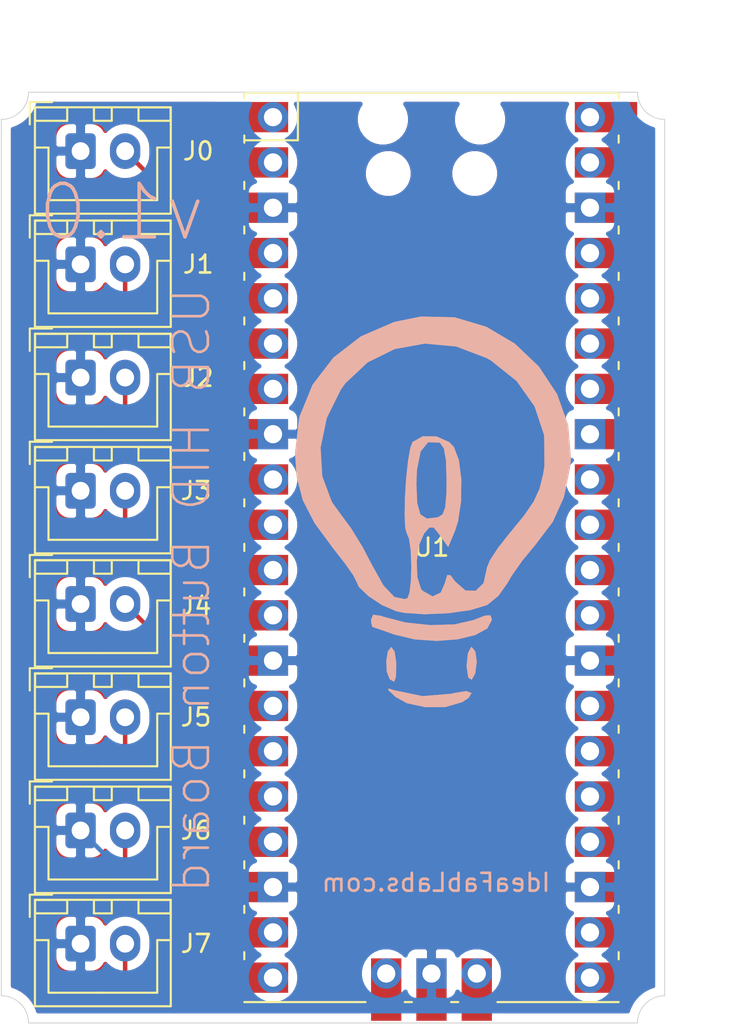
<source format=kicad_pcb>
(kicad_pcb (version 20171130) (host pcbnew "(5.1.12)-1")

  (general
    (thickness 1.6)
    (drawings 13)
    (tracks 44)
    (zones 0)
    (modules 10)
    (nets 37)
  )

  (page A4)
  (layers
    (0 F.Cu signal)
    (31 B.Cu signal)
    (32 B.Adhes user)
    (33 F.Adhes user)
    (34 B.Paste user)
    (35 F.Paste user)
    (36 B.SilkS user)
    (37 F.SilkS user)
    (38 B.Mask user)
    (39 F.Mask user)
    (40 Dwgs.User user)
    (41 Cmts.User user)
    (42 Eco1.User user)
    (43 Eco2.User user)
    (44 Edge.Cuts user)
    (45 Margin user)
    (46 B.CrtYd user)
    (47 F.CrtYd user)
    (48 B.Fab user)
    (49 F.Fab user)
  )

  (setup
    (last_trace_width 0.25)
    (trace_clearance 0.2)
    (zone_clearance 0.508)
    (zone_45_only no)
    (trace_min 0.2)
    (via_size 0.8)
    (via_drill 0.4)
    (via_min_size 0.4)
    (via_min_drill 0.3)
    (uvia_size 0.3)
    (uvia_drill 0.1)
    (uvias_allowed no)
    (uvia_min_size 0.2)
    (uvia_min_drill 0.1)
    (edge_width 0.05)
    (segment_width 0.2)
    (pcb_text_width 0.3)
    (pcb_text_size 1.5 1.5)
    (mod_edge_width 0.12)
    (mod_text_size 1 1)
    (mod_text_width 0.15)
    (pad_size 1.524 1.524)
    (pad_drill 0.762)
    (pad_to_mask_clearance 0)
    (aux_axis_origin 0 0)
    (visible_elements 7FFFFFFF)
    (pcbplotparams
      (layerselection 0x010fc_ffffffff)
      (usegerberextensions false)
      (usegerberattributes true)
      (usegerberadvancedattributes true)
      (creategerberjobfile true)
      (excludeedgelayer true)
      (linewidth 0.100000)
      (plotframeref false)
      (viasonmask false)
      (mode 1)
      (useauxorigin false)
      (hpglpennumber 1)
      (hpglpenspeed 20)
      (hpglpendiameter 15.000000)
      (psnegative false)
      (psa4output false)
      (plotreference true)
      (plotvalue true)
      (plotinvisibletext false)
      (padsonsilk false)
      (subtractmaskfromsilk false)
      (outputformat 1)
      (mirror false)
      (drillshape 0)
      (scaleselection 1)
      (outputdirectory "D:/KiCAD/RP_Silicon_KiCad-main/Test/Button_Board/"))
  )

  (net 0 "")
  (net 1 "Net-(J0-Pad2)")
  (net 2 "Net-(J0-Pad1)")
  (net 3 "Net-(J1-Pad2)")
  (net 4 "Net-(J2-Pad2)")
  (net 5 "Net-(J3-Pad2)")
  (net 6 "Net-(J4-Pad2)")
  (net 7 "Net-(J5-Pad2)")
  (net 8 "Net-(J6-Pad2)")
  (net 9 "Net-(J7-Pad2)")
  (net 10 "Net-(U1-Pad43)")
  (net 11 "Net-(U1-Pad41)")
  (net 12 "Net-(U1-Pad21)")
  (net 13 "Net-(U1-Pad22)")
  (net 14 "Net-(U1-Pad24)")
  (net 15 "Net-(U1-Pad25)")
  (net 16 "Net-(U1-Pad26)")
  (net 17 "Net-(U1-Pad27)")
  (net 18 "Net-(U1-Pad29)")
  (net 19 "Net-(U1-Pad30)")
  (net 20 "Net-(U1-Pad31)")
  (net 21 "Net-(U1-Pad32)")
  (net 22 "Net-(U1-Pad33)")
  (net 23 "Net-(U1-Pad34)")
  (net 24 "Net-(U1-Pad35)")
  (net 25 "Net-(U1-Pad36)")
  (net 26 "Net-(U1-Pad37)")
  (net 27 "Net-(U1-Pad39)")
  (net 28 "Net-(U1-Pad40)")
  (net 29 "Net-(U1-Pad10)")
  (net 30 "Net-(U1-Pad9)")
  (net 31 "Net-(U1-Pad7)")
  (net 32 "Net-(U1-Pad6)")
  (net 33 "Net-(U1-Pad5)")
  (net 34 "Net-(U1-Pad4)")
  (net 35 "Net-(U1-Pad2)")
  (net 36 "Net-(U1-Pad1)")

  (net_class Default "This is the default net class."
    (clearance 0.2)
    (trace_width 0.25)
    (via_dia 0.8)
    (via_drill 0.4)
    (uvia_dia 0.3)
    (uvia_drill 0.1)
    (add_net "Net-(J0-Pad1)")
    (add_net "Net-(J0-Pad2)")
    (add_net "Net-(J1-Pad2)")
    (add_net "Net-(J2-Pad2)")
    (add_net "Net-(J3-Pad2)")
    (add_net "Net-(J4-Pad2)")
    (add_net "Net-(J5-Pad2)")
    (add_net "Net-(J6-Pad2)")
    (add_net "Net-(J7-Pad2)")
    (add_net "Net-(U1-Pad1)")
    (add_net "Net-(U1-Pad10)")
    (add_net "Net-(U1-Pad2)")
    (add_net "Net-(U1-Pad21)")
    (add_net "Net-(U1-Pad22)")
    (add_net "Net-(U1-Pad24)")
    (add_net "Net-(U1-Pad25)")
    (add_net "Net-(U1-Pad26)")
    (add_net "Net-(U1-Pad27)")
    (add_net "Net-(U1-Pad29)")
    (add_net "Net-(U1-Pad30)")
    (add_net "Net-(U1-Pad31)")
    (add_net "Net-(U1-Pad32)")
    (add_net "Net-(U1-Pad33)")
    (add_net "Net-(U1-Pad34)")
    (add_net "Net-(U1-Pad35)")
    (add_net "Net-(U1-Pad36)")
    (add_net "Net-(U1-Pad37)")
    (add_net "Net-(U1-Pad39)")
    (add_net "Net-(U1-Pad4)")
    (add_net "Net-(U1-Pad40)")
    (add_net "Net-(U1-Pad41)")
    (add_net "Net-(U1-Pad43)")
    (add_net "Net-(U1-Pad5)")
    (add_net "Net-(U1-Pad6)")
    (add_net "Net-(U1-Pad7)")
    (add_net "Net-(U1-Pad9)")
  )

  (module Symbol:new_logo-sm (layer F.Cu) (tedit 61EB19FC) (tstamp 61ED4783)
    (at 167.64 91.821)
    (fp_text reference G*** (at 0 0) (layer F.SilkS) hide
      (effects (font (size 1.524 1.524) (thickness 0.3)))
    )
    (fp_text value LOGO (at 0.75 0) (layer F.SilkS) hide
      (effects (font (size 1.524 1.524) (thickness 0.3)))
    )
    (fp_poly (pts (xy 1.292527 -10.872828) (xy 3.073005 -10.342888) (xy 4.674096 -9.398643) (xy 6.022754 -8.113922)
      (xy 7.04593 -6.562559) (xy 7.670577 -4.818384) (xy 7.82365 -2.955231) (xy 7.776348 -2.454053)
      (xy 7.426176 -0.778909) (xy 6.808611 0.594467) (xy 5.814549 1.906104) (xy 5.773877 1.951319)
      (xy 5.076981 2.798691) (xy 4.480099 3.652897) (xy 4.264787 4.028274) (xy 3.75481 4.748741)
      (xy 3.138951 5.253888) (xy 3.104444 5.270963) (xy 2.178463 5.549106) (xy 0.935423 5.724669)
      (xy -0.383959 5.781565) (xy -1.538965 5.703708) (xy -1.975556 5.610431) (xy -2.778376 5.263684)
      (xy -3.533122 4.767698) (xy -4.071457 4.250153) (xy -4.233334 3.897929) (xy -4.399879 3.576553)
      (xy -4.838114 2.95385) (xy -5.455937 2.160063) (xy -5.504979 2.099678) (xy -6.558698 0.668266)
      (xy -7.220848 -0.618424) (xy -7.562705 -1.938743) (xy -7.655279 -3.280987) (xy -7.620233 -3.566353)
      (xy -6.221886 -3.566353) (xy -6.128668 -1.960682) (xy -5.592883 -0.524654) (xy -5.112111 0.147658)
      (xy -4.508961 0.960034) (xy -3.849201 2.037475) (xy -3.36414 2.967034) (xy -2.695658 4.165564)
      (xy -2.076643 4.816063) (xy -1.493426 4.931402) (xy -1.340556 4.87258) (xy -1.227229 4.55497)
      (xy -1.150415 3.842652) (xy -1.128889 3.104445) (xy -1.166027 2.190758) (xy -1.262229 1.528783)
      (xy -1.365121 1.298424) (xy -1.468955 0.958751) (xy -1.506691 0.218978) (xy -1.487709 -0.761618)
      (xy -1.439036 -1.541184) (xy -0.846667 -1.541184) (xy -0.799761 -0.444252) (xy -0.622687 0.17906)
      (xy -0.260911 0.414483) (xy 0.3401 0.347752) (xy 0.352778 0.344484) (xy 0.619902 0.182735)
      (xy 0.771401 -0.211273) (xy 0.836622 -0.961111) (xy 0.846666 -1.735107) (xy 0.813456 -2.850733)
      (xy 0.699673 -3.510225) (xy 0.484088 -3.818762) (xy 0.419739 -3.850431) (xy -0.19534 -3.86181)
      (xy -0.608074 -3.347056) (xy -0.817908 -2.307176) (xy -0.846667 -1.541184) (xy -1.439036 -1.541184)
      (xy -1.421392 -1.823762) (xy -1.31712 -2.80818) (xy -1.184274 -3.555594) (xy -1.060079 -3.880555)
      (xy -0.485172 -4.202568) (xy 0.279258 -4.191673) (xy 0.989504 -3.876775) (xy 1.253997 -3.606093)
      (xy 1.538663 -2.857133) (xy 1.674733 -1.772057) (xy 1.65945 -0.560026) (xy 1.490057 0.569798)
      (xy 1.316233 1.114275) (xy 0.939134 2.011131) (xy 0.477186 1.358343) (xy 0.12659 0.916813)
      (xy -0.119661 0.91582) (xy -0.415714 1.253386) (xy -0.702173 1.914204) (xy -0.829872 2.81292)
      (xy -0.791927 3.710341) (xy -0.581451 4.367272) (xy -0.508 4.459111) (xy 0.061309 4.781346)
      (xy 0.517442 4.564135) (xy 0.734306 4.07815) (xy 0.886362 3.58032) (xy 1.062662 3.593356)
      (xy 1.32013 3.937038) (xy 1.904585 4.450569) (xy 2.480487 4.465036) (xy 2.922255 4.033556)
      (xy 3.104306 3.209247) (xy 3.104444 3.182345) (xy 3.277968 2.753218) (xy 3.731658 2.061129)
      (xy 4.330693 1.300428) (xy 5.183474 0.260793) (xy 5.732143 -0.538333) (xy 6.063742 -1.263378)
      (xy 6.265314 -2.080767) (xy 6.339281 -2.54) (xy 6.320524 -4.260151) (xy 5.784162 -5.874985)
      (xy 4.776718 -7.297995) (xy 3.344718 -8.442676) (xy 3.084788 -8.591237) (xy 1.376837 -9.238293)
      (xy -0.374259 -9.397603) (xy -2.062387 -9.092154) (xy -3.581432 -8.344932) (xy -4.825283 -7.178925)
      (xy -5.082592 -6.821994) (xy -5.87303 -5.225509) (xy -6.221886 -3.566353) (xy -7.620233 -3.566353)
      (xy -7.408714 -5.288651) (xy -6.673443 -7.084864) (xy -5.504307 -8.610337) (xy -3.956149 -9.80578)
      (xy -2.08381 -10.611904) (xy -0.594292 -10.914628) (xy 1.292527 -10.872828)) (layer B.SilkS) (width 0.01))
    (fp_poly (pts (xy -2.824896 5.873793) (xy -2.707431 5.91666) (xy -1.465574 6.242991) (xy -0.061526 6.391239)
      (xy 1.276788 6.352593) (xy 2.321446 6.118243) (xy 2.337366 6.111672) (xy 3.009269 5.856116)
      (xy 3.312285 5.842714) (xy 3.386428 6.069453) (xy 3.386666 6.09658) (xy 3.129573 6.580919)
      (xy 2.44257 6.951262) (xy 1.452072 7.189007) (xy 0.284492 7.275555) (xy -0.933753 7.192307)
      (xy -2.076251 6.920662) (xy -2.116667 6.906306) (xy -2.825012 6.655609) (xy -3.260784 6.5099)
      (xy -3.316111 6.495361) (xy -3.379217 6.260866) (xy -3.386667 6.074763) (xy -3.268058 5.806261)
      (xy -2.824896 5.873793)) (layer B.SilkS) (width 0.01))
    (fp_poly (pts (xy 2.45745 7.864856) (xy 2.54 8.450011) (xy 2.453003 9.101773) (xy 2.257778 9.454445)
      (xy 2.065737 9.335212) (xy 1.977638 8.760255) (xy 1.975555 8.624434) (xy 2.045347 7.964957)
      (xy 2.217315 7.630368) (xy 2.257778 7.62) (xy 2.45745 7.864856)) (layer B.SilkS) (width 0.01))
    (fp_poly (pts (xy -2.071238 7.868096) (xy -1.977993 8.478145) (xy -1.975556 8.607778) (xy -1.998979 9.322403)
      (xy -2.098888 9.567966) (xy -2.31974 9.438938) (xy -2.351852 9.407408) (xy -2.50649 9.00329)
      (xy -2.533729 8.403546) (xy -2.446765 7.858882) (xy -2.258793 7.620005) (xy -2.257778 7.62)
      (xy -2.071238 7.868096)) (layer B.SilkS) (width 0.01))
    (fp_poly (pts (xy -2.116667 10.038272) (xy -0.503498 10.373069) (xy 1.098552 10.241351) (xy 1.225171 10.208393)
      (xy 1.943653 10.090181) (xy 2.246223 10.199307) (xy 2.07835 10.479064) (xy 1.711887 10.714515)
      (xy 0.784174 10.982309) (xy -0.328327 10.994614) (xy -1.374177 10.771395) (xy -2.014846 10.4186)
      (xy -2.421367 10.036399) (xy -2.406823 9.946785) (xy -2.116667 10.038272)) (layer B.SilkS) (width 0.01))
  )

  (module MCU_RaspberryPi_and_Boards:RPi_Pico_SMD_TH (layer F.Cu) (tedit 61EC6679) (tstamp 61ECE709)
    (at 158.75 69.723)
    (descr "Through hole straight pin header, 2x20, 2.54mm pitch, double rows")
    (tags "Through hole pin header THT 2x20 2.54mm double row")
    (path /61EC882D)
    (fp_text reference U1 (at 8.89 24.13) (layer F.SilkS)
      (effects (font (size 1 1) (thickness 0.15)))
    )
    (fp_text value Pico (at 8.89 26.289) (layer F.Fab)
      (effects (font (size 1 1) (thickness 0.15)))
    )
    (fp_poly (pts (xy 12.59 3.93) (xy 5.19 3.93) (xy 5.19 -0.77) (xy 12.59 -0.77)) (layer Dwgs.User) (width 0.1))
    (fp_poly (pts (xy 7.39 12.63) (xy 5.39 12.63) (xy 5.39 10.63) (xy 7.39 10.63)) (layer Dwgs.User) (width 0.1))
    (fp_poly (pts (xy 7.39 10.13) (xy 5.39 10.13) (xy 5.39 8.13) (xy 7.39 8.13)) (layer Dwgs.User) (width 0.1))
    (fp_poly (pts (xy 7.39 7.63) (xy 5.39 7.63) (xy 5.39 5.63) (xy 7.39 5.63)) (layer Dwgs.User) (width 0.1))
    (fp_line (start -1.61 -1.37) (end 19.39 -1.37) (layer F.Fab) (width 0.12))
    (fp_line (start 19.39 -1.37) (end 19.39 49.63) (layer F.Fab) (width 0.12))
    (fp_line (start 19.39 49.63) (end -1.61 49.63) (layer F.Fab) (width 0.12))
    (fp_line (start -1.61 49.63) (end -1.61 -1.37) (layer F.Fab) (width 0.12))
    (fp_line (start -1.61 -0.07) (end -0.31 -1.37) (layer F.Fab) (width 0.12))
    (fp_line (start -2.11 -1.87) (end 19.89 -1.87) (layer F.CrtYd) (width 0.12))
    (fp_line (start 19.89 -1.87) (end 19.89 50.13) (layer F.CrtYd) (width 0.12))
    (fp_line (start 19.89 50.13) (end -2.11 50.13) (layer F.CrtYd) (width 0.12))
    (fp_line (start -2.11 50.13) (end -2.11 -1.87) (layer F.CrtYd) (width 0.12))
    (fp_line (start -1.61 -1.37) (end 19.39 -1.37) (layer F.SilkS) (width 0.12))
    (fp_line (start 5.19 49.63) (end -1.61 49.63) (layer F.SilkS) (width 0.12))
    (fp_line (start -1.61 1.297) (end 1.397 1.297) (layer F.SilkS) (width 0.12))
    (fp_line (start 1.397 1.297) (end 1.397 -1.37) (layer F.SilkS) (width 0.12))
    (fp_line (start -1.61 -1.37) (end -1.61 -1.07) (layer F.SilkS) (width 0.12))
    (fp_line (start -1.61 1.03) (end -1.61 1.43) (layer F.SilkS) (width 0.12))
    (fp_line (start -1.61 3.63) (end -1.61 4.03) (layer F.SilkS) (width 0.12))
    (fp_line (start -1.61 6.13) (end -1.61 6.53) (layer F.SilkS) (width 0.12))
    (fp_line (start -1.61 8.73) (end -1.61 9.13) (layer F.SilkS) (width 0.12))
    (fp_line (start -1.61 11.23) (end -1.61 11.63) (layer F.SilkS) (width 0.12))
    (fp_line (start -1.61 13.73) (end -1.61 14.13) (layer F.SilkS) (width 0.12))
    (fp_line (start -1.61 16.33) (end -1.61 16.73) (layer F.SilkS) (width 0.12))
    (fp_line (start -1.61 18.83) (end -1.61 19.23) (layer F.SilkS) (width 0.12))
    (fp_line (start -1.61 21.43) (end -1.61 21.83) (layer F.SilkS) (width 0.12))
    (fp_line (start -1.61 23.93) (end -1.61 24.33) (layer F.SilkS) (width 0.12))
    (fp_line (start -1.61 26.43) (end -1.61 26.83) (layer F.SilkS) (width 0.12))
    (fp_line (start -1.61 29.03) (end -1.61 29.43) (layer F.SilkS) (width 0.12))
    (fp_line (start -1.61 31.53) (end -1.61 31.93) (layer F.SilkS) (width 0.12))
    (fp_line (start -1.61 34.13) (end -1.61 34.53) (layer F.SilkS) (width 0.12))
    (fp_line (start -1.61 36.63) (end -1.61 37.03) (layer F.SilkS) (width 0.12))
    (fp_line (start -1.61 39.23) (end -1.61 39.63) (layer F.SilkS) (width 0.12))
    (fp_line (start -1.61 41.73) (end -1.61 42.13) (layer F.SilkS) (width 0.12))
    (fp_line (start -1.61 44.23) (end -1.61 44.63) (layer F.SilkS) (width 0.12))
    (fp_line (start -1.61 46.83) (end -1.61 47.23) (layer F.SilkS) (width 0.12))
    (fp_line (start 19.39 13.73) (end 19.39 14.13) (layer F.SilkS) (width 0.12))
    (fp_line (start 19.39 18.83) (end 19.39 19.23) (layer F.SilkS) (width 0.12))
    (fp_line (start 19.39 26.43) (end 19.39 26.83) (layer F.SilkS) (width 0.12))
    (fp_line (start 19.39 34.13) (end 19.39 34.53) (layer F.SilkS) (width 0.12))
    (fp_line (start 19.39 3.63) (end 19.39 4.03) (layer F.SilkS) (width 0.12))
    (fp_line (start 19.39 1.03) (end 19.39 1.43) (layer F.SilkS) (width 0.12))
    (fp_line (start 19.39 8.73) (end 19.39 9.13) (layer F.SilkS) (width 0.12))
    (fp_line (start 19.39 41.73) (end 19.39 42.13) (layer F.SilkS) (width 0.12))
    (fp_line (start 19.39 46.83) (end 19.39 47.23) (layer F.SilkS) (width 0.12))
    (fp_line (start 19.39 44.23) (end 19.39 44.63) (layer F.SilkS) (width 0.12))
    (fp_line (start 19.39 29.03) (end 19.39 29.43) (layer F.SilkS) (width 0.12))
    (fp_line (start 19.39 23.93) (end 19.39 24.33) (layer F.SilkS) (width 0.12))
    (fp_line (start 19.39 11.23) (end 19.39 11.63) (layer F.SilkS) (width 0.12))
    (fp_line (start 19.39 16.33) (end 19.39 16.73) (layer F.SilkS) (width 0.12))
    (fp_line (start 19.39 36.63) (end 19.39 37.03) (layer F.SilkS) (width 0.12))
    (fp_line (start 19.39 21.43) (end 19.39 21.83) (layer F.SilkS) (width 0.12))
    (fp_line (start 19.39 -1.37) (end 19.39 -1.07) (layer F.SilkS) (width 0.12))
    (fp_line (start 19.39 6.13) (end 19.39 6.53) (layer F.SilkS) (width 0.12))
    (fp_line (start 19.39 31.53) (end 19.39 31.93) (layer F.SilkS) (width 0.12))
    (fp_line (start 19.39 39.23) (end 19.39 39.63) (layer F.SilkS) (width 0.12))
    (fp_line (start 19.39 49.63) (end 12.59 49.63) (layer F.SilkS) (width 0.12))
    (fp_line (start 7.39 49.63) (end 7.79 49.63) (layer F.SilkS) (width 0.12))
    (fp_line (start 9.99 49.63) (end 10.39 49.63) (layer F.SilkS) (width 0.12))
    (fp_text user %R (at 8.89 24.13 180) (layer F.Fab)
      (effects (font (size 1 1) (thickness 0.15)))
    )
    (pad 43 thru_hole oval (at 11.43 48.03) (size 1.7 1.7) (drill 1.02) (layers *.Cu *.Mask)
      (net 10 "Net-(U1-Pad43)"))
    (pad 43 smd rect (at 11.43 48.03 90) (size 3.5 1.7) (drill (offset -0.9 0)) (layers F.Cu F.Mask)
      (net 10 "Net-(U1-Pad43)"))
    (pad 42 thru_hole rect (at 8.89 48.03) (size 1.7 1.7) (drill 1.02) (layers *.Cu *.Mask)
      (net 2 "Net-(J0-Pad1)"))
    (pad 42 smd rect (at 8.89 48.03 90) (size 3.5 1.7) (drill (offset -0.9 0)) (layers F.Cu F.Mask)
      (net 2 "Net-(J0-Pad1)"))
    (pad 41 thru_hole oval (at 6.35 48.03) (size 1.7 1.7) (drill 1.02) (layers *.Cu *.Mask)
      (net 11 "Net-(U1-Pad41)"))
    (pad 41 smd rect (at 6.35 48.03 90) (size 3.5 1.7) (drill (offset -0.9 0)) (layers F.Cu F.Mask)
      (net 11 "Net-(U1-Pad41)"))
    (pad "" np_thru_hole oval (at 11.315 3.16) (size 1.5 1.5) (drill 1.5) (layers *.Cu *.Mask))
    (pad "" np_thru_hole oval (at 6.465 3.16) (size 1.5 1.5) (drill 1.5) (layers *.Cu *.Mask))
    (pad "" np_thru_hole oval (at 11.615 0.13) (size 1.8 1.8) (drill 1.8) (layers *.Cu *.Mask))
    (pad "" np_thru_hole oval (at 6.165 0.13) (size 1.8 1.8) (drill 1.8) (layers *.Cu *.Mask))
    (pad 21 smd rect (at 17.78 48.26) (size 3.5 1.7) (drill (offset 0.9 0)) (layers F.Cu F.Mask)
      (net 12 "Net-(U1-Pad21)"))
    (pad 22 smd rect (at 17.78 45.72) (size 3.5 1.7) (drill (offset 0.9 0)) (layers F.Cu F.Mask)
      (net 13 "Net-(U1-Pad22)"))
    (pad 23 smd rect (at 17.78 43.18) (size 3.5 1.7) (drill (offset 0.9 0)) (layers F.Cu F.Mask)
      (net 2 "Net-(J0-Pad1)"))
    (pad 24 smd rect (at 17.78 40.64) (size 3.5 1.7) (drill (offset 0.9 0)) (layers F.Cu F.Mask)
      (net 14 "Net-(U1-Pad24)"))
    (pad 25 smd rect (at 17.78 38.1) (size 3.5 1.7) (drill (offset 0.9 0)) (layers F.Cu F.Mask)
      (net 15 "Net-(U1-Pad25)"))
    (pad 26 smd rect (at 17.78 35.56) (size 3.5 1.7) (drill (offset 0.9 0)) (layers F.Cu F.Mask)
      (net 16 "Net-(U1-Pad26)"))
    (pad 27 smd rect (at 17.78 33.02) (size 3.5 1.7) (drill (offset 0.9 0)) (layers F.Cu F.Mask)
      (net 17 "Net-(U1-Pad27)"))
    (pad 28 smd rect (at 17.78 30.48) (size 3.5 1.7) (drill (offset 0.9 0)) (layers F.Cu F.Mask)
      (net 2 "Net-(J0-Pad1)"))
    (pad 29 smd rect (at 17.78 27.94) (size 3.5 1.7) (drill (offset 0.9 0)) (layers F.Cu F.Mask)
      (net 18 "Net-(U1-Pad29)"))
    (pad 30 smd rect (at 17.78 25.4) (size 3.5 1.7) (drill (offset 0.9 0)) (layers F.Cu F.Mask)
      (net 19 "Net-(U1-Pad30)"))
    (pad 31 smd rect (at 17.78 22.86) (size 3.5 1.7) (drill (offset 0.9 0)) (layers F.Cu F.Mask)
      (net 20 "Net-(U1-Pad31)"))
    (pad 32 smd rect (at 17.78 20.32) (size 3.5 1.7) (drill (offset 0.9 0)) (layers F.Cu F.Mask)
      (net 21 "Net-(U1-Pad32)"))
    (pad 33 smd rect (at 17.78 17.78) (size 3.5 1.7) (drill (offset 0.9 0)) (layers F.Cu F.Mask)
      (net 22 "Net-(U1-Pad33)"))
    (pad 34 smd rect (at 17.78 15.24) (size 3.5 1.7) (drill (offset 0.9 0)) (layers F.Cu F.Mask)
      (net 23 "Net-(U1-Pad34)"))
    (pad 35 smd rect (at 17.78 12.7) (size 3.5 1.7) (drill (offset 0.9 0)) (layers F.Cu F.Mask)
      (net 24 "Net-(U1-Pad35)"))
    (pad 36 smd rect (at 17.78 10.16) (size 3.5 1.7) (drill (offset 0.9 0)) (layers F.Cu F.Mask)
      (net 25 "Net-(U1-Pad36)"))
    (pad 37 smd rect (at 17.78 7.62) (size 3.5 1.7) (drill (offset 0.9 0)) (layers F.Cu F.Mask)
      (net 26 "Net-(U1-Pad37)"))
    (pad 38 smd rect (at 17.78 5.08) (size 3.5 1.7) (drill (offset 0.9 0)) (layers F.Cu F.Mask)
      (net 2 "Net-(J0-Pad1)"))
    (pad 39 smd rect (at 17.78 2.54) (size 3.5 1.7) (drill (offset 0.9 0)) (layers F.Cu F.Mask)
      (net 27 "Net-(U1-Pad39)"))
    (pad 40 smd rect (at 17.78 0) (size 3.5 1.7) (drill (offset 0.9 0)) (layers F.Cu F.Mask)
      (net 28 "Net-(U1-Pad40)"))
    (pad 20 smd rect (at 0 48.26) (size 3.5 1.7) (drill (offset -0.9 0)) (layers F.Cu F.Mask)
      (net 9 "Net-(J7-Pad2)"))
    (pad 19 smd rect (at 0 45.72) (size 3.5 1.7) (drill (offset -0.9 0)) (layers F.Cu F.Mask)
      (net 8 "Net-(J6-Pad2)"))
    (pad 18 smd rect (at 0 43.18) (size 3.5 1.7) (drill (offset -0.9 0)) (layers F.Cu F.Mask)
      (net 2 "Net-(J0-Pad1)"))
    (pad 17 smd rect (at 0 40.64) (size 3.5 1.7) (drill (offset -0.9 0)) (layers F.Cu F.Mask)
      (net 7 "Net-(J5-Pad2)"))
    (pad 16 smd rect (at 0 38.1) (size 3.5 1.7) (drill (offset -0.9 0)) (layers F.Cu F.Mask)
      (net 6 "Net-(J4-Pad2)"))
    (pad 15 smd rect (at 0 35.56) (size 3.5 1.7) (drill (offset -0.9 0)) (layers F.Cu F.Mask)
      (net 5 "Net-(J3-Pad2)"))
    (pad 14 smd rect (at 0 33.02) (size 3.5 1.7) (drill (offset -0.9 0)) (layers F.Cu F.Mask)
      (net 4 "Net-(J2-Pad2)"))
    (pad 13 smd rect (at 0 30.48) (size 3.5 1.7) (drill (offset -0.9 0)) (layers F.Cu F.Mask)
      (net 2 "Net-(J0-Pad1)"))
    (pad 12 smd rect (at 0 27.94) (size 3.5 1.7) (drill (offset -0.9 0)) (layers F.Cu F.Mask)
      (net 3 "Net-(J1-Pad2)"))
    (pad 11 smd rect (at 0 25.4) (size 3.5 1.7) (drill (offset -0.9 0)) (layers F.Cu F.Mask)
      (net 1 "Net-(J0-Pad2)"))
    (pad 10 smd rect (at 0 22.86) (size 3.5 1.7) (drill (offset -0.9 0)) (layers F.Cu F.Mask)
      (net 29 "Net-(U1-Pad10)"))
    (pad 9 smd rect (at 0 20.32) (size 3.5 1.7) (drill (offset -0.9 0)) (layers F.Cu F.Mask)
      (net 30 "Net-(U1-Pad9)"))
    (pad 8 smd rect (at 0 17.78) (size 3.5 1.7) (drill (offset -0.9 0)) (layers F.Cu F.Mask)
      (net 2 "Net-(J0-Pad1)"))
    (pad 7 smd rect (at 0 15.24) (size 3.5 1.7) (drill (offset -0.9 0)) (layers F.Cu F.Mask)
      (net 31 "Net-(U1-Pad7)"))
    (pad 6 smd rect (at 0 12.7) (size 3.5 1.7) (drill (offset -0.9 0)) (layers F.Cu F.Mask)
      (net 32 "Net-(U1-Pad6)"))
    (pad 5 smd rect (at 0 10.16) (size 3.5 1.7) (drill (offset -0.9 0)) (layers F.Cu F.Mask)
      (net 33 "Net-(U1-Pad5)"))
    (pad 4 smd rect (at 0 7.62) (size 3.5 1.7) (drill (offset -0.9 0)) (layers F.Cu F.Mask)
      (net 34 "Net-(U1-Pad4)"))
    (pad 3 smd rect (at 0 5.08) (size 3.5 1.7) (drill (offset -0.9 0)) (layers F.Cu F.Mask)
      (net 2 "Net-(J0-Pad1)"))
    (pad 2 smd rect (at 0 2.54) (size 3.5 1.7) (drill (offset -0.9 0)) (layers F.Cu F.Mask)
      (net 35 "Net-(U1-Pad2)"))
    (pad 1 smd rect (at 0 0) (size 3.5 1.7) (drill (offset -0.9 0)) (layers F.Cu F.Mask)
      (net 36 "Net-(U1-Pad1)"))
    (pad 40 thru_hole oval (at 17.78 0) (size 1.7 1.7) (drill 1.02) (layers *.Cu *.Mask)
      (net 28 "Net-(U1-Pad40)"))
    (pad 39 thru_hole oval (at 17.78 2.54) (size 1.7 1.7) (drill 1.02) (layers *.Cu *.Mask)
      (net 27 "Net-(U1-Pad39)"))
    (pad 38 thru_hole rect (at 17.78 5.08) (size 1.7 1.7) (drill 1.02) (layers *.Cu *.Mask)
      (net 2 "Net-(J0-Pad1)"))
    (pad 37 thru_hole oval (at 17.78 7.62) (size 1.7 1.7) (drill 1.02) (layers *.Cu *.Mask)
      (net 26 "Net-(U1-Pad37)"))
    (pad 36 thru_hole oval (at 17.78 10.16) (size 1.7 1.7) (drill 1.02) (layers *.Cu *.Mask)
      (net 25 "Net-(U1-Pad36)"))
    (pad 35 thru_hole oval (at 17.78 12.7) (size 1.7 1.7) (drill 1.02) (layers *.Cu *.Mask)
      (net 24 "Net-(U1-Pad35)"))
    (pad 34 thru_hole oval (at 17.78 15.24) (size 1.7 1.7) (drill 1.02) (layers *.Cu *.Mask)
      (net 23 "Net-(U1-Pad34)"))
    (pad 33 thru_hole rect (at 17.78 17.78) (size 1.7 1.7) (drill 1.02) (layers *.Cu *.Mask)
      (net 22 "Net-(U1-Pad33)"))
    (pad 32 thru_hole oval (at 17.78 20.32) (size 1.7 1.7) (drill 1.02) (layers *.Cu *.Mask)
      (net 21 "Net-(U1-Pad32)"))
    (pad 31 thru_hole oval (at 17.78 22.86) (size 1.7 1.7) (drill 1.02) (layers *.Cu *.Mask)
      (net 20 "Net-(U1-Pad31)"))
    (pad 30 thru_hole oval (at 17.78 25.4) (size 1.7 1.7) (drill 1.02) (layers *.Cu *.Mask)
      (net 19 "Net-(U1-Pad30)"))
    (pad 29 thru_hole oval (at 17.78 27.94) (size 1.7 1.7) (drill 1.02) (layers *.Cu *.Mask)
      (net 18 "Net-(U1-Pad29)"))
    (pad 28 thru_hole rect (at 17.78 30.48) (size 1.7 1.7) (drill 1.02) (layers *.Cu *.Mask)
      (net 2 "Net-(J0-Pad1)"))
    (pad 27 thru_hole oval (at 17.78 33.02) (size 1.7 1.7) (drill 1.02) (layers *.Cu *.Mask)
      (net 17 "Net-(U1-Pad27)"))
    (pad 26 thru_hole oval (at 17.78 35.56) (size 1.7 1.7) (drill 1.02) (layers *.Cu *.Mask)
      (net 16 "Net-(U1-Pad26)"))
    (pad 25 thru_hole oval (at 17.78 38.1) (size 1.7 1.7) (drill 1.02) (layers *.Cu *.Mask)
      (net 15 "Net-(U1-Pad25)"))
    (pad 24 thru_hole oval (at 17.78 40.64) (size 1.7 1.7) (drill 1.02) (layers *.Cu *.Mask)
      (net 14 "Net-(U1-Pad24)"))
    (pad 23 thru_hole rect (at 17.78 43.18) (size 1.7 1.7) (drill 1.02) (layers *.Cu *.Mask)
      (net 2 "Net-(J0-Pad1)"))
    (pad 22 thru_hole oval (at 17.78 45.72) (size 1.7 1.7) (drill 1.02) (layers *.Cu *.Mask)
      (net 13 "Net-(U1-Pad22)"))
    (pad 21 thru_hole oval (at 17.78 48.26) (size 1.7 1.7) (drill 1.02) (layers *.Cu *.Mask)
      (net 12 "Net-(U1-Pad21)"))
    (pad 20 thru_hole oval (at 0 48.26) (size 1.7 1.7) (drill 1.02) (layers *.Cu *.Mask)
      (net 9 "Net-(J7-Pad2)"))
    (pad 19 thru_hole oval (at 0 45.72) (size 1.7 1.7) (drill 1.02) (layers *.Cu *.Mask)
      (net 8 "Net-(J6-Pad2)"))
    (pad 18 thru_hole rect (at 0 43.18) (size 1.7 1.7) (drill 1.02) (layers *.Cu *.Mask)
      (net 2 "Net-(J0-Pad1)"))
    (pad 17 thru_hole oval (at 0 40.64) (size 1.7 1.7) (drill 1.02) (layers *.Cu *.Mask)
      (net 7 "Net-(J5-Pad2)"))
    (pad 16 thru_hole oval (at 0 38.1) (size 1.7 1.7) (drill 1.02) (layers *.Cu *.Mask)
      (net 6 "Net-(J4-Pad2)"))
    (pad 15 thru_hole oval (at 0 35.56) (size 1.7 1.7) (drill 1.02) (layers *.Cu *.Mask)
      (net 5 "Net-(J3-Pad2)"))
    (pad 14 thru_hole oval (at 0 33.02) (size 1.7 1.7) (drill 1.02) (layers *.Cu *.Mask)
      (net 4 "Net-(J2-Pad2)"))
    (pad 13 thru_hole rect (at 0 30.48) (size 1.7 1.7) (drill 1.02) (layers *.Cu *.Mask)
      (net 2 "Net-(J0-Pad1)"))
    (pad 12 thru_hole oval (at 0 27.94) (size 1.7 1.7) (drill 1.02) (layers *.Cu *.Mask)
      (net 3 "Net-(J1-Pad2)"))
    (pad 11 thru_hole oval (at 0 25.4) (size 1.7 1.7) (drill 1.02) (layers *.Cu *.Mask)
      (net 1 "Net-(J0-Pad2)"))
    (pad 10 thru_hole oval (at 0 22.86) (size 1.7 1.7) (drill 1.02) (layers *.Cu *.Mask)
      (net 29 "Net-(U1-Pad10)"))
    (pad 9 thru_hole oval (at 0 20.32) (size 1.7 1.7) (drill 1.02) (layers *.Cu *.Mask)
      (net 30 "Net-(U1-Pad9)"))
    (pad 8 thru_hole rect (at 0 17.78) (size 1.7 1.7) (drill 1.02) (layers *.Cu *.Mask)
      (net 2 "Net-(J0-Pad1)"))
    (pad 7 thru_hole oval (at 0 15.24) (size 1.7 1.7) (drill 1.02) (layers *.Cu *.Mask)
      (net 31 "Net-(U1-Pad7)"))
    (pad 6 thru_hole oval (at 0 12.7) (size 1.7 1.7) (drill 1.02) (layers *.Cu *.Mask)
      (net 32 "Net-(U1-Pad6)"))
    (pad 5 thru_hole oval (at 0 10.16) (size 1.7 1.7) (drill 1.02) (layers *.Cu *.Mask)
      (net 33 "Net-(U1-Pad5)"))
    (pad 4 thru_hole oval (at 0 7.62) (size 1.7 1.7) (drill 1.02) (layers *.Cu *.Mask)
      (net 34 "Net-(U1-Pad4)"))
    (pad 3 thru_hole rect (at 0 5.08) (size 1.7 1.7) (drill 1.02) (layers *.Cu *.Mask)
      (net 2 "Net-(J0-Pad1)"))
    (pad 2 thru_hole oval (at 0 2.54) (size 1.7 1.7) (drill 1.02) (layers *.Cu *.Mask)
      (net 35 "Net-(U1-Pad2)"))
    (pad 1 thru_hole oval (at 0 0) (size 1.7 1.7) (drill 1.02) (layers *.Cu *.Mask)
      (net 36 "Net-(U1-Pad1)"))
    (model "D:/KiCAD/KiCad-RP-Pico-main_XX/RP-Pico Libraries/Pico.wrl"
      (offset (xyz 8.9 -24.1 0))
      (scale (xyz 1 1 1))
      (rotate (xyz 0 0 0))
    )
  )

  (module Connector_JST:JST_XH_B2B-XH-A_1x02_P2.50mm_Vertical (layer F.Cu) (tedit 5C28146C) (tstamp 61ECE643)
    (at 147.955 116.078)
    (descr "JST XH series connector, B2B-XH-A (http://www.jst-mfg.com/product/pdf/eng/eXH.pdf), generated with kicad-footprint-generator")
    (tags "connector JST XH vertical")
    (path /61ED8A3F)
    (fp_text reference J7 (at 6.477 0) (layer F.SilkS)
      (effects (font (size 1 1) (thickness 0.15)))
    )
    (fp_text value Conn_01x02 (at 1.27 2.286) (layer F.Fab)
      (effects (font (size 1 1) (thickness 0.15)))
    )
    (fp_line (start -2.45 -2.35) (end -2.45 3.4) (layer F.Fab) (width 0.1))
    (fp_line (start -2.45 3.4) (end 4.95 3.4) (layer F.Fab) (width 0.1))
    (fp_line (start 4.95 3.4) (end 4.95 -2.35) (layer F.Fab) (width 0.1))
    (fp_line (start 4.95 -2.35) (end -2.45 -2.35) (layer F.Fab) (width 0.1))
    (fp_line (start -2.56 -2.46) (end -2.56 3.51) (layer F.SilkS) (width 0.12))
    (fp_line (start -2.56 3.51) (end 5.06 3.51) (layer F.SilkS) (width 0.12))
    (fp_line (start 5.06 3.51) (end 5.06 -2.46) (layer F.SilkS) (width 0.12))
    (fp_line (start 5.06 -2.46) (end -2.56 -2.46) (layer F.SilkS) (width 0.12))
    (fp_line (start -2.95 -2.85) (end -2.95 3.9) (layer F.CrtYd) (width 0.05))
    (fp_line (start -2.95 3.9) (end 5.45 3.9) (layer F.CrtYd) (width 0.05))
    (fp_line (start 5.45 3.9) (end 5.45 -2.85) (layer F.CrtYd) (width 0.05))
    (fp_line (start 5.45 -2.85) (end -2.95 -2.85) (layer F.CrtYd) (width 0.05))
    (fp_line (start -0.625 -2.35) (end 0 -1.35) (layer F.Fab) (width 0.1))
    (fp_line (start 0 -1.35) (end 0.625 -2.35) (layer F.Fab) (width 0.1))
    (fp_line (start 0.75 -2.45) (end 0.75 -1.7) (layer F.SilkS) (width 0.12))
    (fp_line (start 0.75 -1.7) (end 1.75 -1.7) (layer F.SilkS) (width 0.12))
    (fp_line (start 1.75 -1.7) (end 1.75 -2.45) (layer F.SilkS) (width 0.12))
    (fp_line (start 1.75 -2.45) (end 0.75 -2.45) (layer F.SilkS) (width 0.12))
    (fp_line (start -2.55 -2.45) (end -2.55 -1.7) (layer F.SilkS) (width 0.12))
    (fp_line (start -2.55 -1.7) (end -0.75 -1.7) (layer F.SilkS) (width 0.12))
    (fp_line (start -0.75 -1.7) (end -0.75 -2.45) (layer F.SilkS) (width 0.12))
    (fp_line (start -0.75 -2.45) (end -2.55 -2.45) (layer F.SilkS) (width 0.12))
    (fp_line (start 3.25 -2.45) (end 3.25 -1.7) (layer F.SilkS) (width 0.12))
    (fp_line (start 3.25 -1.7) (end 5.05 -1.7) (layer F.SilkS) (width 0.12))
    (fp_line (start 5.05 -1.7) (end 5.05 -2.45) (layer F.SilkS) (width 0.12))
    (fp_line (start 5.05 -2.45) (end 3.25 -2.45) (layer F.SilkS) (width 0.12))
    (fp_line (start -2.55 -0.2) (end -1.8 -0.2) (layer F.SilkS) (width 0.12))
    (fp_line (start -1.8 -0.2) (end -1.8 2.75) (layer F.SilkS) (width 0.12))
    (fp_line (start -1.8 2.75) (end 1.25 2.75) (layer F.SilkS) (width 0.12))
    (fp_line (start 5.05 -0.2) (end 4.3 -0.2) (layer F.SilkS) (width 0.12))
    (fp_line (start 4.3 -0.2) (end 4.3 2.75) (layer F.SilkS) (width 0.12))
    (fp_line (start 4.3 2.75) (end 1.25 2.75) (layer F.SilkS) (width 0.12))
    (fp_line (start -1.6 -2.75) (end -2.85 -2.75) (layer F.SilkS) (width 0.12))
    (fp_line (start -2.85 -2.75) (end -2.85 -1.5) (layer F.SilkS) (width 0.12))
    (fp_text user %R (at 1.397 -1.651) (layer F.Fab)
      (effects (font (size 1 1) (thickness 0.15)))
    )
    (pad 2 thru_hole oval (at 2.5 0) (size 1.7 2) (drill 1) (layers *.Cu *.Mask)
      (net 9 "Net-(J7-Pad2)"))
    (pad 1 thru_hole roundrect (at 0 0) (size 1.7 2) (drill 1) (layers *.Cu *.Mask) (roundrect_rratio 0.1470588235294118)
      (net 2 "Net-(J0-Pad1)"))
    (model ${KISYS3DMOD}/Connector_JST.3dshapes/JST_XH_B2B-XH-A_1x02_P2.50mm_Vertical.wrl
      (at (xyz 0 0 0))
      (scale (xyz 1 1 1))
      (rotate (xyz 0 0 0))
    )
  )

  (module Connector_JST:JST_XH_B2B-XH-A_1x02_P2.50mm_Vertical (layer F.Cu) (tedit 5C28146C) (tstamp 61ECE61A)
    (at 147.955 109.728)
    (descr "JST XH series connector, B2B-XH-A (http://www.jst-mfg.com/product/pdf/eng/eXH.pdf), generated with kicad-footprint-generator")
    (tags "connector JST XH vertical")
    (path /61ED8641)
    (fp_text reference J6 (at 6.477 0) (layer F.SilkS)
      (effects (font (size 1 1) (thickness 0.15)))
    )
    (fp_text value Conn_01x02 (at 1.143 2.286) (layer F.Fab)
      (effects (font (size 1 1) (thickness 0.15)))
    )
    (fp_line (start -2.45 -2.35) (end -2.45 3.4) (layer F.Fab) (width 0.1))
    (fp_line (start -2.45 3.4) (end 4.95 3.4) (layer F.Fab) (width 0.1))
    (fp_line (start 4.95 3.4) (end 4.95 -2.35) (layer F.Fab) (width 0.1))
    (fp_line (start 4.95 -2.35) (end -2.45 -2.35) (layer F.Fab) (width 0.1))
    (fp_line (start -2.56 -2.46) (end -2.56 3.51) (layer F.SilkS) (width 0.12))
    (fp_line (start -2.56 3.51) (end 5.06 3.51) (layer F.SilkS) (width 0.12))
    (fp_line (start 5.06 3.51) (end 5.06 -2.46) (layer F.SilkS) (width 0.12))
    (fp_line (start 5.06 -2.46) (end -2.56 -2.46) (layer F.SilkS) (width 0.12))
    (fp_line (start -2.95 -2.85) (end -2.95 3.9) (layer F.CrtYd) (width 0.05))
    (fp_line (start -2.95 3.9) (end 5.45 3.9) (layer F.CrtYd) (width 0.05))
    (fp_line (start 5.45 3.9) (end 5.45 -2.85) (layer F.CrtYd) (width 0.05))
    (fp_line (start 5.45 -2.85) (end -2.95 -2.85) (layer F.CrtYd) (width 0.05))
    (fp_line (start -0.625 -2.35) (end 0 -1.35) (layer F.Fab) (width 0.1))
    (fp_line (start 0 -1.35) (end 0.625 -2.35) (layer F.Fab) (width 0.1))
    (fp_line (start 0.75 -2.45) (end 0.75 -1.7) (layer F.SilkS) (width 0.12))
    (fp_line (start 0.75 -1.7) (end 1.75 -1.7) (layer F.SilkS) (width 0.12))
    (fp_line (start 1.75 -1.7) (end 1.75 -2.45) (layer F.SilkS) (width 0.12))
    (fp_line (start 1.75 -2.45) (end 0.75 -2.45) (layer F.SilkS) (width 0.12))
    (fp_line (start -2.55 -2.45) (end -2.55 -1.7) (layer F.SilkS) (width 0.12))
    (fp_line (start -2.55 -1.7) (end -0.75 -1.7) (layer F.SilkS) (width 0.12))
    (fp_line (start -0.75 -1.7) (end -0.75 -2.45) (layer F.SilkS) (width 0.12))
    (fp_line (start -0.75 -2.45) (end -2.55 -2.45) (layer F.SilkS) (width 0.12))
    (fp_line (start 3.25 -2.45) (end 3.25 -1.7) (layer F.SilkS) (width 0.12))
    (fp_line (start 3.25 -1.7) (end 5.05 -1.7) (layer F.SilkS) (width 0.12))
    (fp_line (start 5.05 -1.7) (end 5.05 -2.45) (layer F.SilkS) (width 0.12))
    (fp_line (start 5.05 -2.45) (end 3.25 -2.45) (layer F.SilkS) (width 0.12))
    (fp_line (start -2.55 -0.2) (end -1.8 -0.2) (layer F.SilkS) (width 0.12))
    (fp_line (start -1.8 -0.2) (end -1.8 2.75) (layer F.SilkS) (width 0.12))
    (fp_line (start -1.8 2.75) (end 1.25 2.75) (layer F.SilkS) (width 0.12))
    (fp_line (start 5.05 -0.2) (end 4.3 -0.2) (layer F.SilkS) (width 0.12))
    (fp_line (start 4.3 -0.2) (end 4.3 2.75) (layer F.SilkS) (width 0.12))
    (fp_line (start 4.3 2.75) (end 1.25 2.75) (layer F.SilkS) (width 0.12))
    (fp_line (start -1.6 -2.75) (end -2.85 -2.75) (layer F.SilkS) (width 0.12))
    (fp_line (start -2.85 -2.75) (end -2.85 -1.5) (layer F.SilkS) (width 0.12))
    (fp_text user %R (at 1.27 -1.524) (layer F.Fab)
      (effects (font (size 1 1) (thickness 0.15)))
    )
    (pad 2 thru_hole oval (at 2.5 0) (size 1.7 2) (drill 1) (layers *.Cu *.Mask)
      (net 8 "Net-(J6-Pad2)"))
    (pad 1 thru_hole roundrect (at 0 0) (size 1.7 2) (drill 1) (layers *.Cu *.Mask) (roundrect_rratio 0.1470588235294118)
      (net 2 "Net-(J0-Pad1)"))
    (model ${KISYS3DMOD}/Connector_JST.3dshapes/JST_XH_B2B-XH-A_1x02_P2.50mm_Vertical.wrl
      (at (xyz 0 0 0))
      (scale (xyz 1 1 1))
      (rotate (xyz 0 0 0))
    )
  )

  (module Connector_JST:JST_XH_B2B-XH-A_1x02_P2.50mm_Vertical (layer F.Cu) (tedit 5C28146C) (tstamp 61ECE5F1)
    (at 147.955 103.378)
    (descr "JST XH series connector, B2B-XH-A (http://www.jst-mfg.com/product/pdf/eng/eXH.pdf), generated with kicad-footprint-generator")
    (tags "connector JST XH vertical")
    (path /61ED83E2)
    (fp_text reference J5 (at 6.477 0) (layer F.SilkS)
      (effects (font (size 1 1) (thickness 0.15)))
    )
    (fp_text value Conn_01x02 (at 1.143 2.413) (layer F.Fab)
      (effects (font (size 1 1) (thickness 0.15)))
    )
    (fp_line (start -2.45 -2.35) (end -2.45 3.4) (layer F.Fab) (width 0.1))
    (fp_line (start -2.45 3.4) (end 4.95 3.4) (layer F.Fab) (width 0.1))
    (fp_line (start 4.95 3.4) (end 4.95 -2.35) (layer F.Fab) (width 0.1))
    (fp_line (start 4.95 -2.35) (end -2.45 -2.35) (layer F.Fab) (width 0.1))
    (fp_line (start -2.56 -2.46) (end -2.56 3.51) (layer F.SilkS) (width 0.12))
    (fp_line (start -2.56 3.51) (end 5.06 3.51) (layer F.SilkS) (width 0.12))
    (fp_line (start 5.06 3.51) (end 5.06 -2.46) (layer F.SilkS) (width 0.12))
    (fp_line (start 5.06 -2.46) (end -2.56 -2.46) (layer F.SilkS) (width 0.12))
    (fp_line (start -2.95 -2.85) (end -2.95 3.9) (layer F.CrtYd) (width 0.05))
    (fp_line (start -2.95 3.9) (end 5.45 3.9) (layer F.CrtYd) (width 0.05))
    (fp_line (start 5.45 3.9) (end 5.45 -2.85) (layer F.CrtYd) (width 0.05))
    (fp_line (start 5.45 -2.85) (end -2.95 -2.85) (layer F.CrtYd) (width 0.05))
    (fp_line (start -0.625 -2.35) (end 0 -1.35) (layer F.Fab) (width 0.1))
    (fp_line (start 0 -1.35) (end 0.625 -2.35) (layer F.Fab) (width 0.1))
    (fp_line (start 0.75 -2.45) (end 0.75 -1.7) (layer F.SilkS) (width 0.12))
    (fp_line (start 0.75 -1.7) (end 1.75 -1.7) (layer F.SilkS) (width 0.12))
    (fp_line (start 1.75 -1.7) (end 1.75 -2.45) (layer F.SilkS) (width 0.12))
    (fp_line (start 1.75 -2.45) (end 0.75 -2.45) (layer F.SilkS) (width 0.12))
    (fp_line (start -2.55 -2.45) (end -2.55 -1.7) (layer F.SilkS) (width 0.12))
    (fp_line (start -2.55 -1.7) (end -0.75 -1.7) (layer F.SilkS) (width 0.12))
    (fp_line (start -0.75 -1.7) (end -0.75 -2.45) (layer F.SilkS) (width 0.12))
    (fp_line (start -0.75 -2.45) (end -2.55 -2.45) (layer F.SilkS) (width 0.12))
    (fp_line (start 3.25 -2.45) (end 3.25 -1.7) (layer F.SilkS) (width 0.12))
    (fp_line (start 3.25 -1.7) (end 5.05 -1.7) (layer F.SilkS) (width 0.12))
    (fp_line (start 5.05 -1.7) (end 5.05 -2.45) (layer F.SilkS) (width 0.12))
    (fp_line (start 5.05 -2.45) (end 3.25 -2.45) (layer F.SilkS) (width 0.12))
    (fp_line (start -2.55 -0.2) (end -1.8 -0.2) (layer F.SilkS) (width 0.12))
    (fp_line (start -1.8 -0.2) (end -1.8 2.75) (layer F.SilkS) (width 0.12))
    (fp_line (start -1.8 2.75) (end 1.25 2.75) (layer F.SilkS) (width 0.12))
    (fp_line (start 5.05 -0.2) (end 4.3 -0.2) (layer F.SilkS) (width 0.12))
    (fp_line (start 4.3 -0.2) (end 4.3 2.75) (layer F.SilkS) (width 0.12))
    (fp_line (start 4.3 2.75) (end 1.25 2.75) (layer F.SilkS) (width 0.12))
    (fp_line (start -1.6 -2.75) (end -2.85 -2.75) (layer F.SilkS) (width 0.12))
    (fp_line (start -2.85 -2.75) (end -2.85 -1.5) (layer F.SilkS) (width 0.12))
    (fp_text user %R (at 1.397 -1.651) (layer F.Fab)
      (effects (font (size 1 1) (thickness 0.15)))
    )
    (pad 2 thru_hole oval (at 2.5 0) (size 1.7 2) (drill 1) (layers *.Cu *.Mask)
      (net 7 "Net-(J5-Pad2)"))
    (pad 1 thru_hole roundrect (at 0 0) (size 1.7 2) (drill 1) (layers *.Cu *.Mask) (roundrect_rratio 0.1470588235294118)
      (net 2 "Net-(J0-Pad1)"))
    (model ${KISYS3DMOD}/Connector_JST.3dshapes/JST_XH_B2B-XH-A_1x02_P2.50mm_Vertical.wrl
      (at (xyz 0 0 0))
      (scale (xyz 1 1 1))
      (rotate (xyz 0 0 0))
    )
  )

  (module Connector_JST:JST_XH_B2B-XH-A_1x02_P2.50mm_Vertical (layer F.Cu) (tedit 5C28146C) (tstamp 61ECE5C8)
    (at 147.955 97.028)
    (descr "JST XH series connector, B2B-XH-A (http://www.jst-mfg.com/product/pdf/eng/eXH.pdf), generated with kicad-footprint-generator")
    (tags "connector JST XH vertical")
    (path /61ED7EF9)
    (fp_text reference J4 (at 6.477 0.127) (layer F.SilkS)
      (effects (font (size 1 1) (thickness 0.15)))
    )
    (fp_text value Conn_01x02 (at 1.27 2.413) (layer F.Fab)
      (effects (font (size 1 1) (thickness 0.15)))
    )
    (fp_line (start -2.45 -2.35) (end -2.45 3.4) (layer F.Fab) (width 0.1))
    (fp_line (start -2.45 3.4) (end 4.95 3.4) (layer F.Fab) (width 0.1))
    (fp_line (start 4.95 3.4) (end 4.95 -2.35) (layer F.Fab) (width 0.1))
    (fp_line (start 4.95 -2.35) (end -2.45 -2.35) (layer F.Fab) (width 0.1))
    (fp_line (start -2.56 -2.46) (end -2.56 3.51) (layer F.SilkS) (width 0.12))
    (fp_line (start -2.56 3.51) (end 5.06 3.51) (layer F.SilkS) (width 0.12))
    (fp_line (start 5.06 3.51) (end 5.06 -2.46) (layer F.SilkS) (width 0.12))
    (fp_line (start 5.06 -2.46) (end -2.56 -2.46) (layer F.SilkS) (width 0.12))
    (fp_line (start -2.95 -2.85) (end -2.95 3.9) (layer F.CrtYd) (width 0.05))
    (fp_line (start -2.95 3.9) (end 5.45 3.9) (layer F.CrtYd) (width 0.05))
    (fp_line (start 5.45 3.9) (end 5.45 -2.85) (layer F.CrtYd) (width 0.05))
    (fp_line (start 5.45 -2.85) (end -2.95 -2.85) (layer F.CrtYd) (width 0.05))
    (fp_line (start -0.625 -2.35) (end 0 -1.35) (layer F.Fab) (width 0.1))
    (fp_line (start 0 -1.35) (end 0.625 -2.35) (layer F.Fab) (width 0.1))
    (fp_line (start 0.75 -2.45) (end 0.75 -1.7) (layer F.SilkS) (width 0.12))
    (fp_line (start 0.75 -1.7) (end 1.75 -1.7) (layer F.SilkS) (width 0.12))
    (fp_line (start 1.75 -1.7) (end 1.75 -2.45) (layer F.SilkS) (width 0.12))
    (fp_line (start 1.75 -2.45) (end 0.75 -2.45) (layer F.SilkS) (width 0.12))
    (fp_line (start -2.55 -2.45) (end -2.55 -1.7) (layer F.SilkS) (width 0.12))
    (fp_line (start -2.55 -1.7) (end -0.75 -1.7) (layer F.SilkS) (width 0.12))
    (fp_line (start -0.75 -1.7) (end -0.75 -2.45) (layer F.SilkS) (width 0.12))
    (fp_line (start -0.75 -2.45) (end -2.55 -2.45) (layer F.SilkS) (width 0.12))
    (fp_line (start 3.25 -2.45) (end 3.25 -1.7) (layer F.SilkS) (width 0.12))
    (fp_line (start 3.25 -1.7) (end 5.05 -1.7) (layer F.SilkS) (width 0.12))
    (fp_line (start 5.05 -1.7) (end 5.05 -2.45) (layer F.SilkS) (width 0.12))
    (fp_line (start 5.05 -2.45) (end 3.25 -2.45) (layer F.SilkS) (width 0.12))
    (fp_line (start -2.55 -0.2) (end -1.8 -0.2) (layer F.SilkS) (width 0.12))
    (fp_line (start -1.8 -0.2) (end -1.8 2.75) (layer F.SilkS) (width 0.12))
    (fp_line (start -1.8 2.75) (end 1.25 2.75) (layer F.SilkS) (width 0.12))
    (fp_line (start 5.05 -0.2) (end 4.3 -0.2) (layer F.SilkS) (width 0.12))
    (fp_line (start 4.3 -0.2) (end 4.3 2.75) (layer F.SilkS) (width 0.12))
    (fp_line (start 4.3 2.75) (end 1.25 2.75) (layer F.SilkS) (width 0.12))
    (fp_line (start -1.6 -2.75) (end -2.85 -2.75) (layer F.SilkS) (width 0.12))
    (fp_line (start -2.85 -2.75) (end -2.85 -1.5) (layer F.SilkS) (width 0.12))
    (fp_text user %R (at 1.27 -1.651) (layer F.Fab)
      (effects (font (size 1 1) (thickness 0.15)))
    )
    (pad 2 thru_hole oval (at 2.5 0) (size 1.7 2) (drill 1) (layers *.Cu *.Mask)
      (net 6 "Net-(J4-Pad2)"))
    (pad 1 thru_hole roundrect (at 0 0) (size 1.7 2) (drill 1) (layers *.Cu *.Mask) (roundrect_rratio 0.1470588235294118)
      (net 2 "Net-(J0-Pad1)"))
    (model ${KISYS3DMOD}/Connector_JST.3dshapes/JST_XH_B2B-XH-A_1x02_P2.50mm_Vertical.wrl
      (at (xyz 0 0 0))
      (scale (xyz 1 1 1))
      (rotate (xyz 0 0 0))
    )
  )

  (module Connector_JST:JST_XH_B2B-XH-A_1x02_P2.50mm_Vertical (layer F.Cu) (tedit 5C28146C) (tstamp 61ECE59F)
    (at 147.955 90.678)
    (descr "JST XH series connector, B2B-XH-A (http://www.jst-mfg.com/product/pdf/eng/eXH.pdf), generated with kicad-footprint-generator")
    (tags "connector JST XH vertical")
    (path /61ED7902)
    (fp_text reference J3 (at 6.477 0) (layer F.SilkS)
      (effects (font (size 1 1) (thickness 0.15)))
    )
    (fp_text value Conn_01x02 (at 1.25 2.413) (layer F.Fab)
      (effects (font (size 1 1) (thickness 0.15)))
    )
    (fp_line (start -2.45 -2.35) (end -2.45 3.4) (layer F.Fab) (width 0.1))
    (fp_line (start -2.45 3.4) (end 4.95 3.4) (layer F.Fab) (width 0.1))
    (fp_line (start 4.95 3.4) (end 4.95 -2.35) (layer F.Fab) (width 0.1))
    (fp_line (start 4.95 -2.35) (end -2.45 -2.35) (layer F.Fab) (width 0.1))
    (fp_line (start -2.56 -2.46) (end -2.56 3.51) (layer F.SilkS) (width 0.12))
    (fp_line (start -2.56 3.51) (end 5.06 3.51) (layer F.SilkS) (width 0.12))
    (fp_line (start 5.06 3.51) (end 5.06 -2.46) (layer F.SilkS) (width 0.12))
    (fp_line (start 5.06 -2.46) (end -2.56 -2.46) (layer F.SilkS) (width 0.12))
    (fp_line (start -2.95 -2.85) (end -2.95 3.9) (layer F.CrtYd) (width 0.05))
    (fp_line (start -2.95 3.9) (end 5.45 3.9) (layer F.CrtYd) (width 0.05))
    (fp_line (start 5.45 3.9) (end 5.45 -2.85) (layer F.CrtYd) (width 0.05))
    (fp_line (start 5.45 -2.85) (end -2.95 -2.85) (layer F.CrtYd) (width 0.05))
    (fp_line (start -0.625 -2.35) (end 0 -1.35) (layer F.Fab) (width 0.1))
    (fp_line (start 0 -1.35) (end 0.625 -2.35) (layer F.Fab) (width 0.1))
    (fp_line (start 0.75 -2.45) (end 0.75 -1.7) (layer F.SilkS) (width 0.12))
    (fp_line (start 0.75 -1.7) (end 1.75 -1.7) (layer F.SilkS) (width 0.12))
    (fp_line (start 1.75 -1.7) (end 1.75 -2.45) (layer F.SilkS) (width 0.12))
    (fp_line (start 1.75 -2.45) (end 0.75 -2.45) (layer F.SilkS) (width 0.12))
    (fp_line (start -2.55 -2.45) (end -2.55 -1.7) (layer F.SilkS) (width 0.12))
    (fp_line (start -2.55 -1.7) (end -0.75 -1.7) (layer F.SilkS) (width 0.12))
    (fp_line (start -0.75 -1.7) (end -0.75 -2.45) (layer F.SilkS) (width 0.12))
    (fp_line (start -0.75 -2.45) (end -2.55 -2.45) (layer F.SilkS) (width 0.12))
    (fp_line (start 3.25 -2.45) (end 3.25 -1.7) (layer F.SilkS) (width 0.12))
    (fp_line (start 3.25 -1.7) (end 5.05 -1.7) (layer F.SilkS) (width 0.12))
    (fp_line (start 5.05 -1.7) (end 5.05 -2.45) (layer F.SilkS) (width 0.12))
    (fp_line (start 5.05 -2.45) (end 3.25 -2.45) (layer F.SilkS) (width 0.12))
    (fp_line (start -2.55 -0.2) (end -1.8 -0.2) (layer F.SilkS) (width 0.12))
    (fp_line (start -1.8 -0.2) (end -1.8 2.75) (layer F.SilkS) (width 0.12))
    (fp_line (start -1.8 2.75) (end 1.25 2.75) (layer F.SilkS) (width 0.12))
    (fp_line (start 5.05 -0.2) (end 4.3 -0.2) (layer F.SilkS) (width 0.12))
    (fp_line (start 4.3 -0.2) (end 4.3 2.75) (layer F.SilkS) (width 0.12))
    (fp_line (start 4.3 2.75) (end 1.25 2.75) (layer F.SilkS) (width 0.12))
    (fp_line (start -1.6 -2.75) (end -2.85 -2.75) (layer F.SilkS) (width 0.12))
    (fp_line (start -2.85 -2.75) (end -2.85 -1.5) (layer F.SilkS) (width 0.12))
    (fp_text user %R (at 1.397 -1.524) (layer F.Fab)
      (effects (font (size 1 1) (thickness 0.15)))
    )
    (pad 2 thru_hole oval (at 2.5 0) (size 1.7 2) (drill 1) (layers *.Cu *.Mask)
      (net 5 "Net-(J3-Pad2)"))
    (pad 1 thru_hole roundrect (at 0 0) (size 1.7 2) (drill 1) (layers *.Cu *.Mask) (roundrect_rratio 0.1470588235294118)
      (net 2 "Net-(J0-Pad1)"))
    (model ${KISYS3DMOD}/Connector_JST.3dshapes/JST_XH_B2B-XH-A_1x02_P2.50mm_Vertical.wrl
      (at (xyz 0 0 0))
      (scale (xyz 1 1 1))
      (rotate (xyz 0 0 0))
    )
  )

  (module Connector_JST:JST_XH_B2B-XH-A_1x02_P2.50mm_Vertical (layer F.Cu) (tedit 5C28146C) (tstamp 61ECE576)
    (at 147.955 84.328)
    (descr "JST XH series connector, B2B-XH-A (http://www.jst-mfg.com/product/pdf/eng/eXH.pdf), generated with kicad-footprint-generator")
    (tags "connector JST XH vertical")
    (path /61ED76AD)
    (fp_text reference J2 (at 6.604 0) (layer F.SilkS)
      (effects (font (size 1 1) (thickness 0.15)))
    )
    (fp_text value Conn_01x02 (at 1.27 2.286) (layer F.Fab)
      (effects (font (size 1 1) (thickness 0.15)))
    )
    (fp_line (start -2.45 -2.35) (end -2.45 3.4) (layer F.Fab) (width 0.1))
    (fp_line (start -2.45 3.4) (end 4.95 3.4) (layer F.Fab) (width 0.1))
    (fp_line (start 4.95 3.4) (end 4.95 -2.35) (layer F.Fab) (width 0.1))
    (fp_line (start 4.95 -2.35) (end -2.45 -2.35) (layer F.Fab) (width 0.1))
    (fp_line (start -2.56 -2.46) (end -2.56 3.51) (layer F.SilkS) (width 0.12))
    (fp_line (start -2.56 3.51) (end 5.06 3.51) (layer F.SilkS) (width 0.12))
    (fp_line (start 5.06 3.51) (end 5.06 -2.46) (layer F.SilkS) (width 0.12))
    (fp_line (start 5.06 -2.46) (end -2.56 -2.46) (layer F.SilkS) (width 0.12))
    (fp_line (start -2.95 -2.85) (end -2.95 3.9) (layer F.CrtYd) (width 0.05))
    (fp_line (start -2.95 3.9) (end 5.45 3.9) (layer F.CrtYd) (width 0.05))
    (fp_line (start 5.45 3.9) (end 5.45 -2.85) (layer F.CrtYd) (width 0.05))
    (fp_line (start 5.45 -2.85) (end -2.95 -2.85) (layer F.CrtYd) (width 0.05))
    (fp_line (start -0.625 -2.35) (end 0 -1.35) (layer F.Fab) (width 0.1))
    (fp_line (start 0 -1.35) (end 0.625 -2.35) (layer F.Fab) (width 0.1))
    (fp_line (start 0.75 -2.45) (end 0.75 -1.7) (layer F.SilkS) (width 0.12))
    (fp_line (start 0.75 -1.7) (end 1.75 -1.7) (layer F.SilkS) (width 0.12))
    (fp_line (start 1.75 -1.7) (end 1.75 -2.45) (layer F.SilkS) (width 0.12))
    (fp_line (start 1.75 -2.45) (end 0.75 -2.45) (layer F.SilkS) (width 0.12))
    (fp_line (start -2.55 -2.45) (end -2.55 -1.7) (layer F.SilkS) (width 0.12))
    (fp_line (start -2.55 -1.7) (end -0.75 -1.7) (layer F.SilkS) (width 0.12))
    (fp_line (start -0.75 -1.7) (end -0.75 -2.45) (layer F.SilkS) (width 0.12))
    (fp_line (start -0.75 -2.45) (end -2.55 -2.45) (layer F.SilkS) (width 0.12))
    (fp_line (start 3.25 -2.45) (end 3.25 -1.7) (layer F.SilkS) (width 0.12))
    (fp_line (start 3.25 -1.7) (end 5.05 -1.7) (layer F.SilkS) (width 0.12))
    (fp_line (start 5.05 -1.7) (end 5.05 -2.45) (layer F.SilkS) (width 0.12))
    (fp_line (start 5.05 -2.45) (end 3.25 -2.45) (layer F.SilkS) (width 0.12))
    (fp_line (start -2.55 -0.2) (end -1.8 -0.2) (layer F.SilkS) (width 0.12))
    (fp_line (start -1.8 -0.2) (end -1.8 2.75) (layer F.SilkS) (width 0.12))
    (fp_line (start -1.8 2.75) (end 1.25 2.75) (layer F.SilkS) (width 0.12))
    (fp_line (start 5.05 -0.2) (end 4.3 -0.2) (layer F.SilkS) (width 0.12))
    (fp_line (start 4.3 -0.2) (end 4.3 2.75) (layer F.SilkS) (width 0.12))
    (fp_line (start 4.3 2.75) (end 1.25 2.75) (layer F.SilkS) (width 0.12))
    (fp_line (start -1.6 -2.75) (end -2.85 -2.75) (layer F.SilkS) (width 0.12))
    (fp_line (start -2.85 -2.75) (end -2.85 -1.5) (layer F.SilkS) (width 0.12))
    (fp_text user %R (at 1.397 -1.524) (layer F.Fab)
      (effects (font (size 1 1) (thickness 0.15)))
    )
    (pad 2 thru_hole oval (at 2.5 0) (size 1.7 2) (drill 1) (layers *.Cu *.Mask)
      (net 4 "Net-(J2-Pad2)"))
    (pad 1 thru_hole roundrect (at 0 0) (size 1.7 2) (drill 1) (layers *.Cu *.Mask) (roundrect_rratio 0.1470588235294118)
      (net 2 "Net-(J0-Pad1)"))
    (model ${KISYS3DMOD}/Connector_JST.3dshapes/JST_XH_B2B-XH-A_1x02_P2.50mm_Vertical.wrl
      (at (xyz 0 0 0))
      (scale (xyz 1 1 1))
      (rotate (xyz 0 0 0))
    )
  )

  (module Connector_JST:JST_XH_B2B-XH-A_1x02_P2.50mm_Vertical (layer F.Cu) (tedit 5C28146C) (tstamp 61ECE54D)
    (at 147.955 77.978)
    (descr "JST XH series connector, B2B-XH-A (http://www.jst-mfg.com/product/pdf/eng/eXH.pdf), generated with kicad-footprint-generator")
    (tags "connector JST XH vertical")
    (path /61ED70D9)
    (fp_text reference J1 (at 6.604 0) (layer F.SilkS)
      (effects (font (size 1 1) (thickness 0.15)))
    )
    (fp_text value Conn_01x02 (at 1.143 2.54) (layer F.Fab)
      (effects (font (size 1 1) (thickness 0.15)))
    )
    (fp_line (start -2.45 -2.35) (end -2.45 3.4) (layer F.Fab) (width 0.1))
    (fp_line (start -2.45 3.4) (end 4.95 3.4) (layer F.Fab) (width 0.1))
    (fp_line (start 4.95 3.4) (end 4.95 -2.35) (layer F.Fab) (width 0.1))
    (fp_line (start 4.95 -2.35) (end -2.45 -2.35) (layer F.Fab) (width 0.1))
    (fp_line (start -2.56 -2.46) (end -2.56 3.51) (layer F.SilkS) (width 0.12))
    (fp_line (start -2.56 3.51) (end 5.06 3.51) (layer F.SilkS) (width 0.12))
    (fp_line (start 5.06 3.51) (end 5.06 -2.46) (layer F.SilkS) (width 0.12))
    (fp_line (start 5.06 -2.46) (end -2.56 -2.46) (layer F.SilkS) (width 0.12))
    (fp_line (start -2.95 -2.85) (end -2.95 3.9) (layer F.CrtYd) (width 0.05))
    (fp_line (start -2.95 3.9) (end 5.45 3.9) (layer F.CrtYd) (width 0.05))
    (fp_line (start 5.45 3.9) (end 5.45 -2.85) (layer F.CrtYd) (width 0.05))
    (fp_line (start 5.45 -2.85) (end -2.95 -2.85) (layer F.CrtYd) (width 0.05))
    (fp_line (start -0.625 -2.35) (end 0 -1.35) (layer F.Fab) (width 0.1))
    (fp_line (start 0 -1.35) (end 0.625 -2.35) (layer F.Fab) (width 0.1))
    (fp_line (start 0.75 -2.45) (end 0.75 -1.7) (layer F.SilkS) (width 0.12))
    (fp_line (start 0.75 -1.7) (end 1.75 -1.7) (layer F.SilkS) (width 0.12))
    (fp_line (start 1.75 -1.7) (end 1.75 -2.45) (layer F.SilkS) (width 0.12))
    (fp_line (start 1.75 -2.45) (end 0.75 -2.45) (layer F.SilkS) (width 0.12))
    (fp_line (start -2.55 -2.45) (end -2.55 -1.7) (layer F.SilkS) (width 0.12))
    (fp_line (start -2.55 -1.7) (end -0.75 -1.7) (layer F.SilkS) (width 0.12))
    (fp_line (start -0.75 -1.7) (end -0.75 -2.45) (layer F.SilkS) (width 0.12))
    (fp_line (start -0.75 -2.45) (end -2.55 -2.45) (layer F.SilkS) (width 0.12))
    (fp_line (start 3.25 -2.45) (end 3.25 -1.7) (layer F.SilkS) (width 0.12))
    (fp_line (start 3.25 -1.7) (end 5.05 -1.7) (layer F.SilkS) (width 0.12))
    (fp_line (start 5.05 -1.7) (end 5.05 -2.45) (layer F.SilkS) (width 0.12))
    (fp_line (start 5.05 -2.45) (end 3.25 -2.45) (layer F.SilkS) (width 0.12))
    (fp_line (start -2.55 -0.2) (end -1.8 -0.2) (layer F.SilkS) (width 0.12))
    (fp_line (start -1.8 -0.2) (end -1.8 2.75) (layer F.SilkS) (width 0.12))
    (fp_line (start -1.8 2.75) (end 1.25 2.75) (layer F.SilkS) (width 0.12))
    (fp_line (start 5.05 -0.2) (end 4.3 -0.2) (layer F.SilkS) (width 0.12))
    (fp_line (start 4.3 -0.2) (end 4.3 2.75) (layer F.SilkS) (width 0.12))
    (fp_line (start 4.3 2.75) (end 1.25 2.75) (layer F.SilkS) (width 0.12))
    (fp_line (start -1.6 -2.75) (end -2.85 -2.75) (layer F.SilkS) (width 0.12))
    (fp_line (start -2.85 -2.75) (end -2.85 -1.5) (layer F.SilkS) (width 0.12))
    (fp_text user %R (at 1.397 -1.651) (layer F.Fab)
      (effects (font (size 1 1) (thickness 0.15)))
    )
    (pad 2 thru_hole oval (at 2.5 0) (size 1.7 2) (drill 1) (layers *.Cu *.Mask)
      (net 3 "Net-(J1-Pad2)"))
    (pad 1 thru_hole roundrect (at 0 0) (size 1.7 2) (drill 1) (layers *.Cu *.Mask) (roundrect_rratio 0.1470588235294118)
      (net 2 "Net-(J0-Pad1)"))
    (model ${KISYS3DMOD}/Connector_JST.3dshapes/JST_XH_B2B-XH-A_1x02_P2.50mm_Vertical.wrl
      (at (xyz 0 0 0))
      (scale (xyz 1 1 1))
      (rotate (xyz 0 0 0))
    )
  )

  (module Connector_JST:JST_XH_B2B-XH-A_1x02_P2.50mm_Vertical (layer F.Cu) (tedit 5C28146C) (tstamp 61ECE524)
    (at 147.955 71.628)
    (descr "JST XH series connector, B2B-XH-A (http://www.jst-mfg.com/product/pdf/eng/eXH.pdf), generated with kicad-footprint-generator")
    (tags "connector JST XH vertical")
    (path /61EC976D)
    (fp_text reference J0 (at 6.604 0) (layer F.SilkS)
      (effects (font (size 1 1) (thickness 0.15)))
    )
    (fp_text value Conn_01x02 (at 1.25 2.54) (layer F.Fab)
      (effects (font (size 1 1) (thickness 0.15)))
    )
    (fp_line (start -2.45 -2.35) (end -2.45 3.4) (layer F.Fab) (width 0.1))
    (fp_line (start -2.45 3.4) (end 4.95 3.4) (layer F.Fab) (width 0.1))
    (fp_line (start 4.95 3.4) (end 4.95 -2.35) (layer F.Fab) (width 0.1))
    (fp_line (start 4.95 -2.35) (end -2.45 -2.35) (layer F.Fab) (width 0.1))
    (fp_line (start -2.56 -2.46) (end -2.56 3.51) (layer F.SilkS) (width 0.12))
    (fp_line (start -2.56 3.51) (end 5.06 3.51) (layer F.SilkS) (width 0.12))
    (fp_line (start 5.06 3.51) (end 5.06 -2.46) (layer F.SilkS) (width 0.12))
    (fp_line (start 5.06 -2.46) (end -2.56 -2.46) (layer F.SilkS) (width 0.12))
    (fp_line (start -2.95 -2.85) (end -2.95 3.9) (layer F.CrtYd) (width 0.05))
    (fp_line (start -2.95 3.9) (end 5.45 3.9) (layer F.CrtYd) (width 0.05))
    (fp_line (start 5.45 3.9) (end 5.45 -2.85) (layer F.CrtYd) (width 0.05))
    (fp_line (start 5.45 -2.85) (end -2.95 -2.85) (layer F.CrtYd) (width 0.05))
    (fp_line (start -0.625 -2.35) (end 0 -1.35) (layer F.Fab) (width 0.1))
    (fp_line (start 0 -1.35) (end 0.625 -2.35) (layer F.Fab) (width 0.1))
    (fp_line (start 0.75 -2.45) (end 0.75 -1.7) (layer F.SilkS) (width 0.12))
    (fp_line (start 0.75 -1.7) (end 1.75 -1.7) (layer F.SilkS) (width 0.12))
    (fp_line (start 1.75 -1.7) (end 1.75 -2.45) (layer F.SilkS) (width 0.12))
    (fp_line (start 1.75 -2.45) (end 0.75 -2.45) (layer F.SilkS) (width 0.12))
    (fp_line (start -2.55 -2.45) (end -2.55 -1.7) (layer F.SilkS) (width 0.12))
    (fp_line (start -2.55 -1.7) (end -0.75 -1.7) (layer F.SilkS) (width 0.12))
    (fp_line (start -0.75 -1.7) (end -0.75 -2.45) (layer F.SilkS) (width 0.12))
    (fp_line (start -0.75 -2.45) (end -2.55 -2.45) (layer F.SilkS) (width 0.12))
    (fp_line (start 3.25 -2.45) (end 3.25 -1.7) (layer F.SilkS) (width 0.12))
    (fp_line (start 3.25 -1.7) (end 5.05 -1.7) (layer F.SilkS) (width 0.12))
    (fp_line (start 5.05 -1.7) (end 5.05 -2.45) (layer F.SilkS) (width 0.12))
    (fp_line (start 5.05 -2.45) (end 3.25 -2.45) (layer F.SilkS) (width 0.12))
    (fp_line (start -2.55 -0.2) (end -1.8 -0.2) (layer F.SilkS) (width 0.12))
    (fp_line (start -1.8 -0.2) (end -1.8 2.75) (layer F.SilkS) (width 0.12))
    (fp_line (start -1.8 2.75) (end 1.25 2.75) (layer F.SilkS) (width 0.12))
    (fp_line (start 5.05 -0.2) (end 4.3 -0.2) (layer F.SilkS) (width 0.12))
    (fp_line (start 4.3 -0.2) (end 4.3 2.75) (layer F.SilkS) (width 0.12))
    (fp_line (start 4.3 2.75) (end 1.25 2.75) (layer F.SilkS) (width 0.12))
    (fp_line (start -1.6 -2.75) (end -2.85 -2.75) (layer F.SilkS) (width 0.12))
    (fp_line (start -2.85 -2.75) (end -2.85 -1.5) (layer F.SilkS) (width 0.12))
    (fp_text user %R (at 1.397 -1.397) (layer F.Fab)
      (effects (font (size 1 1) (thickness 0.15)))
    )
    (pad 2 thru_hole oval (at 2.5 0) (size 1.7 2) (drill 1) (layers *.Cu *.Mask)
      (net 1 "Net-(J0-Pad2)"))
    (pad 1 thru_hole roundrect (at 0 0) (size 1.7 2) (drill 1) (layers *.Cu *.Mask) (roundrect_rratio 0.1470588235294118)
      (net 2 "Net-(J0-Pad1)"))
    (model ${KISYS3DMOD}/Connector_JST.3dshapes/JST_XH_B2B-XH-A_1x02_P2.50mm_Vertical.wrl
      (at (xyz 0 0 0))
      (scale (xyz 1 1 1))
      (rotate (xyz 0 0 0))
    )
  )

  (dimension 52.197 (width 0.15) (layer Dwgs.User)
    (gr_text "2.0550 in" (at 184.053 94.4245 270) (layer Dwgs.User)
      (effects (font (size 1 1) (thickness 0.15)))
    )
    (feature1 (pts (xy 180.721 120.523) (xy 183.339421 120.523)))
    (feature2 (pts (xy 180.721 68.326) (xy 183.339421 68.326)))
    (crossbar (pts (xy 182.753 68.326) (xy 182.753 120.523)))
    (arrow1a (pts (xy 182.753 120.523) (xy 182.166579 119.396496)))
    (arrow1b (pts (xy 182.753 120.523) (xy 183.339421 119.396496)))
    (arrow2a (pts (xy 182.753 68.326) (xy 182.166579 69.452504)))
    (arrow2b (pts (xy 182.753 68.326) (xy 183.339421 69.452504)))
  )
  (dimension 37.211 (width 0.15) (layer Dwgs.User)
    (gr_text "1.4650 in" (at 162.1155 63.851) (layer Dwgs.User)
      (effects (font (size 1 1) (thickness 0.15)))
    )
    (feature1 (pts (xy 180.721 68.326) (xy 180.721 64.564579)))
    (feature2 (pts (xy 143.51 68.326) (xy 143.51 64.564579)))
    (crossbar (pts (xy 143.51 65.151) (xy 180.721 65.151)))
    (arrow1a (pts (xy 180.721 65.151) (xy 179.594496 65.737421)))
    (arrow1b (pts (xy 180.721 65.151) (xy 179.594496 64.564579)))
    (arrow2a (pts (xy 143.51 65.151) (xy 144.636504 65.737421)))
    (arrow2b (pts (xy 143.51 65.151) (xy 144.636504 64.564579)))
  )
  (gr_text v1.0 (at 150.241 75.057) (layer B.SilkS)
    (effects (font (size 3 3) (thickness 0.2)) (justify mirror))
  )
  (gr_text "USB HID Button Board" (at 154.178 96.266 90) (layer B.SilkS)
    (effects (font (size 2 2) (thickness 0.15)) (justify mirror))
  )
  (gr_text IdeaFabLabs.com (at 167.894 112.649) (layer B.SilkS)
    (effects (font (size 1 1) (thickness 0.15)) (justify mirror))
  )
  (gr_arc (start 180.721 120.523) (end 180.721 118.999) (angle -90) (layer Edge.Cuts) (width 0.05) (tstamp 61ED3E08))
  (gr_arc (start 180.721 68.326) (end 179.197 68.326) (angle -90) (layer Edge.Cuts) (width 0.05) (tstamp 61ED3E08))
  (gr_arc (start 143.51 68.326) (end 143.51 69.85) (angle -90) (layer Edge.Cuts) (width 0.05) (tstamp 61ED3E08))
  (gr_arc (start 143.51 120.523) (end 145.034 120.523) (angle -90) (layer Edge.Cuts) (width 0.05))
  (gr_line (start 179.197 68.326) (end 145.034 68.326) (layer Edge.Cuts) (width 0.05) (tstamp 61ED32DD))
  (gr_line (start 180.721 118.999) (end 180.721 69.85) (layer Edge.Cuts) (width 0.05))
  (gr_line (start 145.034 120.523) (end 179.197 120.523) (layer Edge.Cuts) (width 0.05))
  (gr_line (start 143.51 69.85) (end 143.51 118.999) (layer Edge.Cuts) (width 0.05))

  (segment (start 155.321 95.123) (end 158.75 95.123) (width 0.25) (layer F.Cu) (net 1))
  (segment (start 153.543 93.345) (end 155.321 95.123) (width 0.25) (layer F.Cu) (net 1))
  (segment (start 153.543 74.716) (end 153.543 93.345) (width 0.25) (layer F.Cu) (net 1))
  (segment (start 150.455 71.628) (end 153.543 74.716) (width 0.25) (layer F.Cu) (net 1))
  (segment (start 147.955 91.567) (end 147.955 90.678) (width 0.25) (layer B.Cu) (net 2))
  (segment (start 147.955 90.678) (end 147.955 84.328) (width 0.25) (layer B.Cu) (net 2))
  (segment (start 147.955 84.328) (end 147.955 77.978) (width 0.25) (layer B.Cu) (net 2))
  (segment (start 147.955 77.978) (end 147.955 71.628) (width 0.25) (layer B.Cu) (net 2))
  (segment (start 151.13 112.903) (end 147.955 109.728) (width 0.25) (layer B.Cu) (net 2))
  (segment (start 158.75 112.903) (end 151.13 112.903) (width 0.25) (layer B.Cu) (net 2))
  (segment (start 147.955 116.078) (end 147.955 109.728) (width 0.25) (layer B.Cu) (net 2))
  (segment (start 147.955 109.728) (end 147.955 103.378) (width 0.25) (layer B.Cu) (net 2))
  (segment (start 147.955 103.378) (end 147.955 97.028) (width 0.25) (layer B.Cu) (net 2))
  (segment (start 147.955 97.028) (end 147.955 90.678) (width 0.25) (layer B.Cu) (net 2))
  (segment (start 150.455 77.978) (end 150.455 81.494) (width 0.25) (layer F.Cu) (net 3))
  (segment (start 150.455 81.494) (end 152.781 83.82) (width 0.25) (layer F.Cu) (net 3))
  (segment (start 158.49318 97.40618) (end 158.75 97.663) (width 0.25) (layer F.Cu) (net 3))
  (segment (start 152.781 83.82) (end 152.781 93.853) (width 0.25) (layer F.Cu) (net 3))
  (segment (start 152.781 93.853) (end 154.051 95.123) (width 0.25) (layer F.Cu) (net 3))
  (segment (start 154.051 95.123) (end 154.051 97.409) (width 0.25) (layer F.Cu) (net 3))
  (segment (start 158.496 97.409) (end 158.75 97.663) (width 0.25) (layer F.Cu) (net 3))
  (segment (start 154.051 97.409) (end 158.496 97.409) (width 0.25) (layer F.Cu) (net 3))
  (segment (start 150.455 87.844) (end 152.146 89.535) (width 0.25) (layer F.Cu) (net 4))
  (segment (start 150.455 84.328) (end 150.455 87.844) (width 0.25) (layer F.Cu) (net 4))
  (segment (start 153.543 95.63241) (end 153.543 102.743) (width 0.25) (layer F.Cu) (net 4))
  (segment (start 152.146 94.23541) (end 153.543 95.63241) (width 0.25) (layer F.Cu) (net 4))
  (segment (start 152.146 89.535) (end 152.146 94.23541) (width 0.25) (layer F.Cu) (net 4))
  (segment (start 153.543 102.743) (end 158.75 102.743) (width 0.25) (layer F.Cu) (net 4))
  (segment (start 150.455 90.678) (end 150.455 94.575) (width 0.25) (layer F.Cu) (net 5))
  (segment (start 150.455 94.575) (end 152.908 97.028) (width 0.25) (layer F.Cu) (net 5))
  (segment (start 152.908 97.028) (end 152.908 105.283) (width 0.25) (layer F.Cu) (net 5))
  (segment (start 152.908 105.283) (end 158.75 105.283) (width 0.25) (layer F.Cu) (net 5))
  (segment (start 150.455 97.028) (end 152.273 98.846) (width 0.25) (layer F.Cu) (net 6))
  (segment (start 152.273 98.846) (end 152.273 107.823) (width 0.25) (layer F.Cu) (net 6))
  (segment (start 152.273 107.823) (end 158.75 107.823) (width 0.25) (layer F.Cu) (net 6))
  (segment (start 150.455 103.378) (end 150.455 107.021) (width 0.25) (layer F.Cu) (net 7))
  (segment (start 153.797 110.363) (end 158.75 110.363) (width 0.25) (layer F.Cu) (net 7))
  (segment (start 150.455 107.021) (end 153.797 110.363) (width 0.25) (layer F.Cu) (net 7))
  (segment (start 150.455 109.728) (end 150.455 113.625) (width 0.25) (layer F.Cu) (net 8))
  (segment (start 152.273 115.443) (end 158.75 115.443) (width 0.25) (layer F.Cu) (net 8))
  (segment (start 150.455 113.625) (end 152.273 115.443) (width 0.25) (layer F.Cu) (net 8))
  (segment (start 150.455 116.078) (end 150.455 117.943) (width 0.25) (layer F.Cu) (net 9))
  (segment (start 150.495 117.983) (end 158.75 117.983) (width 0.25) (layer F.Cu) (net 9))
  (segment (start 150.455 117.943) (end 150.495 117.983) (width 0.25) (layer F.Cu) (net 9))

  (zone (net 2) (net_name "Net-(J0-Pad1)") (layer B.Cu) (tstamp 61ECC125) (hatch edge 0.508)
    (connect_pads (clearance 0.508))
    (min_thickness 0.254)
    (fill yes (arc_segments 32) (thermal_gap 0.508) (thermal_bridge_width 0.508))
    (polygon
      (pts
        (xy 180.721 120.523) (xy 143.51 120.523) (xy 143.51 68.326) (xy 180.721 68.326)
      )
    )
    (filled_polygon
      (pts
        (xy 157.43401 69.019589) (xy 157.322068 69.289842) (xy 157.265 69.57674) (xy 157.265 69.86926) (xy 157.322068 70.156158)
        (xy 157.43401 70.426411) (xy 157.596525 70.669632) (xy 157.803368 70.876475) (xy 157.97776 70.993) (xy 157.803368 71.109525)
        (xy 157.596525 71.316368) (xy 157.43401 71.559589) (xy 157.322068 71.829842) (xy 157.265 72.11674) (xy 157.265 72.40926)
        (xy 157.322068 72.696158) (xy 157.43401 72.966411) (xy 157.596525 73.209632) (xy 157.72838 73.341487) (xy 157.65582 73.363498)
        (xy 157.545506 73.422463) (xy 157.448815 73.501815) (xy 157.369463 73.598506) (xy 157.310498 73.70882) (xy 157.274188 73.828518)
        (xy 157.261928 73.953) (xy 157.265 74.51725) (xy 157.42375 74.676) (xy 158.623 74.676) (xy 158.623 74.656)
        (xy 158.877 74.656) (xy 158.877 74.676) (xy 160.07625 74.676) (xy 160.235 74.51725) (xy 160.238072 73.953)
        (xy 160.225812 73.828518) (xy 160.189502 73.70882) (xy 160.130537 73.598506) (xy 160.051185 73.501815) (xy 159.954494 73.422463)
        (xy 159.84418 73.363498) (xy 159.77162 73.341487) (xy 159.903475 73.209632) (xy 160.06599 72.966411) (xy 160.157042 72.746589)
        (xy 163.83 72.746589) (xy 163.83 73.019411) (xy 163.883225 73.286989) (xy 163.987629 73.539043) (xy 164.139201 73.765886)
        (xy 164.332114 73.958799) (xy 164.558957 74.110371) (xy 164.811011 74.214775) (xy 165.078589 74.268) (xy 165.351411 74.268)
        (xy 165.618989 74.214775) (xy 165.871043 74.110371) (xy 166.097886 73.958799) (xy 166.290799 73.765886) (xy 166.442371 73.539043)
        (xy 166.546775 73.286989) (xy 166.6 73.019411) (xy 166.6 72.746589) (xy 168.68 72.746589) (xy 168.68 73.019411)
        (xy 168.733225 73.286989) (xy 168.837629 73.539043) (xy 168.989201 73.765886) (xy 169.182114 73.958799) (xy 169.408957 74.110371)
        (xy 169.661011 74.214775) (xy 169.928589 74.268) (xy 170.201411 74.268) (xy 170.468989 74.214775) (xy 170.721043 74.110371)
        (xy 170.947886 73.958799) (xy 171.140799 73.765886) (xy 171.292371 73.539043) (xy 171.396775 73.286989) (xy 171.45 73.019411)
        (xy 171.45 72.746589) (xy 171.396775 72.479011) (xy 171.292371 72.226957) (xy 171.140799 72.000114) (xy 170.947886 71.807201)
        (xy 170.721043 71.655629) (xy 170.468989 71.551225) (xy 170.201411 71.498) (xy 169.928589 71.498) (xy 169.661011 71.551225)
        (xy 169.408957 71.655629) (xy 169.182114 71.807201) (xy 168.989201 72.000114) (xy 168.837629 72.226957) (xy 168.733225 72.479011)
        (xy 168.68 72.746589) (xy 166.6 72.746589) (xy 166.546775 72.479011) (xy 166.442371 72.226957) (xy 166.290799 72.000114)
        (xy 166.097886 71.807201) (xy 165.871043 71.655629) (xy 165.618989 71.551225) (xy 165.351411 71.498) (xy 165.078589 71.498)
        (xy 164.811011 71.551225) (xy 164.558957 71.655629) (xy 164.332114 71.807201) (xy 164.139201 72.000114) (xy 163.987629 72.226957)
        (xy 163.883225 72.479011) (xy 163.83 72.746589) (xy 160.157042 72.746589) (xy 160.177932 72.696158) (xy 160.235 72.40926)
        (xy 160.235 72.11674) (xy 160.177932 71.829842) (xy 160.06599 71.559589) (xy 159.903475 71.316368) (xy 159.696632 71.109525)
        (xy 159.52224 70.993) (xy 159.696632 70.876475) (xy 159.903475 70.669632) (xy 160.06599 70.426411) (xy 160.177932 70.156158)
        (xy 160.235 69.86926) (xy 160.235 69.57674) (xy 160.177932 69.289842) (xy 160.06599 69.019589) (xy 160.043547 68.986)
        (xy 163.648183 68.986) (xy 163.554701 69.125905) (xy 163.438989 69.405257) (xy 163.38 69.701816) (xy 163.38 70.004184)
        (xy 163.438989 70.300743) (xy 163.554701 70.580095) (xy 163.722688 70.831505) (xy 163.936495 71.045312) (xy 164.187905 71.213299)
        (xy 164.467257 71.329011) (xy 164.763816 71.388) (xy 165.066184 71.388) (xy 165.362743 71.329011) (xy 165.642095 71.213299)
        (xy 165.893505 71.045312) (xy 166.107312 70.831505) (xy 166.275299 70.580095) (xy 166.391011 70.300743) (xy 166.45 70.004184)
        (xy 166.45 69.701816) (xy 166.391011 69.405257) (xy 166.275299 69.125905) (xy 166.181817 68.986) (xy 169.098183 68.986)
        (xy 169.004701 69.125905) (xy 168.888989 69.405257) (xy 168.83 69.701816) (xy 168.83 70.004184) (xy 168.888989 70.300743)
        (xy 169.004701 70.580095) (xy 169.172688 70.831505) (xy 169.386495 71.045312) (xy 169.637905 71.213299) (xy 169.917257 71.329011)
        (xy 170.213816 71.388) (xy 170.516184 71.388) (xy 170.812743 71.329011) (xy 171.092095 71.213299) (xy 171.343505 71.045312)
        (xy 171.557312 70.831505) (xy 171.725299 70.580095) (xy 171.841011 70.300743) (xy 171.9 70.004184) (xy 171.9 69.701816)
        (xy 171.841011 69.405257) (xy 171.725299 69.125905) (xy 171.631817 68.986) (xy 175.236453 68.986) (xy 175.21401 69.019589)
        (xy 175.102068 69.289842) (xy 175.045 69.57674) (xy 175.045 69.86926) (xy 175.102068 70.156158) (xy 175.21401 70.426411)
        (xy 175.376525 70.669632) (xy 175.583368 70.876475) (xy 175.75776 70.993) (xy 175.583368 71.109525) (xy 175.376525 71.316368)
        (xy 175.21401 71.559589) (xy 175.102068 71.829842) (xy 175.045 72.11674) (xy 175.045 72.40926) (xy 175.102068 72.696158)
        (xy 175.21401 72.966411) (xy 175.376525 73.209632) (xy 175.50838 73.341487) (xy 175.43582 73.363498) (xy 175.325506 73.422463)
        (xy 175.228815 73.501815) (xy 175.149463 73.598506) (xy 175.090498 73.70882) (xy 175.054188 73.828518) (xy 175.041928 73.953)
        (xy 175.045 74.51725) (xy 175.20375 74.676) (xy 176.403 74.676) (xy 176.403 74.656) (xy 176.657 74.656)
        (xy 176.657 74.676) (xy 177.85625 74.676) (xy 178.015 74.51725) (xy 178.018072 73.953) (xy 178.005812 73.828518)
        (xy 177.969502 73.70882) (xy 177.910537 73.598506) (xy 177.831185 73.501815) (xy 177.734494 73.422463) (xy 177.62418 73.363498)
        (xy 177.55162 73.341487) (xy 177.683475 73.209632) (xy 177.84599 72.966411) (xy 177.957932 72.696158) (xy 178.015 72.40926)
        (xy 178.015 72.11674) (xy 177.957932 71.829842) (xy 177.84599 71.559589) (xy 177.683475 71.316368) (xy 177.476632 71.109525)
        (xy 177.30224 70.993) (xy 177.476632 70.876475) (xy 177.683475 70.669632) (xy 177.84599 70.426411) (xy 177.957932 70.156158)
        (xy 178.015 69.86926) (xy 178.015 69.57674) (xy 177.957932 69.289842) (xy 177.84599 69.019589) (xy 177.823547 68.986)
        (xy 178.646674 68.986) (xy 178.685598 69.111743) (xy 178.708773 69.166875) (xy 178.731186 69.222349) (xy 178.735513 69.230486)
        (xy 178.876979 69.492122) (xy 178.910412 69.541689) (xy 178.943183 69.591768) (xy 178.949007 69.598909) (xy 179.138597 69.828084)
        (xy 179.181015 69.870206) (xy 179.222897 69.912976) (xy 179.229998 69.91885) (xy 179.460492 70.106836) (xy 179.510334 70.139951)
        (xy 179.559674 70.173735) (xy 179.567781 70.178118) (xy 179.830399 70.317754) (xy 179.885701 70.340548) (xy 179.940684 70.364114)
        (xy 179.949487 70.366839) (xy 180.061001 70.400507) (xy 180.061 118.448674) (xy 179.935257 118.487598) (xy 179.880139 118.510768)
        (xy 179.82465 118.533186) (xy 179.816514 118.537513) (xy 179.554878 118.678979) (xy 179.505311 118.712412) (xy 179.455232 118.745183)
        (xy 179.448091 118.751008) (xy 179.218915 118.940597) (xy 179.176774 118.983034) (xy 179.134024 119.024897) (xy 179.12815 119.031998)
        (xy 178.940164 119.262492) (xy 178.907049 119.312334) (xy 178.873265 119.361674) (xy 178.868882 119.369781) (xy 178.729246 119.632399)
        (xy 178.706458 119.687687) (xy 178.682886 119.742683) (xy 178.680162 119.751487) (xy 178.646494 119.863) (xy 145.584326 119.863)
        (xy 145.545402 119.737257) (xy 145.522232 119.682139) (xy 145.499814 119.62665) (xy 145.495487 119.618514) (xy 145.354021 119.356878)
        (xy 145.320588 119.307311) (xy 145.287817 119.257232) (xy 145.281992 119.250091) (xy 145.092403 119.020915) (xy 145.049966 118.978774)
        (xy 145.008103 118.936024) (xy 145.001002 118.93015) (xy 144.770508 118.742164) (xy 144.720666 118.709049) (xy 144.671326 118.675265)
        (xy 144.663219 118.670882) (xy 144.400601 118.531246) (xy 144.345313 118.508458) (xy 144.290317 118.484886) (xy 144.281513 118.482162)
        (xy 144.281515 118.482162) (xy 144.281507 118.48216) (xy 144.17 118.448494) (xy 144.17 117.078) (xy 146.466928 117.078)
        (xy 146.479188 117.202482) (xy 146.515498 117.32218) (xy 146.574463 117.432494) (xy 146.653815 117.529185) (xy 146.750506 117.608537)
        (xy 146.86082 117.667502) (xy 146.980518 117.703812) (xy 147.105 117.716072) (xy 147.66925 117.713) (xy 147.828 117.55425)
        (xy 147.828 116.205) (xy 146.62875 116.205) (xy 146.47 116.36375) (xy 146.466928 117.078) (xy 144.17 117.078)
        (xy 144.17 115.078) (xy 146.466928 115.078) (xy 146.47 115.79225) (xy 146.62875 115.951) (xy 147.828 115.951)
        (xy 147.828 114.60175) (xy 148.082 114.60175) (xy 148.082 115.951) (xy 148.102 115.951) (xy 148.102 116.205)
        (xy 148.082 116.205) (xy 148.082 117.55425) (xy 148.24075 117.713) (xy 148.805 117.716072) (xy 148.929482 117.703812)
        (xy 149.04918 117.667502) (xy 149.159494 117.608537) (xy 149.256185 117.529185) (xy 149.335537 117.432494) (xy 149.394502 117.32218)
        (xy 149.405055 117.287392) (xy 149.625987 117.468706) (xy 149.883967 117.606599) (xy 150.16389 117.691513) (xy 150.455 117.720185)
        (xy 150.746111 117.691513) (xy 151.026034 117.606599) (xy 151.284014 117.468706) (xy 151.510134 117.283134) (xy 151.695706 117.057014)
        (xy 151.833599 116.799033) (xy 151.918513 116.51911) (xy 151.94 116.300949) (xy 151.94 115.85505) (xy 151.918513 115.636889)
        (xy 151.833599 115.356966) (xy 151.695706 115.098986) (xy 151.510134 114.872866) (xy 151.284013 114.687294) (xy 151.026033 114.549401)
        (xy 150.74611 114.464487) (xy 150.455 114.435815) (xy 150.163889 114.464487) (xy 149.883966 114.549401) (xy 149.625986 114.687294)
        (xy 149.405055 114.868608) (xy 149.394502 114.83382) (xy 149.335537 114.723506) (xy 149.256185 114.626815) (xy 149.159494 114.547463)
        (xy 149.04918 114.488498) (xy 148.929482 114.452188) (xy 148.805 114.439928) (xy 148.24075 114.443) (xy 148.082 114.60175)
        (xy 147.828 114.60175) (xy 147.66925 114.443) (xy 147.105 114.439928) (xy 146.980518 114.452188) (xy 146.86082 114.488498)
        (xy 146.750506 114.547463) (xy 146.653815 114.626815) (xy 146.574463 114.723506) (xy 146.515498 114.83382) (xy 146.479188 114.953518)
        (xy 146.466928 115.078) (xy 144.17 115.078) (xy 144.17 113.753) (xy 157.261928 113.753) (xy 157.274188 113.877482)
        (xy 157.310498 113.99718) (xy 157.369463 114.107494) (xy 157.448815 114.204185) (xy 157.545506 114.283537) (xy 157.65582 114.342502)
        (xy 157.72838 114.364513) (xy 157.596525 114.496368) (xy 157.43401 114.739589) (xy 157.322068 115.009842) (xy 157.265 115.29674)
        (xy 157.265 115.58926) (xy 157.322068 115.876158) (xy 157.43401 116.146411) (xy 157.596525 116.389632) (xy 157.803368 116.596475)
        (xy 157.97776 116.713) (xy 157.803368 116.829525) (xy 157.596525 117.036368) (xy 157.43401 117.279589) (xy 157.322068 117.549842)
        (xy 157.265 117.83674) (xy 157.265 118.12926) (xy 157.322068 118.416158) (xy 157.43401 118.686411) (xy 157.596525 118.929632)
        (xy 157.803368 119.136475) (xy 158.046589 119.29899) (xy 158.316842 119.410932) (xy 158.60374 119.468) (xy 158.89626 119.468)
        (xy 159.183158 119.410932) (xy 159.453411 119.29899) (xy 159.696632 119.136475) (xy 159.903475 118.929632) (xy 160.06599 118.686411)
        (xy 160.177932 118.416158) (xy 160.235 118.12926) (xy 160.235 117.83674) (xy 160.18925 117.60674) (xy 163.615 117.60674)
        (xy 163.615 117.89926) (xy 163.672068 118.186158) (xy 163.78401 118.456411) (xy 163.946525 118.699632) (xy 164.153368 118.906475)
        (xy 164.396589 119.06899) (xy 164.666842 119.180932) (xy 164.95374 119.238) (xy 165.24626 119.238) (xy 165.533158 119.180932)
        (xy 165.803411 119.06899) (xy 166.046632 118.906475) (xy 166.178487 118.77462) (xy 166.200498 118.84718) (xy 166.259463 118.957494)
        (xy 166.338815 119.054185) (xy 166.435506 119.133537) (xy 166.54582 119.192502) (xy 166.665518 119.228812) (xy 166.79 119.241072)
        (xy 167.35425 119.238) (xy 167.513 119.07925) (xy 167.513 117.88) (xy 167.493 117.88) (xy 167.493 117.626)
        (xy 167.513 117.626) (xy 167.513 116.42675) (xy 167.767 116.42675) (xy 167.767 117.626) (xy 167.787 117.626)
        (xy 167.787 117.88) (xy 167.767 117.88) (xy 167.767 119.07925) (xy 167.92575 119.238) (xy 168.49 119.241072)
        (xy 168.614482 119.228812) (xy 168.73418 119.192502) (xy 168.844494 119.133537) (xy 168.941185 119.054185) (xy 169.020537 118.957494)
        (xy 169.079502 118.84718) (xy 169.101513 118.77462) (xy 169.233368 118.906475) (xy 169.476589 119.06899) (xy 169.746842 119.180932)
        (xy 170.03374 119.238) (xy 170.32626 119.238) (xy 170.613158 119.180932) (xy 170.883411 119.06899) (xy 171.126632 118.906475)
        (xy 171.333475 118.699632) (xy 171.49599 118.456411) (xy 171.607932 118.186158) (xy 171.665 117.89926) (xy 171.665 117.60674)
        (xy 171.607932 117.319842) (xy 171.49599 117.049589) (xy 171.333475 116.806368) (xy 171.126632 116.599525) (xy 170.883411 116.43701)
        (xy 170.613158 116.325068) (xy 170.32626 116.268) (xy 170.03374 116.268) (xy 169.746842 116.325068) (xy 169.476589 116.43701)
        (xy 169.233368 116.599525) (xy 169.101513 116.73138) (xy 169.079502 116.65882) (xy 169.020537 116.548506) (xy 168.941185 116.451815)
        (xy 168.844494 116.372463) (xy 168.73418 116.313498) (xy 168.614482 116.277188) (xy 168.49 116.264928) (xy 167.92575 116.268)
        (xy 167.767 116.42675) (xy 167.513 116.42675) (xy 167.35425 116.268) (xy 166.79 116.264928) (xy 166.665518 116.277188)
        (xy 166.54582 116.313498) (xy 166.435506 116.372463) (xy 166.338815 116.451815) (xy 166.259463 116.548506) (xy 166.200498 116.65882)
        (xy 166.178487 116.73138) (xy 166.046632 116.599525) (xy 165.803411 116.43701) (xy 165.533158 116.325068) (xy 165.24626 116.268)
        (xy 164.95374 116.268) (xy 164.666842 116.325068) (xy 164.396589 116.43701) (xy 164.153368 116.599525) (xy 163.946525 116.806368)
        (xy 163.78401 117.049589) (xy 163.672068 117.319842) (xy 163.615 117.60674) (xy 160.18925 117.60674) (xy 160.177932 117.549842)
        (xy 160.06599 117.279589) (xy 159.903475 117.036368) (xy 159.696632 116.829525) (xy 159.52224 116.713) (xy 159.696632 116.596475)
        (xy 159.903475 116.389632) (xy 160.06599 116.146411) (xy 160.177932 115.876158) (xy 160.235 115.58926) (xy 160.235 115.29674)
        (xy 160.177932 115.009842) (xy 160.06599 114.739589) (xy 159.903475 114.496368) (xy 159.77162 114.364513) (xy 159.84418 114.342502)
        (xy 159.954494 114.283537) (xy 160.051185 114.204185) (xy 160.130537 114.107494) (xy 160.189502 113.99718) (xy 160.225812 113.877482)
        (xy 160.238072 113.753) (xy 175.041928 113.753) (xy 175.054188 113.877482) (xy 175.090498 113.99718) (xy 175.149463 114.107494)
        (xy 175.228815 114.204185) (xy 175.325506 114.283537) (xy 175.43582 114.342502) (xy 175.50838 114.364513) (xy 175.376525 114.496368)
        (xy 175.21401 114.739589) (xy 175.102068 115.009842) (xy 175.045 115.29674) (xy 175.045 115.58926) (xy 175.102068 115.876158)
        (xy 175.21401 116.146411) (xy 175.376525 116.389632) (xy 175.583368 116.596475) (xy 175.75776 116.713) (xy 175.583368 116.829525)
        (xy 175.376525 117.036368) (xy 175.21401 117.279589) (xy 175.102068 117.549842) (xy 175.045 117.83674) (xy 175.045 118.12926)
        (xy 175.102068 118.416158) (xy 175.21401 118.686411) (xy 175.376525 118.929632) (xy 175.583368 119.136475) (xy 175.826589 119.29899)
        (xy 176.096842 119.410932) (xy 176.38374 119.468) (xy 176.67626 119.468) (xy 176.963158 119.410932) (xy 177.233411 119.29899)
        (xy 177.476632 119.136475) (xy 177.683475 118.929632) (xy 177.84599 118.686411) (xy 177.957932 118.416158) (xy 178.015 118.12926)
        (xy 178.015 117.83674) (xy 177.957932 117.549842) (xy 177.84599 117.279589) (xy 177.683475 117.036368) (xy 177.476632 116.829525)
        (xy 177.30224 116.713) (xy 177.476632 116.596475) (xy 177.683475 116.389632) (xy 177.84599 116.146411) (xy 177.957932 115.876158)
        (xy 178.015 115.58926) (xy 178.015 115.29674) (xy 177.957932 115.009842) (xy 177.84599 114.739589) (xy 177.683475 114.496368)
        (xy 177.55162 114.364513) (xy 177.62418 114.342502) (xy 177.734494 114.283537) (xy 177.831185 114.204185) (xy 177.910537 114.107494)
        (xy 177.969502 113.99718) (xy 178.005812 113.877482) (xy 178.018072 113.753) (xy 178.015 113.18875) (xy 177.85625 113.03)
        (xy 176.657 113.03) (xy 176.657 113.05) (xy 176.403 113.05) (xy 176.403 113.03) (xy 175.20375 113.03)
        (xy 175.045 113.18875) (xy 175.041928 113.753) (xy 160.238072 113.753) (xy 160.235 113.18875) (xy 160.07625 113.03)
        (xy 158.877 113.03) (xy 158.877 113.05) (xy 158.623 113.05) (xy 158.623 113.03) (xy 157.42375 113.03)
        (xy 157.265 113.18875) (xy 157.261928 113.753) (xy 144.17 113.753) (xy 144.17 110.728) (xy 146.466928 110.728)
        (xy 146.479188 110.852482) (xy 146.515498 110.97218) (xy 146.574463 111.082494) (xy 146.653815 111.179185) (xy 146.750506 111.258537)
        (xy 146.86082 111.317502) (xy 146.980518 111.353812) (xy 147.105 111.366072) (xy 147.66925 111.363) (xy 147.828 111.20425)
        (xy 147.828 109.855) (xy 146.62875 109.855) (xy 146.47 110.01375) (xy 146.466928 110.728) (xy 144.17 110.728)
        (xy 144.17 108.728) (xy 146.466928 108.728) (xy 146.47 109.44225) (xy 146.62875 109.601) (xy 147.828 109.601)
        (xy 147.828 108.25175) (xy 148.082 108.25175) (xy 148.082 109.601) (xy 148.102 109.601) (xy 148.102 109.855)
        (xy 148.082 109.855) (xy 148.082 111.20425) (xy 148.24075 111.363) (xy 148.805 111.366072) (xy 148.929482 111.353812)
        (xy 149.04918 111.317502) (xy 149.159494 111.258537) (xy 149.256185 111.179185) (xy 149.335537 111.082494) (xy 149.394502 110.97218)
        (xy 149.405055 110.937392) (xy 149.625987 111.118706) (xy 149.883967 111.256599) (xy 150.16389 111.341513) (xy 150.455 111.370185)
        (xy 150.746111 111.341513) (xy 151.026034 111.256599) (xy 151.284014 111.118706) (xy 151.510134 110.933134) (xy 151.695706 110.707014)
        (xy 151.833599 110.449033) (xy 151.918513 110.16911) (xy 151.94 109.950949) (xy 151.94 109.50505) (xy 151.918513 109.286889)
        (xy 151.833599 109.006966) (xy 151.695706 108.748986) (xy 151.510134 108.522866) (xy 151.284013 108.337294) (xy 151.026033 108.199401)
        (xy 150.74611 108.114487) (xy 150.455 108.085815) (xy 150.163889 108.114487) (xy 149.883966 108.199401) (xy 149.625986 108.337294)
        (xy 149.405055 108.518608) (xy 149.394502 108.48382) (xy 149.335537 108.373506) (xy 149.256185 108.276815) (xy 149.159494 108.197463)
        (xy 149.04918 108.138498) (xy 148.929482 108.102188) (xy 148.805 108.089928) (xy 148.24075 108.093) (xy 148.082 108.25175)
        (xy 147.828 108.25175) (xy 147.66925 108.093) (xy 147.105 108.089928) (xy 146.980518 108.102188) (xy 146.86082 108.138498)
        (xy 146.750506 108.197463) (xy 146.653815 108.276815) (xy 146.574463 108.373506) (xy 146.515498 108.48382) (xy 146.479188 108.603518)
        (xy 146.466928 108.728) (xy 144.17 108.728) (xy 144.17 104.378) (xy 146.466928 104.378) (xy 146.479188 104.502482)
        (xy 146.515498 104.62218) (xy 146.574463 104.732494) (xy 146.653815 104.829185) (xy 146.750506 104.908537) (xy 146.86082 104.967502)
        (xy 146.980518 105.003812) (xy 147.105 105.016072) (xy 147.66925 105.013) (xy 147.828 104.85425) (xy 147.828 103.505)
        (xy 146.62875 103.505) (xy 146.47 103.66375) (xy 146.466928 104.378) (xy 144.17 104.378) (xy 144.17 102.378)
        (xy 146.466928 102.378) (xy 146.47 103.09225) (xy 146.62875 103.251) (xy 147.828 103.251) (xy 147.828 101.90175)
        (xy 148.082 101.90175) (xy 148.082 103.251) (xy 148.102 103.251) (xy 148.102 103.505) (xy 148.082 103.505)
        (xy 148.082 104.85425) (xy 148.24075 105.013) (xy 148.805 105.016072) (xy 148.929482 105.003812) (xy 149.04918 104.967502)
        (xy 149.159494 104.908537) (xy 149.256185 104.829185) (xy 149.335537 104.732494) (xy 149.394502 104.62218) (xy 149.405055 104.587392)
        (xy 149.625987 104.768706) (xy 149.883967 104.906599) (xy 150.16389 104.991513) (xy 150.455 105.020185) (xy 150.746111 104.991513)
        (xy 151.026034 104.906599) (xy 151.284014 104.768706) (xy 151.510134 104.583134) (xy 151.695706 104.357014) (xy 151.833599 104.099033)
        (xy 151.918513 103.81911) (xy 151.94 103.600949) (xy 151.94 103.15505) (xy 151.918513 102.936889) (xy 151.833599 102.656966)
        (xy 151.695706 102.398986) (xy 151.510134 102.172866) (xy 151.284013 101.987294) (xy 151.026033 101.849401) (xy 150.74611 101.764487)
        (xy 150.455 101.735815) (xy 150.163889 101.764487) (xy 149.883966 101.849401) (xy 149.625986 101.987294) (xy 149.405055 102.168608)
        (xy 149.394502 102.13382) (xy 149.335537 102.023506) (xy 149.256185 101.926815) (xy 149.159494 101.847463) (xy 149.04918 101.788498)
        (xy 148.929482 101.752188) (xy 148.805 101.739928) (xy 148.24075 101.743) (xy 148.082 101.90175) (xy 147.828 101.90175)
        (xy 147.66925 101.743) (xy 147.105 101.739928) (xy 146.980518 101.752188) (xy 146.86082 101.788498) (xy 146.750506 101.847463)
        (xy 146.653815 101.926815) (xy 146.574463 102.023506) (xy 146.515498 102.13382) (xy 146.479188 102.253518) (xy 146.466928 102.378)
        (xy 144.17 102.378) (xy 144.17 101.053) (xy 157.261928 101.053) (xy 157.274188 101.177482) (xy 157.310498 101.29718)
        (xy 157.369463 101.407494) (xy 157.448815 101.504185) (xy 157.545506 101.583537) (xy 157.65582 101.642502) (xy 157.72838 101.664513)
        (xy 157.596525 101.796368) (xy 157.43401 102.039589) (xy 157.322068 102.309842) (xy 157.265 102.59674) (xy 157.265 102.88926)
        (xy 157.322068 103.176158) (xy 157.43401 103.446411) (xy 157.596525 103.689632) (xy 157.803368 103.896475) (xy 157.97776 104.013)
        (xy 157.803368 104.129525) (xy 157.596525 104.336368) (xy 157.43401 104.579589) (xy 157.322068 104.849842) (xy 157.265 105.13674)
        (xy 157.265 105.42926) (xy 157.322068 105.716158) (xy 157.43401 105.986411) (xy 157.596525 106.229632) (xy 157.803368 106.436475)
        (xy 157.97776 106.553) (xy 157.803368 106.669525) (xy 157.596525 106.876368) (xy 157.43401 107.119589) (xy 157.322068 107.389842)
        (xy 157.265 107.67674) (xy 157.265 107.96926) (xy 157.322068 108.256158) (xy 157.43401 108.526411) (xy 157.596525 108.769632)
        (xy 157.803368 108.976475) (xy 157.97776 109.093) (xy 157.803368 109.209525) (xy 157.596525 109.416368) (xy 157.43401 109.659589)
        (xy 157.322068 109.929842) (xy 157.265 110.21674) (xy 157.265 110.50926) (xy 157.322068 110.796158) (xy 157.43401 111.066411)
        (xy 157.596525 111.309632) (xy 157.72838 111.441487) (xy 157.65582 111.463498) (xy 157.545506 111.522463) (xy 157.448815 111.601815)
        (xy 157.369463 111.698506) (xy 157.310498 111.80882) (xy 157.274188 111.928518) (xy 157.261928 112.053) (xy 157.265 112.61725)
        (xy 157.42375 112.776) (xy 158.623 112.776) (xy 158.623 112.756) (xy 158.877 112.756) (xy 158.877 112.776)
        (xy 160.07625 112.776) (xy 160.235 112.61725) (xy 160.238072 112.053) (xy 160.225812 111.928518) (xy 160.189502 111.80882)
        (xy 160.130537 111.698506) (xy 160.051185 111.601815) (xy 159.954494 111.522463) (xy 159.84418 111.463498) (xy 159.77162 111.441487)
        (xy 159.903475 111.309632) (xy 160.06599 111.066411) (xy 160.177932 110.796158) (xy 160.235 110.50926) (xy 160.235 110.21674)
        (xy 160.177932 109.929842) (xy 160.06599 109.659589) (xy 159.903475 109.416368) (xy 159.696632 109.209525) (xy 159.52224 109.093)
        (xy 159.696632 108.976475) (xy 159.903475 108.769632) (xy 160.06599 108.526411) (xy 160.177932 108.256158) (xy 160.235 107.96926)
        (xy 160.235 107.67674) (xy 160.177932 107.389842) (xy 160.06599 107.119589) (xy 159.903475 106.876368) (xy 159.696632 106.669525)
        (xy 159.52224 106.553) (xy 159.696632 106.436475) (xy 159.903475 106.229632) (xy 160.06599 105.986411) (xy 160.177932 105.716158)
        (xy 160.235 105.42926) (xy 160.235 105.13674) (xy 160.177932 104.849842) (xy 160.06599 104.579589) (xy 159.903475 104.336368)
        (xy 159.696632 104.129525) (xy 159.52224 104.013) (xy 159.696632 103.896475) (xy 159.903475 103.689632) (xy 160.06599 103.446411)
        (xy 160.177932 103.176158) (xy 160.235 102.88926) (xy 160.235 102.59674) (xy 160.177932 102.309842) (xy 160.06599 102.039589)
        (xy 159.903475 101.796368) (xy 159.77162 101.664513) (xy 159.84418 101.642502) (xy 159.954494 101.583537) (xy 160.051185 101.504185)
        (xy 160.130537 101.407494) (xy 160.189502 101.29718) (xy 160.225812 101.177482) (xy 160.238072 101.053) (xy 175.041928 101.053)
        (xy 175.054188 101.177482) (xy 175.090498 101.29718) (xy 175.149463 101.407494) (xy 175.228815 101.504185) (xy 175.325506 101.583537)
        (xy 175.43582 101.642502) (xy 175.50838 101.664513) (xy 175.376525 101.796368) (xy 175.21401 102.039589) (xy 175.102068 102.309842)
        (xy 175.045 102.59674) (xy 175.045 102.88926) (xy 175.102068 103.176158) (xy 175.21401 103.446411) (xy 175.376525 103.689632)
        (xy 175.583368 103.896475) (xy 175.75776 104.013) (xy 175.583368 104.129525) (xy 175.376525 104.336368) (xy 175.21401 104.579589)
        (xy 175.102068 104.849842) (xy 175.045 105.13674) (xy 175.045 105.42926) (xy 175.102068 105.716158) (xy 175.21401 105.986411)
        (xy 175.376525 106.229632) (xy 175.583368 106.436475) (xy 175.75776 106.553) (xy 175.583368 106.669525) (xy 175.376525 106.876368)
        (xy 175.21401 107.119589) (xy 175.102068 107.389842) (xy 175.045 107.67674) (xy 175.045 107.96926) (xy 175.102068 108.256158)
        (xy 175.21401 108.526411) (xy 175.376525 108.769632) (xy 175.583368 108.976475) (xy 175.75776 109.093) (xy 175.583368 109.209525)
        (xy 175.376525 109.416368) (xy 175.21401 109.659589) (xy 175.102068 109.929842) (xy 175.045 110.21674) (xy 175.045 110.50926)
        (xy 175.102068 110.796158) (xy 175.21401 111.066411) (xy 175.376525 111.309632) (xy 175.50838 111.441487) (xy 175.43582 111.463498)
        (xy 175.325506 111.522463) (xy 175.228815 111.601815) (xy 175.149463 111.698506) (xy 175.090498 111.80882) (xy 175.054188 111.928518)
        (xy 175.041928 112.053) (xy 175.045 112.61725) (xy 175.20375 112.776) (xy 176.403 112.776) (xy 176.403 112.756)
        (xy 176.657 112.756) (xy 176.657 112.776) (xy 177.85625 112.776) (xy 178.015 112.61725) (xy 178.018072 112.053)
        (xy 178.005812 111.928518) (xy 177.969502 111.80882) (xy 177.910537 111.698506) (xy 177.831185 111.601815) (xy 177.734494 111.522463)
        (xy 177.62418 111.463498) (xy 177.55162 111.441487) (xy 177.683475 111.309632) (xy 177.84599 111.066411) (xy 177.957932 110.796158)
        (xy 178.015 110.50926) (xy 178.015 110.21674) (xy 177.957932 109.929842) (xy 177.84599 109.659589) (xy 177.683475 109.416368)
        (xy 177.476632 109.209525) (xy 177.30224 109.093) (xy 177.476632 108.976475) (xy 177.683475 108.769632) (xy 177.84599 108.526411)
        (xy 177.957932 108.256158) (xy 178.015 107.96926) (xy 178.015 107.67674) (xy 177.957932 107.389842) (xy 177.84599 107.119589)
        (xy 177.683475 106.876368) (xy 177.476632 106.669525) (xy 177.30224 106.553) (xy 177.476632 106.436475) (xy 177.683475 106.229632)
        (xy 177.84599 105.986411) (xy 177.957932 105.716158) (xy 178.015 105.42926) (xy 178.015 105.13674) (xy 177.957932 104.849842)
        (xy 177.84599 104.579589) (xy 177.683475 104.336368) (xy 177.476632 104.129525) (xy 177.30224 104.013) (xy 177.476632 103.896475)
        (xy 177.683475 103.689632) (xy 177.84599 103.446411) (xy 177.957932 103.176158) (xy 178.015 102.88926) (xy 178.015 102.59674)
        (xy 177.957932 102.309842) (xy 177.84599 102.039589) (xy 177.683475 101.796368) (xy 177.55162 101.664513) (xy 177.62418 101.642502)
        (xy 177.734494 101.583537) (xy 177.831185 101.504185) (xy 177.910537 101.407494) (xy 177.969502 101.29718) (xy 178.005812 101.177482)
        (xy 178.018072 101.053) (xy 178.015 100.48875) (xy 177.85625 100.33) (xy 176.657 100.33) (xy 176.657 100.35)
        (xy 176.403 100.35) (xy 176.403 100.33) (xy 175.20375 100.33) (xy 175.045 100.48875) (xy 175.041928 101.053)
        (xy 160.238072 101.053) (xy 160.235 100.48875) (xy 160.07625 100.33) (xy 158.877 100.33) (xy 158.877 100.35)
        (xy 158.623 100.35) (xy 158.623 100.33) (xy 157.42375 100.33) (xy 157.265 100.48875) (xy 157.261928 101.053)
        (xy 144.17 101.053) (xy 144.17 98.028) (xy 146.466928 98.028) (xy 146.479188 98.152482) (xy 146.515498 98.27218)
        (xy 146.574463 98.382494) (xy 146.653815 98.479185) (xy 146.750506 98.558537) (xy 146.86082 98.617502) (xy 146.980518 98.653812)
        (xy 147.105 98.666072) (xy 147.66925 98.663) (xy 147.828 98.50425) (xy 147.828 97.155) (xy 146.62875 97.155)
        (xy 146.47 97.31375) (xy 146.466928 98.028) (xy 144.17 98.028) (xy 144.17 96.028) (xy 146.466928 96.028)
        (xy 146.47 96.74225) (xy 146.62875 96.901) (xy 147.828 96.901) (xy 147.828 95.55175) (xy 148.082 95.55175)
        (xy 148.082 96.901) (xy 148.102 96.901) (xy 148.102 97.155) (xy 148.082 97.155) (xy 148.082 98.50425)
        (xy 148.24075 98.663) (xy 148.805 98.666072) (xy 148.929482 98.653812) (xy 149.04918 98.617502) (xy 149.159494 98.558537)
        (xy 149.256185 98.479185) (xy 149.335537 98.382494) (xy 149.394502 98.27218) (xy 149.405055 98.237392) (xy 149.625987 98.418706)
        (xy 149.883967 98.556599) (xy 150.16389 98.641513) (xy 150.455 98.670185) (xy 150.746111 98.641513) (xy 151.026034 98.556599)
        (xy 151.284014 98.418706) (xy 151.510134 98.233134) (xy 151.695706 98.007014) (xy 151.833599 97.749033) (xy 151.918513 97.46911)
        (xy 151.94 97.250949) (xy 151.94 96.80505) (xy 151.918513 96.586889) (xy 151.833599 96.306966) (xy 151.695706 96.048986)
        (xy 151.510134 95.822866) (xy 151.284013 95.637294) (xy 151.026033 95.499401) (xy 150.74611 95.414487) (xy 150.455 95.385815)
        (xy 150.163889 95.414487) (xy 149.883966 95.499401) (xy 149.625986 95.637294) (xy 149.405055 95.818608) (xy 149.394502 95.78382)
        (xy 149.335537 95.673506) (xy 149.256185 95.576815) (xy 149.159494 95.497463) (xy 149.04918 95.438498) (xy 148.929482 95.402188)
        (xy 148.805 95.389928) (xy 148.24075 95.393) (xy 148.082 95.55175) (xy 147.828 95.55175) (xy 147.66925 95.393)
        (xy 147.105 95.389928) (xy 146.980518 95.402188) (xy 146.86082 95.438498) (xy 146.750506 95.497463) (xy 146.653815 95.576815)
        (xy 146.574463 95.673506) (xy 146.515498 95.78382) (xy 146.479188 95.903518) (xy 146.466928 96.028) (xy 144.17 96.028)
        (xy 144.17 91.678) (xy 146.466928 91.678) (xy 146.479188 91.802482) (xy 146.515498 91.92218) (xy 146.574463 92.032494)
        (xy 146.653815 92.129185) (xy 146.750506 92.208537) (xy 146.86082 92.267502) (xy 146.980518 92.303812) (xy 147.105 92.316072)
        (xy 147.66925 92.313) (xy 147.828 92.15425) (xy 147.828 90.805) (xy 146.62875 90.805) (xy 146.47 90.96375)
        (xy 146.466928 91.678) (xy 144.17 91.678) (xy 144.17 89.678) (xy 146.466928 89.678) (xy 146.47 90.39225)
        (xy 146.62875 90.551) (xy 147.828 90.551) (xy 147.828 89.20175) (xy 148.082 89.20175) (xy 148.082 90.551)
        (xy 148.102 90.551) (xy 148.102 90.805) (xy 148.082 90.805) (xy 148.082 92.15425) (xy 148.24075 92.313)
        (xy 148.805 92.316072) (xy 148.929482 92.303812) (xy 149.04918 92.267502) (xy 149.159494 92.208537) (xy 149.256185 92.129185)
        (xy 149.335537 92.032494) (xy 149.394502 91.92218) (xy 149.405055 91.887392) (xy 149.625987 92.068706) (xy 149.883967 92.206599)
        (xy 150.16389 92.291513) (xy 150.455 92.320185) (xy 150.746111 92.291513) (xy 151.026034 92.206599) (xy 151.284014 92.068706)
        (xy 151.510134 91.883134) (xy 151.695706 91.657014) (xy 151.833599 91.399033) (xy 151.918513 91.11911) (xy 151.94 90.900949)
        (xy 151.94 90.45505) (xy 151.918513 90.236889) (xy 151.833599 89.956966) (xy 151.695706 89.698986) (xy 151.510134 89.472866)
        (xy 151.284013 89.287294) (xy 151.026033 89.149401) (xy 150.74611 89.064487) (xy 150.455 89.035815) (xy 150.163889 89.064487)
        (xy 149.883966 89.149401) (xy 149.625986 89.287294) (xy 149.405055 89.468608) (xy 149.394502 89.43382) (xy 149.335537 89.323506)
        (xy 149.256185 89.226815) (xy 149.159494 89.147463) (xy 149.04918 89.088498) (xy 148.929482 89.052188) (xy 148.805 89.039928)
        (xy 148.24075 89.043) (xy 148.082 89.20175) (xy 147.828 89.20175) (xy 147.66925 89.043) (xy 147.105 89.039928)
        (xy 146.980518 89.052188) (xy 146.86082 89.088498) (xy 146.750506 89.147463) (xy 146.653815 89.226815) (xy 146.574463 89.323506)
        (xy 146.515498 89.43382) (xy 146.479188 89.553518) (xy 146.466928 89.678) (xy 144.17 89.678) (xy 144.17 88.353)
        (xy 157.261928 88.353) (xy 157.274188 88.477482) (xy 157.310498 88.59718) (xy 157.369463 88.707494) (xy 157.448815 88.804185)
        (xy 157.545506 88.883537) (xy 157.65582 88.942502) (xy 157.72838 88.964513) (xy 157.596525 89.096368) (xy 157.43401 89.339589)
        (xy 157.322068 89.609842) (xy 157.265 89.89674) (xy 157.265 90.18926) (xy 157.322068 90.476158) (xy 157.43401 90.746411)
        (xy 157.596525 90.989632) (xy 157.803368 91.196475) (xy 157.97776 91.313) (xy 157.803368 91.429525) (xy 157.596525 91.636368)
        (xy 157.43401 91.879589) (xy 157.322068 92.149842) (xy 157.265 92.43674) (xy 157.265 92.72926) (xy 157.322068 93.016158)
        (xy 157.43401 93.286411) (xy 157.596525 93.529632) (xy 157.803368 93.736475) (xy 157.97776 93.853) (xy 157.803368 93.969525)
        (xy 157.596525 94.176368) (xy 157.43401 94.419589) (xy 157.322068 94.689842) (xy 157.265 94.97674) (xy 157.265 95.26926)
        (xy 157.322068 95.556158) (xy 157.43401 95.826411) (xy 157.596525 96.069632) (xy 157.803368 96.276475) (xy 157.97776 96.393)
        (xy 157.803368 96.509525) (xy 157.596525 96.716368) (xy 157.43401 96.959589) (xy 157.322068 97.229842) (xy 157.265 97.51674)
        (xy 157.265 97.80926) (xy 157.322068 98.096158) (xy 157.43401 98.366411) (xy 157.596525 98.609632) (xy 157.72838 98.741487)
        (xy 157.65582 98.763498) (xy 157.545506 98.822463) (xy 157.448815 98.901815) (xy 157.369463 98.998506) (xy 157.310498 99.10882)
        (xy 157.274188 99.228518) (xy 157.261928 99.353) (xy 157.265 99.91725) (xy 157.42375 100.076) (xy 158.623 100.076)
        (xy 158.623 100.056) (xy 158.877 100.056) (xy 158.877 100.076) (xy 160.07625 100.076) (xy 160.235 99.91725)
        (xy 160.238072 99.353) (xy 160.225812 99.228518) (xy 160.189502 99.10882) (xy 160.130537 98.998506) (xy 160.051185 98.901815)
        (xy 159.954494 98.822463) (xy 159.84418 98.763498) (xy 159.77162 98.741487) (xy 159.903475 98.609632) (xy 160.06599 98.366411)
        (xy 160.177932 98.096158) (xy 160.235 97.80926) (xy 160.235 97.51674) (xy 160.177932 97.229842) (xy 160.06599 96.959589)
        (xy 159.903475 96.716368) (xy 159.696632 96.509525) (xy 159.52224 96.393) (xy 159.696632 96.276475) (xy 159.903475 96.069632)
        (xy 160.06599 95.826411) (xy 160.177932 95.556158) (xy 160.235 95.26926) (xy 160.235 94.97674) (xy 160.177932 94.689842)
        (xy 160.06599 94.419589) (xy 159.903475 94.176368) (xy 159.696632 93.969525) (xy 159.52224 93.853) (xy 159.696632 93.736475)
        (xy 159.903475 93.529632) (xy 160.06599 93.286411) (xy 160.177932 93.016158) (xy 160.235 92.72926) (xy 160.235 92.43674)
        (xy 160.177932 92.149842) (xy 160.06599 91.879589) (xy 159.903475 91.636368) (xy 159.696632 91.429525) (xy 159.52224 91.313)
        (xy 159.696632 91.196475) (xy 159.903475 90.989632) (xy 160.06599 90.746411) (xy 160.177932 90.476158) (xy 160.235 90.18926)
        (xy 160.235 89.89674) (xy 160.177932 89.609842) (xy 160.06599 89.339589) (xy 159.903475 89.096368) (xy 159.77162 88.964513)
        (xy 159.84418 88.942502) (xy 159.954494 88.883537) (xy 160.051185 88.804185) (xy 160.130537 88.707494) (xy 160.189502 88.59718)
        (xy 160.225812 88.477482) (xy 160.238072 88.353) (xy 160.235 87.78875) (xy 160.07625 87.63) (xy 158.877 87.63)
        (xy 158.877 87.65) (xy 158.623 87.65) (xy 158.623 87.63) (xy 157.42375 87.63) (xy 157.265 87.78875)
        (xy 157.261928 88.353) (xy 144.17 88.353) (xy 144.17 85.328) (xy 146.466928 85.328) (xy 146.479188 85.452482)
        (xy 146.515498 85.57218) (xy 146.574463 85.682494) (xy 146.653815 85.779185) (xy 146.750506 85.858537) (xy 146.86082 85.917502)
        (xy 146.980518 85.953812) (xy 147.105 85.966072) (xy 147.66925 85.963) (xy 147.828 85.80425) (xy 147.828 84.455)
        (xy 146.62875 84.455) (xy 146.47 84.61375) (xy 146.466928 85.328) (xy 144.17 85.328) (xy 144.17 83.328)
        (xy 146.466928 83.328) (xy 146.47 84.04225) (xy 146.62875 84.201) (xy 147.828 84.201) (xy 147.828 82.85175)
        (xy 148.082 82.85175) (xy 148.082 84.201) (xy 148.102 84.201) (xy 148.102 84.455) (xy 148.082 84.455)
        (xy 148.082 85.80425) (xy 148.24075 85.963) (xy 148.805 85.966072) (xy 148.929482 85.953812) (xy 149.04918 85.917502)
        (xy 149.159494 85.858537) (xy 149.256185 85.779185) (xy 149.335537 85.682494) (xy 149.394502 85.57218) (xy 149.405055 85.537392)
        (xy 149.625987 85.718706) (xy 149.883967 85.856599) (xy 150.16389 85.941513) (xy 150.455 85.970185) (xy 150.746111 85.941513)
        (xy 151.026034 85.856599) (xy 151.284014 85.718706) (xy 151.510134 85.533134) (xy 151.695706 85.307014) (xy 151.833599 85.049033)
        (xy 151.918513 84.76911) (xy 151.94 84.550949) (xy 151.94 84.10505) (xy 151.918513 83.886889) (xy 151.833599 83.606966)
        (xy 151.695706 83.348986) (xy 151.510134 83.122866) (xy 151.284013 82.937294) (xy 151.026033 82.799401) (xy 150.74611 82.714487)
        (xy 150.455 82.685815) (xy 150.163889 82.714487) (xy 149.883966 82.799401) (xy 149.625986 82.937294) (xy 149.405055 83.118608)
        (xy 149.394502 83.08382) (xy 149.335537 82.973506) (xy 149.256185 82.876815) (xy 149.159494 82.797463) (xy 149.04918 82.738498)
        (xy 148.929482 82.702188) (xy 148.805 82.689928) (xy 148.24075 82.693) (xy 148.082 82.85175) (xy 147.828 82.85175)
        (xy 147.66925 82.693) (xy 147.105 82.689928) (xy 146.980518 82.702188) (xy 146.86082 82.738498) (xy 146.750506 82.797463)
        (xy 146.653815 82.876815) (xy 146.574463 82.973506) (xy 146.515498 83.08382) (xy 146.479188 83.203518) (xy 146.466928 83.328)
        (xy 144.17 83.328) (xy 144.17 78.978) (xy 146.466928 78.978) (xy 146.479188 79.102482) (xy 146.515498 79.22218)
        (xy 146.574463 79.332494) (xy 146.653815 79.429185) (xy 146.750506 79.508537) (xy 146.86082 79.567502) (xy 146.980518 79.603812)
        (xy 147.105 79.616072) (xy 147.66925 79.613) (xy 147.828 79.45425) (xy 147.828 78.105) (xy 146.62875 78.105)
        (xy 146.47 78.26375) (xy 146.466928 78.978) (xy 144.17 78.978) (xy 144.17 76.978) (xy 146.466928 76.978)
        (xy 146.47 77.69225) (xy 146.62875 77.851) (xy 147.828 77.851) (xy 147.828 76.50175) (xy 148.082 76.50175)
        (xy 148.082 77.851) (xy 148.102 77.851) (xy 148.102 78.105) (xy 148.082 78.105) (xy 148.082 79.45425)
        (xy 148.24075 79.613) (xy 148.805 79.616072) (xy 148.929482 79.603812) (xy 149.04918 79.567502) (xy 149.159494 79.508537)
        (xy 149.256185 79.429185) (xy 149.335537 79.332494) (xy 149.394502 79.22218) (xy 149.405055 79.187392) (xy 149.625987 79.368706)
        (xy 149.883967 79.506599) (xy 150.16389 79.591513) (xy 150.455 79.620185) (xy 150.746111 79.591513) (xy 151.026034 79.506599)
        (xy 151.284014 79.368706) (xy 151.510134 79.183134) (xy 151.695706 78.957014) (xy 151.833599 78.699033) (xy 151.918513 78.41911)
        (xy 151.94 78.200949) (xy 151.94 77.75505) (xy 151.918513 77.536889) (xy 151.833599 77.256966) (xy 151.695706 76.998986)
        (xy 151.510134 76.772866) (xy 151.284013 76.587294) (xy 151.026033 76.449401) (xy 150.74611 76.364487) (xy 150.455 76.335815)
        (xy 150.163889 76.364487) (xy 149.883966 76.449401) (xy 149.625986 76.587294) (xy 149.405055 76.768608) (xy 149.394502 76.73382)
        (xy 149.335537 76.623506) (xy 149.256185 76.526815) (xy 149.159494 76.447463) (xy 149.04918 76.388498) (xy 148.929482 76.352188)
        (xy 148.805 76.339928) (xy 148.24075 76.343) (xy 148.082 76.50175) (xy 147.828 76.50175) (xy 147.66925 76.343)
        (xy 147.105 76.339928) (xy 146.980518 76.352188) (xy 146.86082 76.388498) (xy 146.750506 76.447463) (xy 146.653815 76.526815)
        (xy 146.574463 76.623506) (xy 146.515498 76.73382) (xy 146.479188 76.853518) (xy 146.466928 76.978) (xy 144.17 76.978)
        (xy 144.17 75.653) (xy 157.261928 75.653) (xy 157.274188 75.777482) (xy 157.310498 75.89718) (xy 157.369463 76.007494)
        (xy 157.448815 76.104185) (xy 157.545506 76.183537) (xy 157.65582 76.242502) (xy 157.72838 76.264513) (xy 157.596525 76.396368)
        (xy 157.43401 76.639589) (xy 157.322068 76.909842) (xy 157.265 77.19674) (xy 157.265 77.48926) (xy 157.322068 77.776158)
        (xy 157.43401 78.046411) (xy 157.596525 78.289632) (xy 157.803368 78.496475) (xy 157.97776 78.613) (xy 157.803368 78.729525)
        (xy 157.596525 78.936368) (xy 157.43401 79.179589) (xy 157.322068 79.449842) (xy 157.265 79.73674) (xy 157.265 80.02926)
        (xy 157.322068 80.316158) (xy 157.43401 80.586411) (xy 157.596525 80.829632) (xy 157.803368 81.036475) (xy 157.97776 81.153)
        (xy 157.803368 81.269525) (xy 157.596525 81.476368) (xy 157.43401 81.719589) (xy 157.322068 81.989842) (xy 157.265 82.27674)
        (xy 157.265 82.56926) (xy 157.322068 82.856158) (xy 157.43401 83.126411) (xy 157.596525 83.369632) (xy 157.803368 83.576475)
        (xy 157.97776 83.693) (xy 157.803368 83.809525) (xy 157.596525 84.016368) (xy 157.43401 84.259589) (xy 157.322068 84.529842)
        (xy 157.265 84.81674) (xy 157.265 85.10926) (xy 157.322068 85.396158) (xy 157.43401 85.666411) (xy 157.596525 85.909632)
        (xy 157.72838 86.041487) (xy 157.65582 86.063498) (xy 157.545506 86.122463) (xy 157.448815 86.201815) (xy 157.369463 86.298506)
        (xy 157.310498 86.40882) (xy 157.274188 86.528518) (xy 157.261928 86.653) (xy 157.265 87.21725) (xy 157.42375 87.376)
        (xy 158.623 87.376) (xy 158.623 87.356) (xy 158.877 87.356) (xy 158.877 87.376) (xy 160.07625 87.376)
        (xy 160.235 87.21725) (xy 160.238072 86.653) (xy 160.225812 86.528518) (xy 160.189502 86.40882) (xy 160.130537 86.298506)
        (xy 160.051185 86.201815) (xy 159.954494 86.122463) (xy 159.84418 86.063498) (xy 159.77162 86.041487) (xy 159.903475 85.909632)
        (xy 160.06599 85.666411) (xy 160.177932 85.396158) (xy 160.235 85.10926) (xy 160.235 84.81674) (xy 160.177932 84.529842)
        (xy 160.06599 84.259589) (xy 159.903475 84.016368) (xy 159.696632 83.809525) (xy 159.52224 83.693) (xy 159.696632 83.576475)
        (xy 159.903475 83.369632) (xy 160.06599 83.126411) (xy 160.177932 82.856158) (xy 160.235 82.56926) (xy 160.235 82.27674)
        (xy 160.177932 81.989842) (xy 160.06599 81.719589) (xy 159.903475 81.476368) (xy 159.696632 81.269525) (xy 159.52224 81.153)
        (xy 159.696632 81.036475) (xy 159.903475 80.829632) (xy 160.06599 80.586411) (xy 160.177932 80.316158) (xy 160.235 80.02926)
        (xy 160.235 79.73674) (xy 160.177932 79.449842) (xy 160.06599 79.179589) (xy 159.903475 78.936368) (xy 159.696632 78.729525)
        (xy 159.52224 78.613) (xy 159.696632 78.496475) (xy 159.903475 78.289632) (xy 160.06599 78.046411) (xy 160.177932 77.776158)
        (xy 160.235 77.48926) (xy 160.235 77.19674) (xy 160.177932 76.909842) (xy 160.06599 76.639589) (xy 159.903475 76.396368)
        (xy 159.77162 76.264513) (xy 159.84418 76.242502) (xy 159.954494 76.183537) (xy 160.051185 76.104185) (xy 160.130537 76.007494)
        (xy 160.189502 75.89718) (xy 160.225812 75.777482) (xy 160.238072 75.653) (xy 175.041928 75.653) (xy 175.054188 75.777482)
        (xy 175.090498 75.89718) (xy 175.149463 76.007494) (xy 175.228815 76.104185) (xy 175.325506 76.183537) (xy 175.43582 76.242502)
        (xy 175.50838 76.264513) (xy 175.376525 76.396368) (xy 175.21401 76.639589) (xy 175.102068 76.909842) (xy 175.045 77.19674)
        (xy 175.045 77.48926) (xy 175.102068 77.776158) (xy 175.21401 78.046411) (xy 175.376525 78.289632) (xy 175.583368 78.496475)
        (xy 175.75776 78.613) (xy 175.583368 78.729525) (xy 175.376525 78.936368) (xy 175.21401 79.179589) (xy 175.102068 79.449842)
        (xy 175.045 79.73674) (xy 175.045 80.02926) (xy 175.102068 80.316158) (xy 175.21401 80.586411) (xy 175.376525 80.829632)
        (xy 175.583368 81.036475) (xy 175.75776 81.153) (xy 175.583368 81.269525) (xy 175.376525 81.476368) (xy 175.21401 81.719589)
        (xy 175.102068 81.989842) (xy 175.045 82.27674) (xy 175.045 82.56926) (xy 175.102068 82.856158) (xy 175.21401 83.126411)
        (xy 175.376525 83.369632) (xy 175.583368 83.576475) (xy 175.75776 83.693) (xy 175.583368 83.809525) (xy 175.376525 84.016368)
        (xy 175.21401 84.259589) (xy 175.102068 84.529842) (xy 175.045 84.81674) (xy 175.045 85.10926) (xy 175.102068 85.396158)
        (xy 175.21401 85.666411) (xy 175.376525 85.909632) (xy 175.50838 86.041487) (xy 175.43582 86.063498) (xy 175.325506 86.122463)
        (xy 175.228815 86.201815) (xy 175.149463 86.298506) (xy 175.090498 86.40882) (xy 175.054188 86.528518) (xy 175.041928 86.653)
        (xy 175.041928 88.353) (xy 175.054188 88.477482) (xy 175.090498 88.59718) (xy 175.149463 88.707494) (xy 175.228815 88.804185)
        (xy 175.325506 88.883537) (xy 175.43582 88.942502) (xy 175.50838 88.964513) (xy 175.376525 89.096368) (xy 175.21401 89.339589)
        (xy 175.102068 89.609842) (xy 175.045 89.89674) (xy 175.045 90.18926) (xy 175.102068 90.476158) (xy 175.21401 90.746411)
        (xy 175.376525 90.989632) (xy 175.583368 91.196475) (xy 175.75776 91.313) (xy 175.583368 91.429525) (xy 175.376525 91.636368)
        (xy 175.21401 91.879589) (xy 175.102068 92.149842) (xy 175.045 92.43674) (xy 175.045 92.72926) (xy 175.102068 93.016158)
        (xy 175.21401 93.286411) (xy 175.376525 93.529632) (xy 175.583368 93.736475) (xy 175.75776 93.853) (xy 175.583368 93.969525)
        (xy 175.376525 94.176368) (xy 175.21401 94.419589) (xy 175.102068 94.689842) (xy 175.045 94.97674) (xy 175.045 95.26926)
        (xy 175.102068 95.556158) (xy 175.21401 95.826411) (xy 175.376525 96.069632) (xy 175.583368 96.276475) (xy 175.75776 96.393)
        (xy 175.583368 96.509525) (xy 175.376525 96.716368) (xy 175.21401 96.959589) (xy 175.102068 97.229842) (xy 175.045 97.51674)
        (xy 175.045 97.80926) (xy 175.102068 98.096158) (xy 175.21401 98.366411) (xy 175.376525 98.609632) (xy 175.50838 98.741487)
        (xy 175.43582 98.763498) (xy 175.325506 98.822463) (xy 175.228815 98.901815) (xy 175.149463 98.998506) (xy 175.090498 99.10882)
        (xy 175.054188 99.228518) (xy 175.041928 99.353) (xy 175.045 99.91725) (xy 175.20375 100.076) (xy 176.403 100.076)
        (xy 176.403 100.056) (xy 176.657 100.056) (xy 176.657 100.076) (xy 177.85625 100.076) (xy 178.015 99.91725)
        (xy 178.018072 99.353) (xy 178.005812 99.228518) (xy 177.969502 99.10882) (xy 177.910537 98.998506) (xy 177.831185 98.901815)
        (xy 177.734494 98.822463) (xy 177.62418 98.763498) (xy 177.55162 98.741487) (xy 177.683475 98.609632) (xy 177.84599 98.366411)
        (xy 177.957932 98.096158) (xy 178.015 97.80926) (xy 178.015 97.51674) (xy 177.957932 97.229842) (xy 177.84599 96.959589)
        (xy 177.683475 96.716368) (xy 177.476632 96.509525) (xy 177.30224 96.393) (xy 177.476632 96.276475) (xy 177.683475 96.069632)
        (xy 177.84599 95.826411) (xy 177.957932 95.556158) (xy 178.015 95.26926) (xy 178.015 94.97674) (xy 177.957932 94.689842)
        (xy 177.84599 94.419589) (xy 177.683475 94.176368) (xy 177.476632 93.969525) (xy 177.30224 93.853) (xy 177.476632 93.736475)
        (xy 177.683475 93.529632) (xy 177.84599 93.286411) (xy 177.957932 93.016158) (xy 178.015 92.72926) (xy 178.015 92.43674)
        (xy 177.957932 92.149842) (xy 177.84599 91.879589) (xy 177.683475 91.636368) (xy 177.476632 91.429525) (xy 177.30224 91.313)
        (xy 177.476632 91.196475) (xy 177.683475 90.989632) (xy 177.84599 90.746411) (xy 177.957932 90.476158) (xy 178.015 90.18926)
        (xy 178.015 89.89674) (xy 177.957932 89.609842) (xy 177.84599 89.339589) (xy 177.683475 89.096368) (xy 177.55162 88.964513)
        (xy 177.62418 88.942502) (xy 177.734494 88.883537) (xy 177.831185 88.804185) (xy 177.910537 88.707494) (xy 177.969502 88.59718)
        (xy 178.005812 88.477482) (xy 178.018072 88.353) (xy 178.018072 86.653) (xy 178.005812 86.528518) (xy 177.969502 86.40882)
        (xy 177.910537 86.298506) (xy 177.831185 86.201815) (xy 177.734494 86.122463) (xy 177.62418 86.063498) (xy 177.55162 86.041487)
        (xy 177.683475 85.909632) (xy 177.84599 85.666411) (xy 177.957932 85.396158) (xy 178.015 85.10926) (xy 178.015 84.81674)
        (xy 177.957932 84.529842) (xy 177.84599 84.259589) (xy 177.683475 84.016368) (xy 177.476632 83.809525) (xy 177.30224 83.693)
        (xy 177.476632 83.576475) (xy 177.683475 83.369632) (xy 177.84599 83.126411) (xy 177.957932 82.856158) (xy 178.015 82.56926)
        (xy 178.015 82.27674) (xy 177.957932 81.989842) (xy 177.84599 81.719589) (xy 177.683475 81.476368) (xy 177.476632 81.269525)
        (xy 177.30224 81.153) (xy 177.476632 81.036475) (xy 177.683475 80.829632) (xy 177.84599 80.586411) (xy 177.957932 80.316158)
        (xy 178.015 80.02926) (xy 178.015 79.73674) (xy 177.957932 79.449842) (xy 177.84599 79.179589) (xy 177.683475 78.936368)
        (xy 177.476632 78.729525) (xy 177.30224 78.613) (xy 177.476632 78.496475) (xy 177.683475 78.289632) (xy 177.84599 78.046411)
        (xy 177.957932 77.776158) (xy 178.015 77.48926) (xy 178.015 77.19674) (xy 177.957932 76.909842) (xy 177.84599 76.639589)
        (xy 177.683475 76.396368) (xy 177.55162 76.264513) (xy 177.62418 76.242502) (xy 177.734494 76.183537) (xy 177.831185 76.104185)
        (xy 177.910537 76.007494) (xy 177.969502 75.89718) (xy 178.005812 75.777482) (xy 178.018072 75.653) (xy 178.015 75.08875)
        (xy 177.85625 74.93) (xy 176.657 74.93) (xy 176.657 74.95) (xy 176.403 74.95) (xy 176.403 74.93)
        (xy 175.20375 74.93) (xy 175.045 75.08875) (xy 175.041928 75.653) (xy 160.238072 75.653) (xy 160.235 75.08875)
        (xy 160.07625 74.93) (xy 158.877 74.93) (xy 158.877 74.95) (xy 158.623 74.95) (xy 158.623 74.93)
        (xy 157.42375 74.93) (xy 157.265 75.08875) (xy 157.261928 75.653) (xy 144.17 75.653) (xy 144.17 72.628)
        (xy 146.466928 72.628) (xy 146.479188 72.752482) (xy 146.515498 72.87218) (xy 146.574463 72.982494) (xy 146.653815 73.079185)
        (xy 146.750506 73.158537) (xy 146.86082 73.217502) (xy 146.980518 73.253812) (xy 147.105 73.266072) (xy 147.66925 73.263)
        (xy 147.828 73.10425) (xy 147.828 71.755) (xy 146.62875 71.755) (xy 146.47 71.91375) (xy 146.466928 72.628)
        (xy 144.17 72.628) (xy 144.17 70.628) (xy 146.466928 70.628) (xy 146.47 71.34225) (xy 146.62875 71.501)
        (xy 147.828 71.501) (xy 147.828 70.15175) (xy 148.082 70.15175) (xy 148.082 71.501) (xy 148.102 71.501)
        (xy 148.102 71.755) (xy 148.082 71.755) (xy 148.082 73.10425) (xy 148.24075 73.263) (xy 148.805 73.266072)
        (xy 148.929482 73.253812) (xy 149.04918 73.217502) (xy 149.159494 73.158537) (xy 149.256185 73.079185) (xy 149.335537 72.982494)
        (xy 149.394502 72.87218) (xy 149.405055 72.837392) (xy 149.625987 73.018706) (xy 149.883967 73.156599) (xy 150.16389 73.241513)
        (xy 150.455 73.270185) (xy 150.746111 73.241513) (xy 151.026034 73.156599) (xy 151.284014 73.018706) (xy 151.510134 72.833134)
        (xy 151.695706 72.607014) (xy 151.833599 72.349033) (xy 151.918513 72.06911) (xy 151.94 71.850949) (xy 151.94 71.40505)
        (xy 151.918513 71.186889) (xy 151.833599 70.906966) (xy 151.695706 70.648986) (xy 151.510134 70.422866) (xy 151.284013 70.237294)
        (xy 151.026033 70.099401) (xy 150.74611 70.014487) (xy 150.455 69.985815) (xy 150.163889 70.014487) (xy 149.883966 70.099401)
        (xy 149.625986 70.237294) (xy 149.405055 70.418608) (xy 149.394502 70.38382) (xy 149.335537 70.273506) (xy 149.256185 70.176815)
        (xy 149.159494 70.097463) (xy 149.04918 70.038498) (xy 148.929482 70.002188) (xy 148.805 69.989928) (xy 148.24075 69.993)
        (xy 148.082 70.15175) (xy 147.828 70.15175) (xy 147.66925 69.993) (xy 147.105 69.989928) (xy 146.980518 70.002188)
        (xy 146.86082 70.038498) (xy 146.750506 70.097463) (xy 146.653815 70.176815) (xy 146.574463 70.273506) (xy 146.515498 70.38382)
        (xy 146.479188 70.503518) (xy 146.466928 70.628) (xy 144.17 70.628) (xy 144.17 70.400326) (xy 144.295743 70.361402)
        (xy 144.350875 70.338227) (xy 144.406349 70.315814) (xy 144.414486 70.311487) (xy 144.676122 70.170021) (xy 144.725689 70.136588)
        (xy 144.775768 70.103817) (xy 144.782909 70.097993) (xy 145.012084 69.908403) (xy 145.054206 69.865985) (xy 145.096976 69.824103)
        (xy 145.10285 69.817002) (xy 145.290836 69.586508) (xy 145.323951 69.536666) (xy 145.357735 69.487326) (xy 145.362118 69.479219)
        (xy 145.501754 69.216601) (xy 145.524548 69.161299) (xy 145.548114 69.106316) (xy 145.550839 69.097513) (xy 145.584507 68.986)
        (xy 157.456453 68.986)
      )
    )
  )
  (zone (net 0) (net_name "") (layer F.Cu) (tstamp 61ECC122) (hatch edge 0.508)
    (connect_pads (clearance 0.508))
    (min_thickness 0.254)
    (fill yes (arc_segments 32) (thermal_gap 0.508) (thermal_bridge_width 0.508))
    (polygon
      (pts
        (xy 180.721 120.523) (xy 143.51 120.523) (xy 143.51 68.326) (xy 180.721 68.326)
      )
    )
    (filled_polygon
      (pts
        (xy 155.461928 70.573) (xy 155.474188 70.697482) (xy 155.510498 70.81718) (xy 155.569463 70.927494) (xy 155.623222 70.993)
        (xy 155.569463 71.058506) (xy 155.510498 71.16882) (xy 155.474188 71.288518) (xy 155.461928 71.413) (xy 155.461928 73.113)
        (xy 155.474188 73.237482) (xy 155.510498 73.35718) (xy 155.569463 73.467494) (xy 155.623222 73.533) (xy 155.569463 73.598506)
        (xy 155.510498 73.70882) (xy 155.474188 73.828518) (xy 155.461928 73.953) (xy 155.461928 75.653) (xy 155.474188 75.777482)
        (xy 155.510498 75.89718) (xy 155.569463 76.007494) (xy 155.623222 76.073) (xy 155.569463 76.138506) (xy 155.510498 76.24882)
        (xy 155.474188 76.368518) (xy 155.461928 76.493) (xy 155.461928 78.193) (xy 155.474188 78.317482) (xy 155.510498 78.43718)
        (xy 155.569463 78.547494) (xy 155.623222 78.613) (xy 155.569463 78.678506) (xy 155.510498 78.78882) (xy 155.474188 78.908518)
        (xy 155.461928 79.033) (xy 155.461928 80.733) (xy 155.474188 80.857482) (xy 155.510498 80.97718) (xy 155.569463 81.087494)
        (xy 155.623222 81.153) (xy 155.569463 81.218506) (xy 155.510498 81.32882) (xy 155.474188 81.448518) (xy 155.461928 81.573)
        (xy 155.461928 83.273) (xy 155.474188 83.397482) (xy 155.510498 83.51718) (xy 155.569463 83.627494) (xy 155.623222 83.693)
        (xy 155.569463 83.758506) (xy 155.510498 83.86882) (xy 155.474188 83.988518) (xy 155.461928 84.113) (xy 155.461928 85.813)
        (xy 155.474188 85.937482) (xy 155.510498 86.05718) (xy 155.569463 86.167494) (xy 155.623222 86.233) (xy 155.569463 86.298506)
        (xy 155.510498 86.40882) (xy 155.474188 86.528518) (xy 155.461928 86.653) (xy 155.461928 88.353) (xy 155.474188 88.477482)
        (xy 155.510498 88.59718) (xy 155.569463 88.707494) (xy 155.623222 88.773) (xy 155.569463 88.838506) (xy 155.510498 88.94882)
        (xy 155.474188 89.068518) (xy 155.461928 89.193) (xy 155.461928 90.893) (xy 155.474188 91.017482) (xy 155.510498 91.13718)
        (xy 155.569463 91.247494) (xy 155.623222 91.313) (xy 155.569463 91.378506) (xy 155.510498 91.48882) (xy 155.474188 91.608518)
        (xy 155.461928 91.733) (xy 155.461928 93.433) (xy 155.474188 93.557482) (xy 155.510498 93.67718) (xy 155.569463 93.787494)
        (xy 155.623222 93.853) (xy 155.569463 93.918506) (xy 155.510498 94.02882) (xy 155.474188 94.148518) (xy 155.469448 94.196646)
        (xy 154.303 93.030199) (xy 154.303 74.753322) (xy 154.306676 74.715999) (xy 154.303 74.678676) (xy 154.303 74.678667)
        (xy 154.292003 74.567014) (xy 154.248546 74.423753) (xy 154.177974 74.291724) (xy 154.114824 74.214775) (xy 154.106799 74.204996)
        (xy 154.106795 74.204992) (xy 154.083001 74.175999) (xy 154.054009 74.152206) (xy 151.923211 72.021409) (xy 151.94 71.850949)
        (xy 151.94 71.40505) (xy 151.918513 71.186889) (xy 151.833599 70.906966) (xy 151.695706 70.648986) (xy 151.510134 70.422866)
        (xy 151.284013 70.237294) (xy 151.026033 70.099401) (xy 150.74611 70.014487) (xy 150.455 69.985815) (xy 150.163889 70.014487)
        (xy 149.883966 70.099401) (xy 149.625986 70.237294) (xy 149.399866 70.422866) (xy 149.347777 70.486337) (xy 149.293405 70.384614)
        (xy 149.182962 70.250038) (xy 149.048386 70.139595) (xy 148.89485 70.057528) (xy 148.728254 70.006992) (xy 148.555 69.989928)
        (xy 147.355 69.989928) (xy 147.181746 70.006992) (xy 147.01515 70.057528) (xy 146.861614 70.139595) (xy 146.727038 70.250038)
        (xy 146.616595 70.384614) (xy 146.534528 70.53815) (xy 146.483992 70.704746) (xy 146.466928 70.878) (xy 146.466928 72.378)
        (xy 146.483992 72.551254) (xy 146.534528 72.71785) (xy 146.616595 72.871386) (xy 146.727038 73.005962) (xy 146.861614 73.116405)
        (xy 147.01515 73.198472) (xy 147.181746 73.249008) (xy 147.355 73.266072) (xy 148.555 73.266072) (xy 148.728254 73.249008)
        (xy 148.89485 73.198472) (xy 149.048386 73.116405) (xy 149.182962 73.005962) (xy 149.293405 72.871386) (xy 149.347777 72.769663)
        (xy 149.399866 72.833134) (xy 149.625987 73.018706) (xy 149.883967 73.156599) (xy 150.16389 73.241513) (xy 150.455 73.270185)
        (xy 150.746111 73.241513) (xy 150.936084 73.183885) (xy 152.783 75.030803) (xy 152.783 82.747199) (xy 151.215 81.179199)
        (xy 151.215 79.405595) (xy 151.284014 79.368706) (xy 151.510134 79.183134) (xy 151.695706 78.957014) (xy 151.833599 78.699033)
        (xy 151.918513 78.41911) (xy 151.94 78.200949) (xy 151.94 77.75505) (xy 151.918513 77.536889) (xy 151.833599 77.256966)
        (xy 151.695706 76.998986) (xy 151.510134 76.772866) (xy 151.284013 76.587294) (xy 151.026033 76.449401) (xy 150.74611 76.364487)
        (xy 150.455 76.335815) (xy 150.163889 76.364487) (xy 149.883966 76.449401) (xy 149.625986 76.587294) (xy 149.399866 76.772866)
        (xy 149.347777 76.836337) (xy 149.293405 76.734614) (xy 149.182962 76.600038) (xy 149.048386 76.489595) (xy 148.89485 76.407528)
        (xy 148.728254 76.356992) (xy 148.555 76.339928) (xy 147.355 76.339928) (xy 147.181746 76.356992) (xy 147.01515 76.407528)
        (xy 146.861614 76.489595) (xy 146.727038 76.600038) (xy 146.616595 76.734614) (xy 146.534528 76.88815) (xy 146.483992 77.054746)
        (xy 146.466928 77.228) (xy 146.466928 78.728) (xy 146.483992 78.901254) (xy 146.534528 79.06785) (xy 146.616595 79.221386)
        (xy 146.727038 79.355962) (xy 146.861614 79.466405) (xy 147.01515 79.548472) (xy 147.181746 79.599008) (xy 147.355 79.616072)
        (xy 148.555 79.616072) (xy 148.728254 79.599008) (xy 148.89485 79.548472) (xy 149.048386 79.466405) (xy 149.182962 79.355962)
        (xy 149.293405 79.221386) (xy 149.347777 79.119663) (xy 149.399866 79.183134) (xy 149.625987 79.368706) (xy 149.695 79.405594)
        (xy 149.695001 81.456668) (xy 149.691324 81.494) (xy 149.705998 81.642985) (xy 149.749454 81.786246) (xy 149.820026 81.918276)
        (xy 149.891201 82.005002) (xy 149.915 82.034001) (xy 149.943998 82.057799) (xy 150.584798 82.698599) (xy 150.455 82.685815)
        (xy 150.163889 82.714487) (xy 149.883966 82.799401) (xy 149.625986 82.937294) (xy 149.399866 83.122866) (xy 149.347777 83.186337)
        (xy 149.293405 83.084614) (xy 149.182962 82.950038) (xy 149.048386 82.839595) (xy 148.89485 82.757528) (xy 148.728254 82.706992)
        (xy 148.555 82.689928) (xy 147.355 82.689928) (xy 147.181746 82.706992) (xy 147.01515 82.757528) (xy 146.861614 82.839595)
        (xy 146.727038 82.950038) (xy 146.616595 83.084614) (xy 146.534528 83.23815) (xy 146.483992 83.404746) (xy 146.466928 83.578)
        (xy 146.466928 85.078) (xy 146.483992 85.251254) (xy 146.534528 85.41785) (xy 146.616595 85.571386) (xy 146.727038 85.705962)
        (xy 146.861614 85.816405) (xy 147.01515 85.898472) (xy 147.181746 85.949008) (xy 147.355 85.966072) (xy 148.555 85.966072)
        (xy 148.728254 85.949008) (xy 148.89485 85.898472) (xy 149.048386 85.816405) (xy 149.182962 85.705962) (xy 149.293405 85.571386)
        (xy 149.347777 85.469663) (xy 149.399866 85.533134) (xy 149.625987 85.718706) (xy 149.695 85.755594) (xy 149.695001 87.806668)
        (xy 149.691324 87.844) (xy 149.705998 87.992985) (xy 149.749454 88.136246) (xy 149.820026 88.268276) (xy 149.889558 88.353)
        (xy 149.915 88.384001) (xy 149.943998 88.407799) (xy 150.584798 89.048599) (xy 150.455 89.035815) (xy 150.163889 89.064487)
        (xy 149.883966 89.149401) (xy 149.625986 89.287294) (xy 149.399866 89.472866) (xy 149.347777 89.536337) (xy 149.293405 89.434614)
        (xy 149.182962 89.300038) (xy 149.048386 89.189595) (xy 148.89485 89.107528) (xy 148.728254 89.056992) (xy 148.555 89.039928)
        (xy 147.355 89.039928) (xy 147.181746 89.056992) (xy 147.01515 89.107528) (xy 146.861614 89.189595) (xy 146.727038 89.300038)
        (xy 146.616595 89.434614) (xy 146.534528 89.58815) (xy 146.483992 89.754746) (xy 146.466928 89.928) (xy 146.466928 91.428)
        (xy 146.483992 91.601254) (xy 146.534528 91.76785) (xy 146.616595 91.921386) (xy 146.727038 92.055962) (xy 146.861614 92.166405)
        (xy 147.01515 92.248472) (xy 147.181746 92.299008) (xy 147.355 92.316072) (xy 148.555 92.316072) (xy 148.728254 92.299008)
        (xy 148.89485 92.248472) (xy 149.048386 92.166405) (xy 149.182962 92.055962) (xy 149.293405 91.921386) (xy 149.347777 91.819663)
        (xy 149.399866 91.883134) (xy 149.625987 92.068706) (xy 149.695 92.105594) (xy 149.695001 94.537668) (xy 149.691324 94.575)
        (xy 149.705998 94.723985) (xy 149.749454 94.867246) (xy 149.820026 94.999276) (xy 149.890926 95.085667) (xy 149.915 95.115001)
        (xy 149.943998 95.138799) (xy 150.214683 95.409484) (xy 150.163889 95.414487) (xy 149.883966 95.499401) (xy 149.625986 95.637294)
        (xy 149.399866 95.822866) (xy 149.347777 95.886337) (xy 149.293405 95.784614) (xy 149.182962 95.650038) (xy 149.048386 95.539595)
        (xy 148.89485 95.457528) (xy 148.728254 95.406992) (xy 148.555 95.389928) (xy 147.355 95.389928) (xy 147.181746 95.406992)
        (xy 147.01515 95.457528) (xy 146.861614 95.539595) (xy 146.727038 95.650038) (xy 146.616595 95.784614) (xy 146.534528 95.93815)
        (xy 146.483992 96.104746) (xy 146.466928 96.278) (xy 146.466928 97.778) (xy 146.483992 97.951254) (xy 146.534528 98.11785)
        (xy 146.616595 98.271386) (xy 146.727038 98.405962) (xy 146.861614 98.516405) (xy 147.01515 98.598472) (xy 147.181746 98.649008)
        (xy 147.355 98.666072) (xy 148.555 98.666072) (xy 148.728254 98.649008) (xy 148.89485 98.598472) (xy 149.048386 98.516405)
        (xy 149.182962 98.405962) (xy 149.293405 98.271386) (xy 149.347777 98.169663) (xy 149.399866 98.233134) (xy 149.625987 98.418706)
        (xy 149.883967 98.556599) (xy 150.16389 98.641513) (xy 150.455 98.670185) (xy 150.746111 98.641513) (xy 150.936084 98.583885)
        (xy 151.513 99.160802) (xy 151.513 102.176359) (xy 151.510134 102.172866) (xy 151.284013 101.987294) (xy 151.026033 101.849401)
        (xy 150.74611 101.764487) (xy 150.455 101.735815) (xy 150.163889 101.764487) (xy 149.883966 101.849401) (xy 149.625986 101.987294)
        (xy 149.399866 102.172866) (xy 149.347777 102.236337) (xy 149.293405 102.134614) (xy 149.182962 102.000038) (xy 149.048386 101.889595)
        (xy 148.89485 101.807528) (xy 148.728254 101.756992) (xy 148.555 101.739928) (xy 147.355 101.739928) (xy 147.181746 101.756992)
        (xy 147.01515 101.807528) (xy 146.861614 101.889595) (xy 146.727038 102.000038) (xy 146.616595 102.134614) (xy 146.534528 102.28815)
        (xy 146.483992 102.454746) (xy 146.466928 102.628) (xy 146.466928 104.128) (xy 146.483992 104.301254) (xy 146.534528 104.46785)
        (xy 146.616595 104.621386) (xy 146.727038 104.755962) (xy 146.861614 104.866405) (xy 147.01515 104.948472) (xy 147.181746 104.999008)
        (xy 147.355 105.016072) (xy 148.555 105.016072) (xy 148.728254 104.999008) (xy 148.89485 104.948472) (xy 149.048386 104.866405)
        (xy 149.182962 104.755962) (xy 149.293405 104.621386) (xy 149.347777 104.519663) (xy 149.399866 104.583134) (xy 149.625987 104.768706)
        (xy 149.695 104.805594) (xy 149.695001 106.983668) (xy 149.691324 107.021) (xy 149.705998 107.169985) (xy 149.749454 107.313246)
        (xy 149.820026 107.445276) (xy 149.890176 107.530753) (xy 149.915 107.561001) (xy 149.943998 107.584799) (xy 150.445909 108.08671)
        (xy 150.163889 108.114487) (xy 149.883966 108.199401) (xy 149.625986 108.337294) (xy 149.399866 108.522866) (xy 149.347777 108.586337)
        (xy 149.293405 108.484614) (xy 149.182962 108.350038) (xy 149.048386 108.239595) (xy 148.89485 108.157528) (xy 148.728254 108.106992)
        (xy 148.555 108.089928) (xy 147.355 108.089928) (xy 147.181746 108.106992) (xy 147.01515 108.157528) (xy 146.861614 108.239595)
        (xy 146.727038 108.350038) (xy 146.616595 108.484614) (xy 146.534528 108.63815) (xy 146.483992 108.804746) (xy 146.466928 108.978)
        (xy 146.466928 110.478) (xy 146.483992 110.651254) (xy 146.534528 110.81785) (xy 146.616595 110.971386) (xy 146.727038 111.105962)
        (xy 146.861614 111.216405) (xy 147.01515 111.298472) (xy 147.181746 111.349008) (xy 147.355 111.366072) (xy 148.555 111.366072)
        (xy 148.728254 111.349008) (xy 148.89485 111.298472) (xy 149.048386 111.216405) (xy 149.182962 111.105962) (xy 149.293405 110.971386)
        (xy 149.347777 110.869663) (xy 149.399866 110.933134) (xy 149.625987 111.118706) (xy 149.695 111.155594) (xy 149.695001 113.587668)
        (xy 149.691324 113.625) (xy 149.705998 113.773985) (xy 149.749454 113.917246) (xy 149.820026 114.049276) (xy 149.891201 114.136002)
        (xy 149.915 114.165001) (xy 149.943998 114.188799) (xy 150.214683 114.459484) (xy 150.163889 114.464487) (xy 149.883966 114.549401)
        (xy 149.625986 114.687294) (xy 149.399866 114.872866) (xy 149.347777 114.936337) (xy 149.293405 114.834614) (xy 149.182962 114.700038)
        (xy 149.048386 114.589595) (xy 148.89485 114.507528) (xy 148.728254 114.456992) (xy 148.555 114.439928) (xy 147.355 114.439928)
        (xy 147.181746 114.456992) (xy 147.01515 114.507528) (xy 146.861614 114.589595) (xy 146.727038 114.700038) (xy 146.616595 114.834614)
        (xy 146.534528 114.98815) (xy 146.483992 115.154746) (xy 146.466928 115.328) (xy 146.466928 116.828) (xy 146.483992 117.001254)
        (xy 146.534528 117.16785) (xy 146.616595 117.321386) (xy 146.727038 117.455962) (xy 146.861614 117.566405) (xy 147.01515 117.648472)
        (xy 147.181746 117.699008) (xy 147.355 117.716072) (xy 148.555 117.716072) (xy 148.728254 117.699008) (xy 148.89485 117.648472)
        (xy 149.048386 117.566405) (xy 149.182962 117.455962) (xy 149.293405 117.321386) (xy 149.347777 117.219663) (xy 149.399866 117.283134)
        (xy 149.625987 117.468706) (xy 149.695001 117.505595) (xy 149.695001 117.905668) (xy 149.691324 117.943) (xy 149.705998 118.091985)
        (xy 149.749454 118.235246) (xy 149.820026 118.367276) (xy 149.887554 118.449558) (xy 149.915 118.483001) (xy 149.936967 118.501029)
        (xy 149.954999 118.523001) (xy 150.070724 118.617974) (xy 150.202753 118.688546) (xy 150.346014 118.732003) (xy 150.457667 118.743)
        (xy 150.495 118.746677) (xy 150.532333 118.743) (xy 155.461928 118.743) (xy 155.461928 118.833) (xy 155.474188 118.957482)
        (xy 155.510498 119.07718) (xy 155.569463 119.187494) (xy 155.648815 119.284185) (xy 155.745506 119.363537) (xy 155.85582 119.422502)
        (xy 155.975518 119.458812) (xy 156.1 119.471072) (xy 159.6 119.471072) (xy 159.724482 119.458812) (xy 159.84418 119.422502)
        (xy 159.954494 119.363537) (xy 160.051185 119.284185) (xy 160.130537 119.187494) (xy 160.189502 119.07718) (xy 160.225812 118.957482)
        (xy 160.238072 118.833) (xy 160.238072 117.133) (xy 160.225812 117.008518) (xy 160.189502 116.88882) (xy 160.130537 116.778506)
        (xy 160.076778 116.713) (xy 160.130537 116.647494) (xy 160.189502 116.53718) (xy 160.225812 116.417482) (xy 160.238072 116.293)
        (xy 160.238072 114.593) (xy 160.225812 114.468518) (xy 160.189502 114.34882) (xy 160.130537 114.238506) (xy 160.076778 114.173)
        (xy 160.130537 114.107494) (xy 160.189502 113.99718) (xy 160.225812 113.877482) (xy 160.238072 113.753) (xy 160.238072 112.053)
        (xy 160.225812 111.928518) (xy 160.189502 111.80882) (xy 160.130537 111.698506) (xy 160.076778 111.633) (xy 160.130537 111.567494)
        (xy 160.189502 111.45718) (xy 160.225812 111.337482) (xy 160.238072 111.213) (xy 160.238072 109.513) (xy 160.225812 109.388518)
        (xy 160.189502 109.26882) (xy 160.130537 109.158506) (xy 160.076778 109.093) (xy 160.130537 109.027494) (xy 160.189502 108.91718)
        (xy 160.225812 108.797482) (xy 160.238072 108.673) (xy 160.238072 106.973) (xy 160.225812 106.848518) (xy 160.189502 106.72882)
        (xy 160.130537 106.618506) (xy 160.076778 106.553) (xy 160.130537 106.487494) (xy 160.189502 106.37718) (xy 160.225812 106.257482)
        (xy 160.238072 106.133) (xy 160.238072 104.433) (xy 160.225812 104.308518) (xy 160.189502 104.18882) (xy 160.130537 104.078506)
        (xy 160.076778 104.013) (xy 160.130537 103.947494) (xy 160.189502 103.83718) (xy 160.225812 103.717482) (xy 160.238072 103.593)
        (xy 160.238072 101.893) (xy 160.225812 101.768518) (xy 160.189502 101.64882) (xy 160.130537 101.538506) (xy 160.076778 101.473)
        (xy 160.130537 101.407494) (xy 160.189502 101.29718) (xy 160.225812 101.177482) (xy 160.238072 101.053) (xy 160.238072 99.353)
        (xy 160.225812 99.228518) (xy 160.189502 99.10882) (xy 160.130537 98.998506) (xy 160.076778 98.933) (xy 160.130537 98.867494)
        (xy 160.189502 98.75718) (xy 160.225812 98.637482) (xy 160.238072 98.513) (xy 160.238072 96.813) (xy 160.225812 96.688518)
        (xy 160.189502 96.56882) (xy 160.130537 96.458506) (xy 160.076778 96.393) (xy 160.130537 96.327494) (xy 160.189502 96.21718)
        (xy 160.225812 96.097482) (xy 160.238072 95.973) (xy 160.238072 94.273) (xy 160.225812 94.148518) (xy 160.189502 94.02882)
        (xy 160.130537 93.918506) (xy 160.076778 93.853) (xy 160.130537 93.787494) (xy 160.189502 93.67718) (xy 160.225812 93.557482)
        (xy 160.238072 93.433) (xy 160.238072 91.733) (xy 160.225812 91.608518) (xy 160.189502 91.48882) (xy 160.130537 91.378506)
        (xy 160.076778 91.313) (xy 160.130537 91.247494) (xy 160.189502 91.13718) (xy 160.225812 91.017482) (xy 160.238072 90.893)
        (xy 160.238072 89.193) (xy 160.225812 89.068518) (xy 160.189502 88.94882) (xy 160.130537 88.838506) (xy 160.076778 88.773)
        (xy 160.130537 88.707494) (xy 160.189502 88.59718) (xy 160.225812 88.477482) (xy 160.238072 88.353) (xy 160.238072 86.653)
        (xy 160.225812 86.528518) (xy 160.189502 86.40882) (xy 160.130537 86.298506) (xy 160.076778 86.233) (xy 160.130537 86.167494)
        (xy 160.189502 86.05718) (xy 160.225812 85.937482) (xy 160.238072 85.813) (xy 160.238072 84.113) (xy 160.225812 83.988518)
        (xy 160.189502 83.86882) (xy 160.130537 83.758506) (xy 160.076778 83.693) (xy 160.130537 83.627494) (xy 160.189502 83.51718)
        (xy 160.225812 83.397482) (xy 160.238072 83.273) (xy 160.238072 81.573) (xy 160.225812 81.448518) (xy 160.189502 81.32882)
        (xy 160.130537 81.218506) (xy 160.076778 81.153) (xy 160.130537 81.087494) (xy 160.189502 80.97718) (xy 160.225812 80.857482)
        (xy 160.238072 80.733) (xy 160.238072 79.033) (xy 160.225812 78.908518) (xy 160.189502 78.78882) (xy 160.130537 78.678506)
        (xy 160.076778 78.613) (xy 160.130537 78.547494) (xy 160.189502 78.43718) (xy 160.225812 78.317482) (xy 160.238072 78.193)
        (xy 160.238072 76.493) (xy 160.225812 76.368518) (xy 160.189502 76.24882) (xy 160.130537 76.138506) (xy 160.076778 76.073)
        (xy 160.130537 76.007494) (xy 160.189502 75.89718) (xy 160.225812 75.777482) (xy 160.238072 75.653) (xy 160.238072 73.953)
        (xy 160.225812 73.828518) (xy 160.189502 73.70882) (xy 160.130537 73.598506) (xy 160.076778 73.533) (xy 160.130537 73.467494)
        (xy 160.189502 73.35718) (xy 160.225812 73.237482) (xy 160.238072 73.113) (xy 160.238072 72.746589) (xy 163.83 72.746589)
        (xy 163.83 73.019411) (xy 163.883225 73.286989) (xy 163.987629 73.539043) (xy 164.139201 73.765886) (xy 164.332114 73.958799)
        (xy 164.558957 74.110371) (xy 164.811011 74.214775) (xy 165.078589 74.268) (xy 165.351411 74.268) (xy 165.618989 74.214775)
        (xy 165.871043 74.110371) (xy 166.097886 73.958799) (xy 166.290799 73.765886) (xy 166.442371 73.539043) (xy 166.546775 73.286989)
        (xy 166.6 73.019411) (xy 166.6 72.746589) (xy 168.68 72.746589) (xy 168.68 73.019411) (xy 168.733225 73.286989)
        (xy 168.837629 73.539043) (xy 168.989201 73.765886) (xy 169.182114 73.958799) (xy 169.408957 74.110371) (xy 169.661011 74.214775)
        (xy 169.928589 74.268) (xy 170.201411 74.268) (xy 170.468989 74.214775) (xy 170.721043 74.110371) (xy 170.947886 73.958799)
        (xy 171.140799 73.765886) (xy 171.292371 73.539043) (xy 171.396775 73.286989) (xy 171.45 73.019411) (xy 171.45 72.746589)
        (xy 171.396775 72.479011) (xy 171.292371 72.226957) (xy 171.140799 72.000114) (xy 170.947886 71.807201) (xy 170.721043 71.655629)
        (xy 170.468989 71.551225) (xy 170.201411 71.498) (xy 169.928589 71.498) (xy 169.661011 71.551225) (xy 169.408957 71.655629)
        (xy 169.182114 71.807201) (xy 168.989201 72.000114) (xy 168.837629 72.226957) (xy 168.733225 72.479011) (xy 168.68 72.746589)
        (xy 166.6 72.746589) (xy 166.546775 72.479011) (xy 166.442371 72.226957) (xy 166.290799 72.000114) (xy 166.097886 71.807201)
        (xy 165.871043 71.655629) (xy 165.618989 71.551225) (xy 165.351411 71.498) (xy 165.078589 71.498) (xy 164.811011 71.551225)
        (xy 164.558957 71.655629) (xy 164.332114 71.807201) (xy 164.139201 72.000114) (xy 163.987629 72.226957) (xy 163.883225 72.479011)
        (xy 163.83 72.746589) (xy 160.238072 72.746589) (xy 160.238072 71.413) (xy 160.225812 71.288518) (xy 160.189502 71.16882)
        (xy 160.130537 71.058506) (xy 160.076778 70.993) (xy 160.130537 70.927494) (xy 160.189502 70.81718) (xy 160.225812 70.697482)
        (xy 160.238072 70.573) (xy 160.238072 68.986) (xy 163.648183 68.986) (xy 163.554701 69.125905) (xy 163.438989 69.405257)
        (xy 163.38 69.701816) (xy 163.38 70.004184) (xy 163.438989 70.300743) (xy 163.554701 70.580095) (xy 163.722688 70.831505)
        (xy 163.936495 71.045312) (xy 164.187905 71.213299) (xy 164.467257 71.329011) (xy 164.763816 71.388) (xy 165.066184 71.388)
        (xy 165.362743 71.329011) (xy 165.642095 71.213299) (xy 165.893505 71.045312) (xy 166.107312 70.831505) (xy 166.275299 70.580095)
        (xy 166.391011 70.300743) (xy 166.45 70.004184) (xy 166.45 69.701816) (xy 166.391011 69.405257) (xy 166.275299 69.125905)
        (xy 166.181817 68.986) (xy 169.098183 68.986) (xy 169.004701 69.125905) (xy 168.888989 69.405257) (xy 168.83 69.701816)
        (xy 168.83 70.004184) (xy 168.888989 70.300743) (xy 169.004701 70.580095) (xy 169.172688 70.831505) (xy 169.386495 71.045312)
        (xy 169.637905 71.213299) (xy 169.917257 71.329011) (xy 170.213816 71.388) (xy 170.516184 71.388) (xy 170.812743 71.329011)
        (xy 171.092095 71.213299) (xy 171.343505 71.045312) (xy 171.557312 70.831505) (xy 171.725299 70.580095) (xy 171.841011 70.300743)
        (xy 171.9 70.004184) (xy 171.9 69.701816) (xy 171.841011 69.405257) (xy 171.725299 69.125905) (xy 171.631817 68.986)
        (xy 175.041928 68.986) (xy 175.041928 70.573) (xy 175.054188 70.697482) (xy 175.090498 70.81718) (xy 175.149463 70.927494)
        (xy 175.203222 70.993) (xy 175.149463 71.058506) (xy 175.090498 71.16882) (xy 175.054188 71.288518) (xy 175.041928 71.413)
        (xy 175.041928 73.113) (xy 175.054188 73.237482) (xy 175.090498 73.35718) (xy 175.149463 73.467494) (xy 175.203222 73.533)
        (xy 175.149463 73.598506) (xy 175.090498 73.70882) (xy 175.054188 73.828518) (xy 175.041928 73.953) (xy 175.041928 75.653)
        (xy 175.054188 75.777482) (xy 175.090498 75.89718) (xy 175.149463 76.007494) (xy 175.203222 76.073) (xy 175.149463 76.138506)
        (xy 175.090498 76.24882) (xy 175.054188 76.368518) (xy 175.041928 76.493) (xy 175.041928 78.193) (xy 175.054188 78.317482)
        (xy 175.090498 78.43718) (xy 175.149463 78.547494) (xy 175.203222 78.613) (xy 175.149463 78.678506) (xy 175.090498 78.78882)
        (xy 175.054188 78.908518) (xy 175.041928 79.033) (xy 175.041928 80.733) (xy 175.054188 80.857482) (xy 175.090498 80.97718)
        (xy 175.149463 81.087494) (xy 175.203222 81.153) (xy 175.149463 81.218506) (xy 175.090498 81.32882) (xy 175.054188 81.448518)
        (xy 175.041928 81.573) (xy 175.041928 83.273) (xy 175.054188 83.397482) (xy 175.090498 83.51718) (xy 175.149463 83.627494)
        (xy 175.203222 83.693) (xy 175.149463 83.758506) (xy 175.090498 83.86882) (xy 175.054188 83.988518) (xy 175.041928 84.113)
        (xy 175.041928 85.813) (xy 175.054188 85.937482) (xy 175.090498 86.05718) (xy 175.149463 86.167494) (xy 175.203222 86.233)
        (xy 175.149463 86.298506) (xy 175.090498 86.40882) (xy 175.054188 86.528518) (xy 175.041928 86.653) (xy 175.041928 88.353)
        (xy 175.054188 88.477482) (xy 175.090498 88.59718) (xy 175.149463 88.707494) (xy 175.203222 88.773) (xy 175.149463 88.838506)
        (xy 175.090498 88.94882) (xy 175.054188 89.068518) (xy 175.041928 89.193) (xy 175.041928 90.893) (xy 175.054188 91.017482)
        (xy 175.090498 91.13718) (xy 175.149463 91.247494) (xy 175.203222 91.313) (xy 175.149463 91.378506) (xy 175.090498 91.48882)
        (xy 175.054188 91.608518) (xy 175.041928 91.733) (xy 175.041928 93.433) (xy 175.054188 93.557482) (xy 175.090498 93.67718)
        (xy 175.149463 93.787494) (xy 175.203222 93.853) (xy 175.149463 93.918506) (xy 175.090498 94.02882) (xy 175.054188 94.148518)
        (xy 175.041928 94.273) (xy 175.041928 95.973) (xy 175.054188 96.097482) (xy 175.090498 96.21718) (xy 175.149463 96.327494)
        (xy 175.203222 96.393) (xy 175.149463 96.458506) (xy 175.090498 96.56882) (xy 175.054188 96.688518) (xy 175.041928 96.813)
        (xy 175.041928 98.513) (xy 175.054188 98.637482) (xy 175.090498 98.75718) (xy 175.149463 98.867494) (xy 175.203222 98.933)
        (xy 175.149463 98.998506) (xy 175.090498 99.10882) (xy 175.054188 99.228518) (xy 175.041928 99.353) (xy 175.041928 101.053)
        (xy 175.054188 101.177482) (xy 175.090498 101.29718) (xy 175.149463 101.407494) (xy 175.203222 101.473) (xy 175.149463 101.538506)
        (xy 175.090498 101.64882) (xy 175.054188 101.768518) (xy 175.041928 101.893) (xy 175.041928 103.593) (xy 175.054188 103.717482)
        (xy 175.090498 103.83718) (xy 175.149463 103.947494) (xy 175.203222 104.013) (xy 175.149463 104.078506) (xy 175.090498 104.18882)
        (xy 175.054188 104.308518) (xy 175.041928 104.433) (xy 175.041928 106.133) (xy 175.054188 106.257482) (xy 175.090498 106.37718)
        (xy 175.149463 106.487494) (xy 175.203222 106.553) (xy 175.149463 106.618506) (xy 175.090498 106.72882) (xy 175.054188 106.848518)
        (xy 175.041928 106.973) (xy 175.041928 108.673) (xy 175.054188 108.797482) (xy 175.090498 108.91718) (xy 175.149463 109.027494)
        (xy 175.203222 109.093) (xy 175.149463 109.158506) (xy 175.090498 109.26882) (xy 175.054188 109.388518) (xy 175.041928 109.513)
        (xy 175.041928 111.213) (xy 175.054188 111.337482) (xy 175.090498 111.45718) (xy 175.149463 111.567494) (xy 175.203222 111.633)
        (xy 175.149463 111.698506) (xy 175.090498 111.80882) (xy 175.054188 111.928518) (xy 175.041928 112.053) (xy 175.041928 113.753)
        (xy 175.054188 113.877482) (xy 175.090498 113.99718) (xy 175.149463 114.107494) (xy 175.203222 114.173) (xy 175.149463 114.238506)
        (xy 175.090498 114.34882) (xy 175.054188 114.468518) (xy 175.041928 114.593) (xy 175.041928 116.293) (xy 175.054188 116.417482)
        (xy 175.090498 116.53718) (xy 175.149463 116.647494) (xy 175.203222 116.713) (xy 175.149463 116.778506) (xy 175.090498 116.88882)
        (xy 175.054188 117.008518) (xy 175.041928 117.133) (xy 175.041928 118.833) (xy 175.054188 118.957482) (xy 175.090498 119.07718)
        (xy 175.149463 119.187494) (xy 175.228815 119.284185) (xy 175.325506 119.363537) (xy 175.43582 119.422502) (xy 175.555518 119.458812)
        (xy 175.68 119.471072) (xy 178.815025 119.471072) (xy 178.729246 119.632399) (xy 178.706458 119.687687) (xy 178.682886 119.742683)
        (xy 178.680162 119.751487) (xy 178.646494 119.863) (xy 171.668072 119.863) (xy 171.668072 116.903) (xy 171.655812 116.778518)
        (xy 171.619502 116.65882) (xy 171.560537 116.548506) (xy 171.481185 116.451815) (xy 171.384494 116.372463) (xy 171.27418 116.313498)
        (xy 171.154482 116.277188) (xy 171.03 116.264928) (xy 169.33 116.264928) (xy 169.205518 116.277188) (xy 169.08582 116.313498)
        (xy 168.975506 116.372463) (xy 168.91 116.426222) (xy 168.844494 116.372463) (xy 168.73418 116.313498) (xy 168.614482 116.277188)
        (xy 168.49 116.264928) (xy 166.79 116.264928) (xy 166.665518 116.277188) (xy 166.54582 116.313498) (xy 166.435506 116.372463)
        (xy 166.37 116.426222) (xy 166.304494 116.372463) (xy 166.19418 116.313498) (xy 166.074482 116.277188) (xy 165.95 116.264928)
        (xy 164.25 116.264928) (xy 164.125518 116.277188) (xy 164.00582 116.313498) (xy 163.895506 116.372463) (xy 163.798815 116.451815)
        (xy 163.719463 116.548506) (xy 163.660498 116.65882) (xy 163.624188 116.778518) (xy 163.611928 116.903) (xy 163.611928 119.863)
        (xy 145.584326 119.863) (xy 145.545402 119.737257) (xy 145.522232 119.682139) (xy 145.499814 119.62665) (xy 145.495487 119.618514)
        (xy 145.354021 119.356878) (xy 145.320588 119.307311) (xy 145.287817 119.257232) (xy 145.281992 119.250091) (xy 145.092403 119.020915)
        (xy 145.049966 118.978774) (xy 145.008103 118.936024) (xy 145.001002 118.93015) (xy 144.770508 118.742164) (xy 144.720666 118.709049)
        (xy 144.671326 118.675265) (xy 144.663219 118.670882) (xy 144.400601 118.531246) (xy 144.345313 118.508458) (xy 144.290317 118.484886)
        (xy 144.281513 118.482162) (xy 144.281515 118.482162) (xy 144.281507 118.48216) (xy 144.17 118.448494) (xy 144.17 70.400326)
        (xy 144.295743 70.361402) (xy 144.350875 70.338227) (xy 144.406349 70.315814) (xy 144.414486 70.311487) (xy 144.676122 70.170021)
        (xy 144.725689 70.136588) (xy 144.775768 70.103817) (xy 144.782909 70.097993) (xy 145.012084 69.908403) (xy 145.054206 69.865985)
        (xy 145.096976 69.824103) (xy 145.10285 69.817002) (xy 145.290836 69.586508) (xy 145.323951 69.536666) (xy 145.357735 69.487326)
        (xy 145.362118 69.479219) (xy 145.501754 69.216601) (xy 145.524548 69.161299) (xy 145.548114 69.106316) (xy 145.550839 69.097513)
        (xy 145.584507 68.986) (xy 155.461928 68.986)
      )
    )
    (filled_polygon
      (pts
        (xy 179.830399 70.317754) (xy 179.885701 70.340548) (xy 179.940684 70.364114) (xy 179.949487 70.366839) (xy 180.061001 70.400507)
        (xy 180.061 118.448674) (xy 179.935257 118.487598) (xy 179.880139 118.510768) (xy 179.82465 118.533186) (xy 179.818072 118.536684)
        (xy 179.818072 117.133) (xy 179.805812 117.008518) (xy 179.769502 116.88882) (xy 179.710537 116.778506) (xy 179.656778 116.713)
        (xy 179.710537 116.647494) (xy 179.769502 116.53718) (xy 179.805812 116.417482) (xy 179.818072 116.293) (xy 179.818072 114.593)
        (xy 179.805812 114.468518) (xy 179.769502 114.34882) (xy 179.710537 114.238506) (xy 179.656778 114.173) (xy 179.710537 114.107494)
        (xy 179.769502 113.99718) (xy 179.805812 113.877482) (xy 179.818072 113.753) (xy 179.818072 112.053) (xy 179.805812 111.928518)
        (xy 179.769502 111.80882) (xy 179.710537 111.698506) (xy 179.656778 111.633) (xy 179.710537 111.567494) (xy 179.769502 111.45718)
        (xy 179.805812 111.337482) (xy 179.818072 111.213) (xy 179.818072 109.513) (xy 179.805812 109.388518) (xy 179.769502 109.26882)
        (xy 179.710537 109.158506) (xy 179.656778 109.093) (xy 179.710537 109.027494) (xy 179.769502 108.91718) (xy 179.805812 108.797482)
        (xy 179.818072 108.673) (xy 179.818072 106.973) (xy 179.805812 106.848518) (xy 179.769502 106.72882) (xy 179.710537 106.618506)
        (xy 179.656778 106.553) (xy 179.710537 106.487494) (xy 179.769502 106.37718) (xy 179.805812 106.257482) (xy 179.818072 106.133)
        (xy 179.818072 104.433) (xy 179.805812 104.308518) (xy 179.769502 104.18882) (xy 179.710537 104.078506) (xy 179.656778 104.013)
        (xy 179.710537 103.947494) (xy 179.769502 103.83718) (xy 179.805812 103.717482) (xy 179.818072 103.593) (xy 179.818072 101.893)
        (xy 179.805812 101.768518) (xy 179.769502 101.64882) (xy 179.710537 101.538506) (xy 179.656778 101.473) (xy 179.710537 101.407494)
        (xy 179.769502 101.29718) (xy 179.805812 101.177482) (xy 179.818072 101.053) (xy 179.818072 99.353) (xy 179.805812 99.228518)
        (xy 179.769502 99.10882) (xy 179.710537 98.998506) (xy 179.656778 98.933) (xy 179.710537 98.867494) (xy 179.769502 98.75718)
        (xy 179.805812 98.637482) (xy 179.818072 98.513) (xy 179.818072 96.813) (xy 179.805812 96.688518) (xy 179.769502 96.56882)
        (xy 179.710537 96.458506) (xy 179.656778 96.393) (xy 179.710537 96.327494) (xy 179.769502 96.21718) (xy 179.805812 96.097482)
        (xy 179.818072 95.973) (xy 179.818072 94.273) (xy 179.805812 94.148518) (xy 179.769502 94.02882) (xy 179.710537 93.918506)
        (xy 179.656778 93.853) (xy 179.710537 93.787494) (xy 179.769502 93.67718) (xy 179.805812 93.557482) (xy 179.818072 93.433)
        (xy 179.818072 91.733) (xy 179.805812 91.608518) (xy 179.769502 91.48882) (xy 179.710537 91.378506) (xy 179.656778 91.313)
        (xy 179.710537 91.247494) (xy 179.769502 91.13718) (xy 179.805812 91.017482) (xy 179.818072 90.893) (xy 179.818072 89.193)
        (xy 179.805812 89.068518) (xy 179.769502 88.94882) (xy 179.710537 88.838506) (xy 179.656778 88.773) (xy 179.710537 88.707494)
        (xy 179.769502 88.59718) (xy 179.805812 88.477482) (xy 179.818072 88.353) (xy 179.818072 86.653) (xy 179.805812 86.528518)
        (xy 179.769502 86.40882) (xy 179.710537 86.298506) (xy 179.656778 86.233) (xy 179.710537 86.167494) (xy 179.769502 86.05718)
        (xy 179.805812 85.937482) (xy 179.818072 85.813) (xy 179.818072 84.113) (xy 179.805812 83.988518) (xy 179.769502 83.86882)
        (xy 179.710537 83.758506) (xy 179.656778 83.693) (xy 179.710537 83.627494) (xy 179.769502 83.51718) (xy 179.805812 83.397482)
        (xy 179.818072 83.273) (xy 179.818072 81.573) (xy 179.805812 81.448518) (xy 179.769502 81.32882) (xy 179.710537 81.218506)
        (xy 179.656778 81.153) (xy 179.710537 81.087494) (xy 179.769502 80.97718) (xy 179.805812 80.857482) (xy 179.818072 80.733)
        (xy 179.818072 79.033) (xy 179.805812 78.908518) (xy 179.769502 78.78882) (xy 179.710537 78.678506) (xy 179.656778 78.613)
        (xy 179.710537 78.547494) (xy 179.769502 78.43718) (xy 179.805812 78.317482) (xy 179.818072 78.193) (xy 179.818072 76.493)
        (xy 179.805812 76.368518) (xy 179.769502 76.24882) (xy 179.710537 76.138506) (xy 179.656778 76.073) (xy 179.710537 76.007494)
        (xy 179.769502 75.89718) (xy 179.805812 75.777482) (xy 179.818072 75.653) (xy 179.818072 73.953) (xy 179.805812 73.828518)
        (xy 179.769502 73.70882) (xy 179.710537 73.598506) (xy 179.656778 73.533) (xy 179.710537 73.467494) (xy 179.769502 73.35718)
        (xy 179.805812 73.237482) (xy 179.818072 73.113) (xy 179.818072 71.413) (xy 179.805812 71.288518) (xy 179.769502 71.16882)
        (xy 179.710537 71.058506) (xy 179.656778 70.993) (xy 179.710537 70.927494) (xy 179.769502 70.81718) (xy 179.805812 70.697482)
        (xy 179.818072 70.573) (xy 179.818072 70.3112)
      )
    )
    (filled_polygon
      (pts
        (xy 151.980753 116.148546) (xy 152.124014 116.192003) (xy 152.235667 116.203) (xy 152.235676 116.203) (xy 152.272999 116.206676)
        (xy 152.310322 116.203) (xy 155.461928 116.203) (xy 155.461928 116.293) (xy 155.474188 116.417482) (xy 155.510498 116.53718)
        (xy 155.569463 116.647494) (xy 155.623222 116.713) (xy 155.569463 116.778506) (xy 155.510498 116.88882) (xy 155.474188 117.008518)
        (xy 155.461928 117.133) (xy 155.461928 117.223) (xy 151.559485 117.223) (xy 151.695706 117.057014) (xy 151.833599 116.799033)
        (xy 151.918513 116.51911) (xy 151.94 116.300949) (xy 151.94 116.126763)
      )
    )
    (filled_polygon
      (pts
        (xy 153.233201 110.874003) (xy 153.256999 110.903001) (xy 153.372724 110.997974) (xy 153.504753 111.068546) (xy 153.648014 111.112003)
        (xy 153.759667 111.123) (xy 153.759675 111.123) (xy 153.797 111.126676) (xy 153.834325 111.123) (xy 155.461928 111.123)
        (xy 155.461928 111.213) (xy 155.474188 111.337482) (xy 155.510498 111.45718) (xy 155.569463 111.567494) (xy 155.623222 111.633)
        (xy 155.569463 111.698506) (xy 155.510498 111.80882) (xy 155.474188 111.928518) (xy 155.461928 112.053) (xy 155.461928 113.753)
        (xy 155.474188 113.877482) (xy 155.510498 113.99718) (xy 155.569463 114.107494) (xy 155.623222 114.173) (xy 155.569463 114.238506)
        (xy 155.510498 114.34882) (xy 155.474188 114.468518) (xy 155.461928 114.593) (xy 155.461928 114.683) (xy 152.587802 114.683)
        (xy 151.215 113.310199) (xy 151.215 111.155595) (xy 151.284014 111.118706) (xy 151.510134 110.933134) (xy 151.695706 110.707014)
        (xy 151.833599 110.449033) (xy 151.918513 110.16911) (xy 151.94 109.950949) (xy 151.94 109.580802)
      )
    )
    (filled_polygon
      (pts
        (xy 155.461928 108.673) (xy 155.474188 108.797482) (xy 155.510498 108.91718) (xy 155.569463 109.027494) (xy 155.623222 109.093)
        (xy 155.569463 109.158506) (xy 155.510498 109.26882) (xy 155.474188 109.388518) (xy 155.461928 109.513) (xy 155.461928 109.603)
        (xy 154.111802 109.603) (xy 153.091802 108.583) (xy 155.461928 108.583)
      )
    )
    (filled_polygon
      (pts
        (xy 155.461928 106.133) (xy 155.474188 106.257482) (xy 155.510498 106.37718) (xy 155.569463 106.487494) (xy 155.623222 106.553)
        (xy 155.569463 106.618506) (xy 155.510498 106.72882) (xy 155.474188 106.848518) (xy 155.461928 106.973) (xy 155.461928 107.063)
        (xy 153.033 107.063) (xy 153.033 106.043) (xy 155.461928 106.043)
      )
    )
    (filled_polygon
      (pts
        (xy 151.513001 107.0042) (xy 151.215 106.706199) (xy 151.215 104.805595) (xy 151.284014 104.768706) (xy 151.510134 104.583134)
        (xy 151.513001 104.579641)
      )
    )
    (filled_polygon
      (pts
        (xy 155.461928 103.593) (xy 155.474188 103.717482) (xy 155.510498 103.83718) (xy 155.569463 103.947494) (xy 155.623222 104.013)
        (xy 155.569463 104.078506) (xy 155.510498 104.18882) (xy 155.474188 104.308518) (xy 155.461928 104.433) (xy 155.461928 104.523)
        (xy 153.668 104.523) (xy 153.668 103.503) (xy 155.461928 103.503)
      )
    )
    (filled_polygon
      (pts
        (xy 155.461928 98.513) (xy 155.474188 98.637482) (xy 155.510498 98.75718) (xy 155.569463 98.867494) (xy 155.623222 98.933)
        (xy 155.569463 98.998506) (xy 155.510498 99.10882) (xy 155.474188 99.228518) (xy 155.461928 99.353) (xy 155.461928 101.053)
        (xy 155.474188 101.177482) (xy 155.510498 101.29718) (xy 155.569463 101.407494) (xy 155.623222 101.473) (xy 155.569463 101.538506)
        (xy 155.510498 101.64882) (xy 155.474188 101.768518) (xy 155.461928 101.893) (xy 155.461928 101.983) (xy 154.303 101.983)
        (xy 154.303 98.169) (xy 155.461928 98.169)
      )
    )
    (filled_polygon
      (pts
        (xy 152.148 97.342802) (xy 152.148 97.646198) (xy 151.923211 97.42141) (xy 151.94 97.250949) (xy 151.94 97.134802)
      )
    )
    (filled_polygon
      (pts
        (xy 154.896724 95.757974) (xy 155.028753 95.828546) (xy 155.172014 95.872003) (xy 155.283667 95.883) (xy 155.283675 95.883)
        (xy 155.321 95.886676) (xy 155.358325 95.883) (xy 155.461928 95.883) (xy 155.461928 95.973) (xy 155.474188 96.097482)
        (xy 155.510498 96.21718) (xy 155.569463 96.327494) (xy 155.623222 96.393) (xy 155.569463 96.458506) (xy 155.510498 96.56882)
        (xy 155.486176 96.649) (xy 154.811 96.649) (xy 154.811 95.687622)
      )
    )
    (filled_polygon
      (pts
        (xy 151.386001 94.198078) (xy 151.382324 94.23541) (xy 151.386001 94.272743) (xy 151.396998 94.384396) (xy 151.409623 94.426015)
        (xy 151.422165 94.467364) (xy 151.215 94.260199) (xy 151.215 92.105595) (xy 151.284014 92.068706) (xy 151.386001 91.985008)
      )
    )
    (filled_polygon
      (pts
        (xy 152.021 84.134802) (xy 152.021 88.335199) (xy 151.215 87.529199) (xy 151.215 85.755595) (xy 151.284014 85.718706)
        (xy 151.510134 85.533134) (xy 151.695706 85.307014) (xy 151.833599 85.049033) (xy 151.918513 84.76911) (xy 151.94 84.550949)
        (xy 151.94 84.10505) (xy 151.934401 84.048203)
      )
    )
  )
)

</source>
